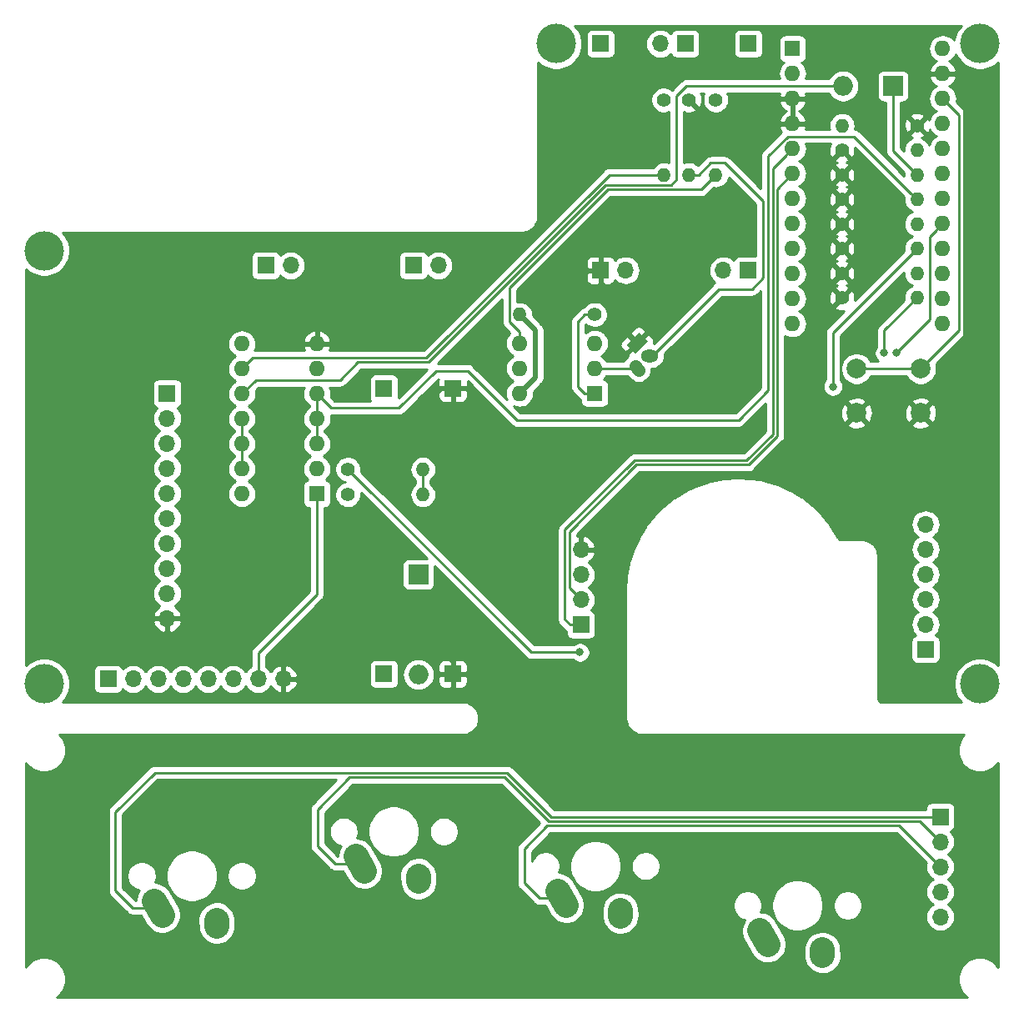
<source format=gbr>
G04 #@! TF.GenerationSoftware,KiCad,Pcbnew,(5.1.2)-2*
G04 #@! TF.CreationDate,2020-12-08T09:13:38+10:00*
G04 #@! TF.ProjectId,MK2090_PERI_order,4d4b3230-3930-45f5-9045-52495f6f7264,rev?*
G04 #@! TF.SameCoordinates,Original*
G04 #@! TF.FileFunction,Copper,L2,Bot*
G04 #@! TF.FilePolarity,Positive*
%FSLAX46Y46*%
G04 Gerber Fmt 4.6, Leading zero omitted, Abs format (unit mm)*
G04 Created by KiCad (PCBNEW (5.1.2)-2) date 2020-12-08 09:13:38*
%MOMM*%
%LPD*%
G04 APERTURE LIST*
%ADD10O,1.400000X1.400000*%
%ADD11C,1.400000*%
%ADD12O,1.600000X1.600000*%
%ADD13R,1.600000X1.600000*%
%ADD14C,4.000000*%
%ADD15R,1.700000X1.700000*%
%ADD16O,1.700000X1.700000*%
%ADD17C,1.300000*%
%ADD18C,1.300000*%
%ADD19C,0.100000*%
%ADD20O,1.800000X1.300000*%
%ADD21O,2.000000X2.000000*%
%ADD22R,2.000000X2.000000*%
%ADD23C,2.500000*%
%ADD24C,2.500000*%
%ADD25C,2.000000*%
%ADD26C,0.800000*%
%ADD27C,0.250000*%
%ADD28C,0.500000*%
%ADD29C,0.254000*%
G04 APERTURE END LIST*
D10*
X141120000Y-90800000D03*
D11*
X133500000Y-90800000D03*
D10*
X133530000Y-80800000D03*
D11*
X141150000Y-80800000D03*
D12*
X72580000Y-118200000D03*
X80200000Y-102960000D03*
X72580000Y-115660000D03*
X80200000Y-105500000D03*
X72580000Y-113120000D03*
X80200000Y-108040000D03*
X72580000Y-110580000D03*
X80200000Y-110580000D03*
X72580000Y-108040000D03*
X80200000Y-113120000D03*
X72580000Y-105500000D03*
X80200000Y-115660000D03*
X72580000Y-102960000D03*
D13*
X80200000Y-118200000D03*
D14*
X147500000Y-72500000D03*
X104500000Y-72500000D03*
X52500000Y-93500000D03*
X147500000Y-137500000D03*
X52500000Y-137500000D03*
D15*
X124000000Y-72500000D03*
X109000000Y-72500000D03*
X124000000Y-95500000D03*
D16*
X121460000Y-95500000D03*
X111540000Y-95500000D03*
D15*
X109000000Y-95500000D03*
X87000000Y-107500000D03*
D16*
X65000000Y-130860000D03*
X65000000Y-128320000D03*
X65000000Y-125780000D03*
X65000000Y-123240000D03*
X65000000Y-120700000D03*
X65000000Y-118160000D03*
X65000000Y-115620000D03*
X65000000Y-113080000D03*
X65000000Y-110540000D03*
D15*
X65000000Y-108000000D03*
D16*
X76780000Y-137000000D03*
X74240000Y-137000000D03*
X71700000Y-137000000D03*
X69160000Y-137000000D03*
X66620000Y-137000000D03*
X64080000Y-137000000D03*
X61540000Y-137000000D03*
D15*
X59000000Y-137000000D03*
D16*
X107000000Y-123880000D03*
X107000000Y-126420000D03*
X107000000Y-128960000D03*
D15*
X107000000Y-131500000D03*
D16*
X142000000Y-121300000D03*
X142000000Y-123840000D03*
X142000000Y-126380000D03*
X142000000Y-128920000D03*
X142000000Y-131460000D03*
D15*
X142000000Y-134000000D03*
D12*
X100780000Y-108000000D03*
X108400000Y-102920000D03*
X100780000Y-105460000D03*
X108400000Y-105460000D03*
X100780000Y-102920000D03*
D13*
X108400000Y-108000000D03*
D16*
X115060000Y-72500000D03*
D15*
X117600000Y-72500000D03*
X90000000Y-95000000D03*
D16*
X92540000Y-95000000D03*
X77540000Y-95000000D03*
D15*
X75000000Y-95000000D03*
D17*
X112700000Y-105440000D03*
D18*
X112523223Y-105263223D02*
X112876777Y-105616777D01*
D17*
X112700000Y-102900000D03*
D19*
G36*
X111603984Y-103076777D02*
G01*
X112876777Y-101803984D01*
X113796016Y-102723223D01*
X112523223Y-103996016D01*
X111603984Y-103076777D01*
X111603984Y-103076777D01*
G37*
D20*
X113970000Y-104170000D03*
D10*
X100780000Y-100000000D03*
D11*
X108400000Y-100000000D03*
X118000000Y-78200000D03*
D10*
X118000000Y-85820000D03*
D11*
X115400000Y-78200000D03*
D10*
X115400000Y-85820000D03*
X90970000Y-118300000D03*
D11*
X83350000Y-118300000D03*
X83350000Y-115700000D03*
D10*
X90970000Y-115700000D03*
D11*
X133500000Y-88300000D03*
D10*
X141120000Y-88300000D03*
D11*
X120700000Y-78200000D03*
D10*
X120700000Y-85820000D03*
X141120000Y-83300000D03*
D11*
X133500000Y-83300000D03*
D10*
X141120000Y-85800000D03*
D11*
X133500000Y-85800000D03*
X133500000Y-93300000D03*
D10*
X141120000Y-93300000D03*
X141120000Y-95800000D03*
D11*
X133500000Y-95800000D03*
X133500000Y-98300000D03*
D10*
X141120000Y-98300000D03*
D15*
X94000000Y-107500000D03*
X94000000Y-136500000D03*
X87000000Y-136500000D03*
D21*
X133620000Y-76800000D03*
D22*
X138700000Y-76800000D03*
D21*
X90500000Y-136560000D03*
D22*
X90500000Y-126400000D03*
D16*
X143500000Y-161160000D03*
X143500000Y-158620000D03*
X143500000Y-156080000D03*
X143500000Y-153540000D03*
D15*
X143500000Y-151000000D03*
D23*
X70020000Y-161790000D03*
D24*
X70000276Y-161500672D02*
X70039724Y-162079328D01*
D23*
X64095000Y-160270000D03*
D24*
X63689547Y-159540046D02*
X64500453Y-160999954D01*
D23*
X84595000Y-155770000D03*
D24*
X84189547Y-155040046D02*
X85000453Y-156499954D01*
D23*
X90520000Y-157290000D03*
D24*
X90500276Y-157000672D02*
X90539724Y-157579328D01*
D23*
X111020000Y-160790000D03*
D24*
X111000276Y-160500672D02*
X111039724Y-161079328D01*
D23*
X105095000Y-159270000D03*
D24*
X104689547Y-158540046D02*
X105500453Y-159999954D01*
D23*
X125595000Y-163270000D03*
D24*
X125189547Y-162540046D02*
X126000453Y-163999954D01*
D23*
X131520000Y-164790000D03*
D24*
X131500276Y-164500672D02*
X131539724Y-165079328D01*
D25*
X141500000Y-110000000D03*
X141500000Y-105500000D03*
X135000000Y-110000000D03*
X135000000Y-105500000D03*
D12*
X143740000Y-73000000D03*
X128500000Y-100940000D03*
X143740000Y-75540000D03*
X128500000Y-98400000D03*
X143740000Y-78080000D03*
X128500000Y-95860000D03*
X143740000Y-80620000D03*
X128500000Y-93320000D03*
X143740000Y-83160000D03*
X128500000Y-90780000D03*
X143740000Y-85700000D03*
X128500000Y-88240000D03*
X143740000Y-88240000D03*
X128500000Y-85700000D03*
X143740000Y-90780000D03*
X128500000Y-83160000D03*
X143740000Y-93320000D03*
X128500000Y-80620000D03*
X143740000Y-95860000D03*
X128500000Y-78080000D03*
X143740000Y-98400000D03*
X128500000Y-75540000D03*
X143740000Y-100940000D03*
D13*
X128500000Y-73000000D03*
D26*
X84000000Y-95000000D03*
X71900000Y-96700000D03*
X76400000Y-112000000D03*
X97700000Y-105300000D03*
X84000000Y-107600000D03*
X138400000Y-92100000D03*
X81400000Y-163200000D03*
X139000000Y-103900000D03*
X137800000Y-103900000D03*
X132600000Y-107300000D03*
X106900000Y-134300000D03*
D27*
X138700000Y-83380000D02*
X141120000Y-85800000D01*
X138700000Y-76600000D02*
X138700000Y-83380000D01*
X128000000Y-76800000D02*
X133620000Y-76800000D01*
X116700000Y-77800000D02*
X117700000Y-76800000D01*
X116700000Y-86300000D02*
X116700000Y-77800000D01*
X73994999Y-106625001D02*
X82574999Y-106625001D01*
X72580000Y-108040000D02*
X73994999Y-106625001D01*
X82574999Y-106625001D02*
X84374990Y-104825010D01*
X117700000Y-76800000D02*
X128000000Y-76800000D01*
X84374990Y-104825010D02*
X91511401Y-104825010D01*
X116154999Y-86845001D02*
X116700000Y-86300000D01*
X91511401Y-104825010D02*
X109491409Y-86845001D01*
X109491409Y-86845001D02*
X116154999Y-86845001D01*
D28*
X102400000Y-101620000D02*
X100780000Y-100000000D01*
X100780000Y-108000000D02*
X102400000Y-106380000D01*
X102400000Y-106380000D02*
X102400000Y-101620000D01*
D27*
X109000000Y-96600000D02*
X109075001Y-96675001D01*
X109000000Y-95500000D02*
X109000000Y-96600000D01*
X128500000Y-78080000D02*
X128500000Y-80620000D01*
X94000000Y-139000000D02*
X94000000Y-136500000D01*
X109075001Y-96675001D02*
X109500000Y-97100000D01*
X109500000Y-97100000D02*
X112020000Y-97100000D01*
X112020000Y-102220000D02*
X112700000Y-102900000D01*
X112020000Y-97100000D02*
X112020000Y-102220000D01*
X120420000Y-80620000D02*
X128500000Y-80620000D01*
X118000000Y-78200000D02*
X120420000Y-80620000D01*
X92900000Y-107500000D02*
X94000000Y-107500000D01*
X94000000Y-135400000D02*
X81900000Y-123300000D01*
X94000000Y-136500000D02*
X94000000Y-135400000D01*
X81900000Y-123300000D02*
X81900000Y-114300000D01*
X83100000Y-113100000D02*
X87300000Y-113100000D01*
X81900000Y-114300000D02*
X83100000Y-113100000D01*
X87300000Y-113100000D02*
X92900000Y-107500000D01*
X76780000Y-138120000D02*
X76780000Y-137000000D01*
X61390000Y-130860000D02*
X56500000Y-135750000D01*
X56500000Y-135750000D02*
X56500000Y-138250000D01*
X56500000Y-138250000D02*
X57250000Y-139000000D01*
X57250000Y-139000000D02*
X75900000Y-139000000D01*
X65000000Y-130860000D02*
X61390000Y-130860000D01*
X75900000Y-139000000D02*
X76780000Y-138120000D01*
X77600000Y-139000000D02*
X94000000Y-139000000D01*
X76780000Y-137000000D02*
X76780000Y-138180000D01*
X76780000Y-138180000D02*
X77600000Y-139000000D01*
X107200000Y-139000000D02*
X94000000Y-139000000D01*
X108600000Y-137600000D02*
X107200000Y-139000000D01*
X108600000Y-124200000D02*
X108600000Y-137600000D01*
X107000000Y-123880000D02*
X108280000Y-123880000D01*
X108280000Y-123880000D02*
X108600000Y-124200000D01*
X140300000Y-111200000D02*
X141500000Y-110000000D01*
X136400000Y-111200000D02*
X140300000Y-111200000D01*
X135000000Y-110000000D02*
X136300000Y-111300000D01*
X136300000Y-111300000D02*
X136400000Y-111200000D01*
X133800000Y-111200000D02*
X135000000Y-110000000D01*
X129200000Y-111200000D02*
X133800000Y-111200000D01*
X124400000Y-116000000D02*
X129200000Y-111200000D01*
X113000000Y-116000000D02*
X124400000Y-116000000D01*
X107000000Y-123880000D02*
X107000000Y-122000000D01*
X107000000Y-122000000D02*
X113000000Y-116000000D01*
X145900000Y-105600000D02*
X141500000Y-110000000D01*
X145900000Y-76300000D02*
X145900000Y-105600000D01*
X143740000Y-75540000D02*
X145140000Y-75540000D01*
X145140000Y-75540000D02*
X145900000Y-76300000D01*
X143700000Y-75500000D02*
X143740000Y-75540000D01*
X142100000Y-75500000D02*
X143700000Y-75500000D01*
X141849999Y-75750001D02*
X142100000Y-75500000D01*
X141150000Y-80800000D02*
X141849999Y-80100001D01*
X141849999Y-80100001D02*
X141849999Y-75750001D01*
X142440000Y-75540000D02*
X143740000Y-75540000D01*
X141640001Y-74740001D02*
X142440000Y-75540000D01*
X131580000Y-80620000D02*
X133700000Y-78500000D01*
X128500000Y-80620000D02*
X131580000Y-80620000D01*
X137459999Y-74740001D02*
X141640001Y-74740001D01*
X133700000Y-78500000D02*
X134300000Y-78500000D01*
X134300000Y-78500000D02*
X135400000Y-77400000D01*
X135400000Y-77400000D02*
X135400000Y-76800000D01*
X135400000Y-76800000D02*
X137459999Y-74740001D01*
X80160000Y-103000000D02*
X80200000Y-102960000D01*
X63760000Y-130860000D02*
X63300000Y-130400000D01*
X65000000Y-130860000D02*
X63760000Y-130860000D01*
X63300000Y-130400000D02*
X63300000Y-107000000D01*
X63300000Y-107000000D02*
X68900000Y-101400000D01*
X78900000Y-103000000D02*
X80160000Y-103000000D01*
X68900000Y-101400000D02*
X77300000Y-101400000D01*
X77300000Y-101400000D02*
X78900000Y-103000000D01*
X132250000Y-97050000D02*
X133500000Y-98300000D01*
X133500000Y-95800000D02*
X132250000Y-97050000D01*
X132300000Y-92100000D02*
X133500000Y-93300000D01*
X133500000Y-90800000D02*
X133500000Y-90900000D01*
X133500000Y-90900000D02*
X132300000Y-92100000D01*
X132250000Y-89550000D02*
X133500000Y-90800000D01*
X133500000Y-88300000D02*
X132250000Y-89550000D01*
X132250000Y-94550000D02*
X133500000Y-95800000D01*
X133500000Y-93300000D02*
X132250000Y-94550000D01*
X132250000Y-87050000D02*
X133500000Y-88300000D01*
X133500000Y-85800000D02*
X132250000Y-87050000D01*
X132250000Y-84550000D02*
X133500000Y-85800000D01*
X133500000Y-83300000D02*
X132250000Y-84550000D01*
X90970000Y-116689949D02*
X90970000Y-118300000D01*
X90970000Y-115700000D02*
X90970000Y-116689949D01*
X99754999Y-100763629D02*
X99754999Y-97245001D01*
X100780000Y-102920000D02*
X100780000Y-101788630D01*
X100780000Y-101788630D02*
X99754999Y-100763629D01*
X120000001Y-86519999D02*
X120700000Y-85820000D01*
X119224989Y-87295011D02*
X120000001Y-86519999D01*
X109704989Y-87295011D02*
X119224989Y-87295011D01*
X99754999Y-97245001D02*
X109704989Y-87295011D01*
X135000000Y-105500000D02*
X141500000Y-105500000D01*
X144539999Y-78879999D02*
X143740000Y-78080000D01*
X145400000Y-79740000D02*
X144539999Y-78879999D01*
X141500000Y-105500000D02*
X145400000Y-101600000D01*
X145400000Y-101600000D02*
X145400000Y-79740000D01*
X72580000Y-111711370D02*
X72580000Y-113120000D01*
X72580000Y-110580000D02*
X72580000Y-111711370D01*
X72580000Y-113120000D02*
X72580000Y-115660000D01*
X74240000Y-134360000D02*
X74240000Y-137000000D01*
X80200000Y-118200000D02*
X80200000Y-128400000D01*
X80200000Y-128400000D02*
X74240000Y-134360000D01*
X143680000Y-95800000D02*
X143740000Y-95860000D01*
X142940001Y-91579999D02*
X143740000Y-90780000D01*
X142400000Y-92120000D02*
X142940001Y-91579999D01*
X139000000Y-103900000D02*
X142400000Y-100500000D01*
X142400000Y-100500000D02*
X142400000Y-92120000D01*
X143640000Y-98300000D02*
X143740000Y-98400000D01*
X137800000Y-101620000D02*
X141120000Y-98300000D01*
X137800000Y-103900000D02*
X137800000Y-101620000D01*
X132600000Y-101820000D02*
X141120000Y-93300000D01*
X132600000Y-107300000D02*
X132600000Y-101820000D01*
X126950011Y-112313579D02*
X124013601Y-115249989D01*
X112613600Y-115249989D02*
X105824999Y-122038590D01*
X105824999Y-127784999D02*
X106150001Y-128110001D01*
X105824999Y-122038590D02*
X105824999Y-127784999D01*
X106150001Y-128110001D02*
X107000000Y-128960000D01*
X124013601Y-115249989D02*
X112613600Y-115249989D01*
X128500000Y-85700000D02*
X126950011Y-87249989D01*
X126950011Y-87249989D02*
X126950011Y-112313579D01*
X126500000Y-85160000D02*
X127700001Y-83959999D01*
X126500000Y-112127180D02*
X126500000Y-85160000D01*
X123827202Y-114799978D02*
X126500000Y-112127180D01*
X105374990Y-121852188D02*
X112427200Y-114799978D01*
X105374990Y-123129597D02*
X105374990Y-121852188D01*
X105374988Y-123129599D02*
X105374990Y-123129597D01*
X105374988Y-124630401D02*
X105374988Y-123129599D01*
X112427200Y-114799978D02*
X123827202Y-114799978D01*
X105374988Y-127170401D02*
X105374988Y-125669599D01*
X105374990Y-130974990D02*
X105374990Y-127170403D01*
X127700001Y-83959999D02*
X128500000Y-83160000D01*
X107000000Y-131500000D02*
X105900000Y-131500000D01*
X105900000Y-131500000D02*
X105374990Y-130974990D01*
X105374990Y-125669597D02*
X105374990Y-124630403D01*
X105374990Y-127170403D02*
X105374988Y-127170401D01*
X105374990Y-124630403D02*
X105374988Y-124630401D01*
X105374988Y-125669599D02*
X105374990Y-125669597D01*
X83350000Y-115700000D02*
X101950000Y-134300000D01*
X101950000Y-134300000D02*
X106900000Y-134300000D01*
X106900000Y-134300000D02*
X106900000Y-134300000D01*
X107350000Y-108000000D02*
X108400000Y-108000000D01*
X106700000Y-107350000D02*
X107350000Y-108000000D01*
X106700000Y-100710051D02*
X106700000Y-107350000D01*
X108400000Y-100000000D02*
X107410051Y-100000000D01*
X107410051Y-100000000D02*
X106700000Y-100710051D01*
X120990000Y-97400000D02*
X114220000Y-104170000D01*
X124385002Y-97400000D02*
X120990000Y-97400000D01*
X118980000Y-85820000D02*
X120200000Y-84600000D01*
X118000000Y-85820000D02*
X118980000Y-85820000D01*
X120200000Y-84600000D02*
X121600000Y-84600000D01*
X121600000Y-84600000D02*
X125500000Y-88500000D01*
X125500000Y-88500000D02*
X125500000Y-96285002D01*
X125500000Y-96285002D02*
X124385002Y-97400000D01*
X114410051Y-85820000D02*
X115400000Y-85820000D01*
X73705001Y-104374999D02*
X91325001Y-104374999D01*
X91325001Y-104374999D02*
X109880000Y-85820000D01*
X72580000Y-105500000D02*
X73705001Y-104374999D01*
X109880000Y-85820000D02*
X114410051Y-85820000D01*
X80200000Y-108040000D02*
X80200000Y-110580000D01*
X80200000Y-111711370D02*
X80200000Y-113120000D01*
X80200000Y-110580000D02*
X80200000Y-111711370D01*
X140420001Y-87600001D02*
X141120000Y-88300000D01*
X134720000Y-81900000D02*
X140420001Y-87600001D01*
X126000000Y-107700000D02*
X126000000Y-83900000D01*
X123000000Y-110700000D02*
X126000000Y-107700000D01*
X81660000Y-109500000D02*
X88500000Y-109500000D01*
X128000000Y-81900000D02*
X134720000Y-81900000D01*
X80200000Y-108040000D02*
X81660000Y-109500000D01*
X88500000Y-109500000D02*
X92300000Y-105700000D01*
X92300000Y-105700000D02*
X95500000Y-105700000D01*
X126000000Y-83900000D02*
X128000000Y-81900000D01*
X95500000Y-105700000D02*
X100500000Y-110700000D01*
X100500000Y-110700000D02*
X123000000Y-110700000D01*
X143540000Y-83160000D02*
X143740000Y-83160000D01*
X112680000Y-105460000D02*
X112700000Y-105440000D01*
X108400000Y-105460000D02*
X112680000Y-105460000D01*
X102770000Y-159270000D02*
X105095000Y-159270000D01*
X101250000Y-157750000D02*
X102770000Y-159270000D01*
X101250000Y-154250000D02*
X101250000Y-157750000D01*
X103599978Y-151900022D02*
X101250000Y-154250000D01*
X143500000Y-156080000D02*
X139320022Y-151900022D01*
X139320022Y-151900022D02*
X103599978Y-151900022D01*
X80250000Y-154000000D02*
X82020000Y-155770000D01*
X82020000Y-155770000D02*
X84595000Y-155770000D01*
X141410011Y-151450011D02*
X103700011Y-151450011D01*
X143500000Y-153540000D02*
X141410011Y-151450011D01*
X103700011Y-151450011D02*
X99250000Y-147000000D01*
X99250000Y-147000000D02*
X83500000Y-147000000D01*
X83500000Y-147000000D02*
X80250000Y-150250000D01*
X80250000Y-150250000D02*
X80250000Y-154000000D01*
X143500000Y-151000000D02*
X104000000Y-151000000D01*
X99500000Y-146500000D02*
X63750000Y-146500000D01*
X63750000Y-146500000D02*
X59750000Y-150500000D01*
X59750000Y-150500000D02*
X59750000Y-158500000D01*
X61520000Y-160270000D02*
X64095000Y-160270000D01*
X104000000Y-151000000D02*
X99500000Y-146500000D01*
X59750000Y-158500000D02*
X61520000Y-160270000D01*
D29*
G36*
X145453262Y-70820285D02*
G01*
X145164893Y-71251859D01*
X144966261Y-71731399D01*
X144886080Y-72134499D01*
X144759608Y-71980392D01*
X144541101Y-71801068D01*
X144291808Y-71667818D01*
X144021309Y-71585764D01*
X143810492Y-71565000D01*
X143669508Y-71565000D01*
X143458691Y-71585764D01*
X143188192Y-71667818D01*
X142938899Y-71801068D01*
X142720392Y-71980392D01*
X142541068Y-72198899D01*
X142407818Y-72448192D01*
X142325764Y-72718691D01*
X142298057Y-73000000D01*
X142325764Y-73281309D01*
X142407818Y-73551808D01*
X142541068Y-73801101D01*
X142720392Y-74019608D01*
X142938899Y-74198932D01*
X143076682Y-74272579D01*
X142884869Y-74387615D01*
X142676481Y-74576586D01*
X142508963Y-74802580D01*
X142388754Y-75056913D01*
X142348096Y-75190961D01*
X142470085Y-75413000D01*
X143613000Y-75413000D01*
X143613000Y-75393000D01*
X143867000Y-75393000D01*
X143867000Y-75413000D01*
X145009915Y-75413000D01*
X145131904Y-75190961D01*
X145091246Y-75056913D01*
X144971037Y-74802580D01*
X144803519Y-74576586D01*
X144595131Y-74387615D01*
X144403318Y-74272579D01*
X144541101Y-74198932D01*
X144759608Y-74019608D01*
X144938932Y-73801101D01*
X145072182Y-73551808D01*
X145076996Y-73535939D01*
X145164893Y-73748141D01*
X145453262Y-74179715D01*
X145820285Y-74546738D01*
X146251859Y-74835107D01*
X146731399Y-75033739D01*
X147240475Y-75135000D01*
X147759525Y-75135000D01*
X148268601Y-75033739D01*
X148748141Y-74835107D01*
X149179715Y-74546738D01*
X149340001Y-74386452D01*
X149340000Y-135613547D01*
X149179715Y-135453262D01*
X148748141Y-135164893D01*
X148268601Y-134966261D01*
X147759525Y-134865000D01*
X147240475Y-134865000D01*
X146731399Y-134966261D01*
X146251859Y-135164893D01*
X145820285Y-135453262D01*
X145453262Y-135820285D01*
X145164893Y-136251859D01*
X144966261Y-136731399D01*
X144865000Y-137240475D01*
X144865000Y-137759525D01*
X144966261Y-138268601D01*
X145164893Y-138748141D01*
X145453262Y-139179715D01*
X145613547Y-139340000D01*
X137532279Y-139340000D01*
X137434576Y-139330420D01*
X137371643Y-139311420D01*
X137313594Y-139280554D01*
X137262657Y-139239011D01*
X137220752Y-139188356D01*
X137189485Y-139130529D01*
X137170044Y-139067728D01*
X137160000Y-138972165D01*
X137160000Y-124467581D01*
X137157217Y-124439326D01*
X137157260Y-124433199D01*
X137156360Y-124424028D01*
X137135959Y-124229931D01*
X137123934Y-124171348D01*
X137112723Y-124112577D01*
X137110059Y-124103755D01*
X137052347Y-123917317D01*
X137029162Y-123862162D01*
X137006758Y-123806709D01*
X137002432Y-123798573D01*
X136909607Y-123626896D01*
X136876139Y-123577278D01*
X136843400Y-123527247D01*
X136837576Y-123520106D01*
X136713172Y-123369728D01*
X136670737Y-123327589D01*
X136628874Y-123284839D01*
X136621773Y-123278966D01*
X136470531Y-123155616D01*
X136420738Y-123122534D01*
X136371349Y-123088716D01*
X136363243Y-123084333D01*
X136190921Y-122992708D01*
X136135606Y-122969909D01*
X136080634Y-122946348D01*
X136071831Y-122943623D01*
X135884995Y-122887214D01*
X135826307Y-122875594D01*
X135767804Y-122863158D01*
X135758639Y-122862195D01*
X135564405Y-122843150D01*
X135564402Y-122843150D01*
X135532419Y-122840000D01*
X133208963Y-122840000D01*
X133094792Y-122610326D01*
X133081549Y-122587279D01*
X133069220Y-122563696D01*
X133065624Y-122557794D01*
X132384588Y-121452947D01*
X132363760Y-121423312D01*
X132343192Y-121393385D01*
X132338913Y-121387958D01*
X132268823Y-121300000D01*
X140507815Y-121300000D01*
X140536487Y-121591111D01*
X140621401Y-121871034D01*
X140759294Y-122129014D01*
X140944866Y-122355134D01*
X141170986Y-122540706D01*
X141225791Y-122570000D01*
X141170986Y-122599294D01*
X140944866Y-122784866D01*
X140759294Y-123010986D01*
X140621401Y-123268966D01*
X140536487Y-123548889D01*
X140507815Y-123840000D01*
X140536487Y-124131111D01*
X140621401Y-124411034D01*
X140759294Y-124669014D01*
X140944866Y-124895134D01*
X141170986Y-125080706D01*
X141225791Y-125110000D01*
X141170986Y-125139294D01*
X140944866Y-125324866D01*
X140759294Y-125550986D01*
X140621401Y-125808966D01*
X140536487Y-126088889D01*
X140507815Y-126380000D01*
X140536487Y-126671111D01*
X140621401Y-126951034D01*
X140759294Y-127209014D01*
X140944866Y-127435134D01*
X141170986Y-127620706D01*
X141225791Y-127650000D01*
X141170986Y-127679294D01*
X140944866Y-127864866D01*
X140759294Y-128090986D01*
X140621401Y-128348966D01*
X140536487Y-128628889D01*
X140507815Y-128920000D01*
X140536487Y-129211111D01*
X140621401Y-129491034D01*
X140759294Y-129749014D01*
X140944866Y-129975134D01*
X141170986Y-130160706D01*
X141225791Y-130190000D01*
X141170986Y-130219294D01*
X140944866Y-130404866D01*
X140759294Y-130630986D01*
X140621401Y-130888966D01*
X140536487Y-131168889D01*
X140507815Y-131460000D01*
X140536487Y-131751111D01*
X140621401Y-132031034D01*
X140759294Y-132289014D01*
X140944866Y-132515134D01*
X140974687Y-132539607D01*
X140905820Y-132560498D01*
X140795506Y-132619463D01*
X140698815Y-132698815D01*
X140619463Y-132795506D01*
X140560498Y-132905820D01*
X140524188Y-133025518D01*
X140511928Y-133150000D01*
X140511928Y-134850000D01*
X140524188Y-134974482D01*
X140560498Y-135094180D01*
X140619463Y-135204494D01*
X140698815Y-135301185D01*
X140795506Y-135380537D01*
X140905820Y-135439502D01*
X141025518Y-135475812D01*
X141150000Y-135488072D01*
X142850000Y-135488072D01*
X142974482Y-135475812D01*
X143094180Y-135439502D01*
X143204494Y-135380537D01*
X143301185Y-135301185D01*
X143380537Y-135204494D01*
X143439502Y-135094180D01*
X143475812Y-134974482D01*
X143488072Y-134850000D01*
X143488072Y-133150000D01*
X143475812Y-133025518D01*
X143439502Y-132905820D01*
X143380537Y-132795506D01*
X143301185Y-132698815D01*
X143204494Y-132619463D01*
X143094180Y-132560498D01*
X143025313Y-132539607D01*
X143055134Y-132515134D01*
X143240706Y-132289014D01*
X143378599Y-132031034D01*
X143463513Y-131751111D01*
X143492185Y-131460000D01*
X143463513Y-131168889D01*
X143378599Y-130888966D01*
X143240706Y-130630986D01*
X143055134Y-130404866D01*
X142829014Y-130219294D01*
X142774209Y-130190000D01*
X142829014Y-130160706D01*
X143055134Y-129975134D01*
X143240706Y-129749014D01*
X143378599Y-129491034D01*
X143463513Y-129211111D01*
X143492185Y-128920000D01*
X143463513Y-128628889D01*
X143378599Y-128348966D01*
X143240706Y-128090986D01*
X143055134Y-127864866D01*
X142829014Y-127679294D01*
X142774209Y-127650000D01*
X142829014Y-127620706D01*
X143055134Y-127435134D01*
X143240706Y-127209014D01*
X143378599Y-126951034D01*
X143463513Y-126671111D01*
X143492185Y-126380000D01*
X143463513Y-126088889D01*
X143378599Y-125808966D01*
X143240706Y-125550986D01*
X143055134Y-125324866D01*
X142829014Y-125139294D01*
X142774209Y-125110000D01*
X142829014Y-125080706D01*
X143055134Y-124895134D01*
X143240706Y-124669014D01*
X143378599Y-124411034D01*
X143463513Y-124131111D01*
X143492185Y-123840000D01*
X143463513Y-123548889D01*
X143378599Y-123268966D01*
X143240706Y-123010986D01*
X143055134Y-122784866D01*
X142829014Y-122599294D01*
X142774209Y-122570000D01*
X142829014Y-122540706D01*
X143055134Y-122355134D01*
X143240706Y-122129014D01*
X143378599Y-121871034D01*
X143463513Y-121591111D01*
X143492185Y-121300000D01*
X143463513Y-121008889D01*
X143378599Y-120728966D01*
X143240706Y-120470986D01*
X143055134Y-120244866D01*
X142829014Y-120059294D01*
X142571034Y-119921401D01*
X142291111Y-119836487D01*
X142072950Y-119815000D01*
X141927050Y-119815000D01*
X141708889Y-119836487D01*
X141428966Y-119921401D01*
X141170986Y-120059294D01*
X140944866Y-120244866D01*
X140759294Y-120470986D01*
X140621401Y-120728966D01*
X140536487Y-121008889D01*
X140507815Y-121300000D01*
X132268823Y-121300000D01*
X131530076Y-120372930D01*
X131505809Y-120345978D01*
X131481823Y-120318772D01*
X131476924Y-120313898D01*
X130552004Y-119403394D01*
X130524696Y-119379571D01*
X130497595Y-119355426D01*
X130492154Y-119351183D01*
X130492146Y-119351176D01*
X130492138Y-119351170D01*
X129464538Y-118558382D01*
X129434576Y-118538020D01*
X129404761Y-118517298D01*
X129398840Y-118513734D01*
X128283431Y-117850136D01*
X128251227Y-117833514D01*
X128219151Y-117816531D01*
X128212845Y-117813703D01*
X127025793Y-117288912D01*
X126991796Y-117276269D01*
X126957940Y-117263273D01*
X126951340Y-117261223D01*
X125709838Y-116882844D01*
X125674590Y-116874381D01*
X125639398Y-116865542D01*
X125632599Y-116864300D01*
X124354632Y-116637810D01*
X124318632Y-116633645D01*
X124282623Y-116629096D01*
X124275724Y-116628680D01*
X122979803Y-116557361D01*
X122943536Y-116557551D01*
X122907269Y-116557361D01*
X122900370Y-116557777D01*
X121605267Y-116642662D01*
X121569317Y-116647204D01*
X121533257Y-116651376D01*
X121526459Y-116652618D01*
X120250934Y-116892479D01*
X120215791Y-116901306D01*
X120180494Y-116909780D01*
X120173893Y-116911830D01*
X118936422Y-117303190D01*
X118902590Y-117316177D01*
X118868569Y-117328829D01*
X118862263Y-117331657D01*
X117680773Y-117868849D01*
X117648736Y-117885811D01*
X117616492Y-117902454D01*
X117610577Y-117906015D01*
X117610572Y-117906018D01*
X117610571Y-117906019D01*
X116502173Y-118581261D01*
X116472453Y-118601917D01*
X116442396Y-118622344D01*
X116436946Y-118626595D01*
X115417698Y-119430106D01*
X115390654Y-119454201D01*
X115363289Y-119478073D01*
X115358399Y-119482939D01*
X115358389Y-119482948D01*
X115358381Y-119482957D01*
X114443053Y-120403089D01*
X114419065Y-120430298D01*
X114394801Y-120457246D01*
X114390523Y-120462673D01*
X113592360Y-121486114D01*
X113571836Y-121515976D01*
X113550963Y-121545676D01*
X113547368Y-121551578D01*
X112877938Y-122663498D01*
X112861143Y-122695623D01*
X112843997Y-122727601D01*
X112841137Y-122733892D01*
X112310139Y-123918180D01*
X112297321Y-123952101D01*
X112284145Y-123985897D01*
X112282061Y-123992486D01*
X111897185Y-125231990D01*
X111888548Y-125267152D01*
X111879514Y-125302339D01*
X111878237Y-125309131D01*
X111645058Y-126585894D01*
X111640701Y-126621896D01*
X111635967Y-126657857D01*
X111635515Y-126664753D01*
X111557412Y-127960283D01*
X111557412Y-128039717D01*
X111560000Y-128061103D01*
X111560001Y-141032419D01*
X111562783Y-141060664D01*
X111562740Y-141066801D01*
X111563640Y-141075972D01*
X111584041Y-141270069D01*
X111596068Y-141328658D01*
X111607277Y-141387423D01*
X111609941Y-141396245D01*
X111667653Y-141582683D01*
X111690838Y-141637838D01*
X111713242Y-141693291D01*
X111717568Y-141701427D01*
X111810393Y-141873104D01*
X111843846Y-141922699D01*
X111876600Y-141972753D01*
X111882424Y-141979894D01*
X112006828Y-142130272D01*
X112049263Y-142172411D01*
X112091126Y-142215161D01*
X112098227Y-142221034D01*
X112249469Y-142344384D01*
X112299277Y-142377477D01*
X112348651Y-142411284D01*
X112356757Y-142415667D01*
X112529080Y-142507292D01*
X112584392Y-142530090D01*
X112639366Y-142553652D01*
X112648169Y-142556377D01*
X112835006Y-142612786D01*
X112893686Y-142624405D01*
X112952196Y-142636842D01*
X112961361Y-142637805D01*
X113155594Y-142656850D01*
X113155598Y-142656850D01*
X113187581Y-142660000D01*
X145929233Y-142660000D01*
X145763962Y-142825271D01*
X145519369Y-143191331D01*
X145350890Y-143598075D01*
X145265000Y-144029872D01*
X145265000Y-144470128D01*
X145350890Y-144901925D01*
X145519369Y-145308669D01*
X145763962Y-145674729D01*
X146075271Y-145986038D01*
X146441331Y-146230631D01*
X146848075Y-146399110D01*
X147279872Y-146485000D01*
X147720128Y-146485000D01*
X148151925Y-146399110D01*
X148558669Y-146230631D01*
X148924729Y-145986038D01*
X149236038Y-145674729D01*
X149340000Y-145519138D01*
X149340001Y-166230863D01*
X149236038Y-166075271D01*
X148924729Y-165763962D01*
X148558669Y-165519369D01*
X148151925Y-165350890D01*
X147720128Y-165265000D01*
X147279872Y-165265000D01*
X146848075Y-165350890D01*
X146441331Y-165519369D01*
X146075271Y-165763962D01*
X145763962Y-166075271D01*
X145519369Y-166441331D01*
X145350890Y-166848075D01*
X145265000Y-167279872D01*
X145265000Y-167720128D01*
X145350890Y-168151925D01*
X145519369Y-168558669D01*
X145763962Y-168924729D01*
X146075271Y-169236038D01*
X146230861Y-169340000D01*
X53769139Y-169340000D01*
X53924729Y-169236038D01*
X54236038Y-168924729D01*
X54480631Y-168558669D01*
X54649110Y-168151925D01*
X54735000Y-167720128D01*
X54735000Y-167279872D01*
X54649110Y-166848075D01*
X54480631Y-166441331D01*
X54236038Y-166075271D01*
X53924729Y-165763962D01*
X53558669Y-165519369D01*
X53151925Y-165350890D01*
X52720128Y-165265000D01*
X52279872Y-165265000D01*
X51848075Y-165350890D01*
X51441331Y-165519369D01*
X51075271Y-165763962D01*
X50763962Y-166075271D01*
X50660000Y-166230861D01*
X50660000Y-150500000D01*
X58986324Y-150500000D01*
X58990000Y-150537322D01*
X58990001Y-158462668D01*
X58986324Y-158500000D01*
X59000998Y-158648985D01*
X59044454Y-158792246D01*
X59115026Y-158924276D01*
X59182642Y-159006665D01*
X59210000Y-159040001D01*
X59238998Y-159063799D01*
X60956201Y-160781003D01*
X60979999Y-160810001D01*
X61008997Y-160833799D01*
X61095723Y-160904974D01*
X61174733Y-160947206D01*
X61227753Y-160975546D01*
X61371014Y-161019003D01*
X61482667Y-161030000D01*
X61482677Y-161030000D01*
X61519999Y-161033676D01*
X61557322Y-161030000D01*
X62360877Y-161030000D01*
X62897556Y-161996206D01*
X63055868Y-162225050D01*
X63322629Y-162483335D01*
X63634655Y-162684615D01*
X63979951Y-162821153D01*
X64345250Y-162887704D01*
X64716515Y-162881710D01*
X65079476Y-162803401D01*
X65420185Y-162655786D01*
X65725549Y-162444539D01*
X65983834Y-162177778D01*
X66185114Y-161865752D01*
X66315309Y-161536495D01*
X68113344Y-161536495D01*
X68165387Y-162299916D01*
X68211434Y-162574347D01*
X68343137Y-162921517D01*
X68540041Y-163236323D01*
X68794575Y-163506665D01*
X69096960Y-163722156D01*
X69435575Y-163874514D01*
X69797407Y-163957883D01*
X70168550Y-163969061D01*
X70534743Y-163907618D01*
X70881913Y-163775914D01*
X71196719Y-163579011D01*
X71467061Y-163324477D01*
X71682552Y-163022092D01*
X71834910Y-162683477D01*
X71918279Y-162321645D01*
X71926656Y-162043504D01*
X71874613Y-161280084D01*
X71828566Y-161005653D01*
X71696863Y-160658483D01*
X71499959Y-160343677D01*
X71245425Y-160073335D01*
X70943040Y-159857844D01*
X70604425Y-159705486D01*
X70242593Y-159622117D01*
X69871450Y-159610939D01*
X69505257Y-159672382D01*
X69158087Y-159804085D01*
X68843281Y-160000989D01*
X68572939Y-160255523D01*
X68357448Y-160557908D01*
X68205090Y-160896523D01*
X68121721Y-161258355D01*
X68113344Y-161536495D01*
X66315309Y-161536495D01*
X66321652Y-161520455D01*
X66388203Y-161155156D01*
X66382209Y-160783891D01*
X66303900Y-160420930D01*
X66193275Y-160165597D01*
X65292444Y-158543794D01*
X65134132Y-158314950D01*
X64867371Y-158056665D01*
X64555345Y-157855385D01*
X64210048Y-157718847D01*
X63844749Y-157652296D01*
X63757554Y-157653704D01*
X63848798Y-157433421D01*
X63905900Y-157146348D01*
X63905900Y-156853652D01*
X63883508Y-156741076D01*
X64871100Y-156741076D01*
X64871100Y-157258924D01*
X64972127Y-157766822D01*
X65170299Y-158245251D01*
X65458000Y-158675826D01*
X65824174Y-159042000D01*
X66254749Y-159329701D01*
X66733178Y-159527873D01*
X67241076Y-159628900D01*
X67758924Y-159628900D01*
X68266822Y-159527873D01*
X68745251Y-159329701D01*
X69175826Y-159042000D01*
X69542000Y-158675826D01*
X69829701Y-158245251D01*
X70027873Y-157766822D01*
X70128900Y-157258924D01*
X70128900Y-156853652D01*
X71094100Y-156853652D01*
X71094100Y-157146348D01*
X71151202Y-157433421D01*
X71263212Y-157703838D01*
X71425826Y-157947206D01*
X71632794Y-158154174D01*
X71876162Y-158316788D01*
X72146579Y-158428798D01*
X72433652Y-158485900D01*
X72726348Y-158485900D01*
X73013421Y-158428798D01*
X73283838Y-158316788D01*
X73527206Y-158154174D01*
X73734174Y-157947206D01*
X73896788Y-157703838D01*
X74008798Y-157433421D01*
X74065900Y-157146348D01*
X74065900Y-156853652D01*
X74008798Y-156566579D01*
X73896788Y-156296162D01*
X73734174Y-156052794D01*
X73527206Y-155845826D01*
X73283838Y-155683212D01*
X73013421Y-155571202D01*
X72726348Y-155514100D01*
X72433652Y-155514100D01*
X72146579Y-155571202D01*
X71876162Y-155683212D01*
X71632794Y-155845826D01*
X71425826Y-156052794D01*
X71263212Y-156296162D01*
X71151202Y-156566579D01*
X71094100Y-156853652D01*
X70128900Y-156853652D01*
X70128900Y-156741076D01*
X70027873Y-156233178D01*
X69829701Y-155754749D01*
X69542000Y-155324174D01*
X69175826Y-154958000D01*
X68745251Y-154670299D01*
X68266822Y-154472127D01*
X67758924Y-154371100D01*
X67241076Y-154371100D01*
X66733178Y-154472127D01*
X66254749Y-154670299D01*
X65824174Y-154958000D01*
X65458000Y-155324174D01*
X65170299Y-155754749D01*
X64972127Y-156233178D01*
X64871100Y-156741076D01*
X63883508Y-156741076D01*
X63848798Y-156566579D01*
X63736788Y-156296162D01*
X63574174Y-156052794D01*
X63367206Y-155845826D01*
X63123838Y-155683212D01*
X62853421Y-155571202D01*
X62566348Y-155514100D01*
X62273652Y-155514100D01*
X61986579Y-155571202D01*
X61716162Y-155683212D01*
X61472794Y-155845826D01*
X61265826Y-156052794D01*
X61103212Y-156296162D01*
X60991202Y-156566579D01*
X60934100Y-156853652D01*
X60934100Y-157146348D01*
X60991202Y-157433421D01*
X61103212Y-157703838D01*
X61265826Y-157947206D01*
X61472794Y-158154174D01*
X61716162Y-158316788D01*
X61986579Y-158428798D01*
X62143132Y-158459938D01*
X62004886Y-158674248D01*
X61868348Y-159019545D01*
X61801797Y-159384844D01*
X61803309Y-159478507D01*
X60510000Y-158185199D01*
X60510000Y-150814801D01*
X64064802Y-147260000D01*
X82165198Y-147260000D01*
X79739003Y-149686196D01*
X79709999Y-149709999D01*
X79654871Y-149777174D01*
X79615026Y-149825724D01*
X79544455Y-149957753D01*
X79544454Y-149957754D01*
X79500997Y-150101015D01*
X79490000Y-150212668D01*
X79490000Y-150212678D01*
X79486324Y-150250000D01*
X79490000Y-150287323D01*
X79490001Y-153962668D01*
X79486324Y-154000000D01*
X79490001Y-154037333D01*
X79494204Y-154080001D01*
X79500998Y-154148985D01*
X79544454Y-154292246D01*
X79615026Y-154424276D01*
X79654297Y-154472127D01*
X79710000Y-154540001D01*
X79738998Y-154563799D01*
X81456201Y-156281003D01*
X81479999Y-156310001D01*
X81508997Y-156333799D01*
X81595723Y-156404974D01*
X81727753Y-156475546D01*
X81871014Y-156519003D01*
X81982667Y-156530000D01*
X81982677Y-156530000D01*
X82019999Y-156533676D01*
X82057322Y-156530000D01*
X82860877Y-156530000D01*
X83397556Y-157496206D01*
X83555868Y-157725050D01*
X83822629Y-157983335D01*
X84134655Y-158184615D01*
X84479951Y-158321153D01*
X84845250Y-158387704D01*
X85216515Y-158381710D01*
X85579476Y-158303401D01*
X85920185Y-158155786D01*
X86225549Y-157944539D01*
X86483834Y-157677778D01*
X86685114Y-157365752D01*
X86815309Y-157036495D01*
X88613344Y-157036495D01*
X88665387Y-157799916D01*
X88711434Y-158074347D01*
X88843137Y-158421517D01*
X89040041Y-158736323D01*
X89294575Y-159006665D01*
X89596960Y-159222156D01*
X89935575Y-159374514D01*
X90297407Y-159457883D01*
X90668550Y-159469061D01*
X91034743Y-159407618D01*
X91381913Y-159275914D01*
X91696719Y-159079011D01*
X91967061Y-158824477D01*
X92182552Y-158522092D01*
X92334910Y-158183477D01*
X92418279Y-157821645D01*
X92426656Y-157543504D01*
X92374613Y-156780084D01*
X92328566Y-156505653D01*
X92196863Y-156158483D01*
X91999959Y-155843677D01*
X91745425Y-155573335D01*
X91443040Y-155357844D01*
X91104425Y-155205486D01*
X90742593Y-155122117D01*
X90371450Y-155110939D01*
X90005257Y-155172382D01*
X89658087Y-155304085D01*
X89343281Y-155500989D01*
X89072939Y-155755523D01*
X88857448Y-156057908D01*
X88705090Y-156396523D01*
X88621721Y-156758355D01*
X88613344Y-157036495D01*
X86815309Y-157036495D01*
X86821652Y-157020455D01*
X86888203Y-156655156D01*
X86882209Y-156283891D01*
X86803900Y-155920930D01*
X86693275Y-155665597D01*
X85792444Y-154043794D01*
X85634132Y-153814950D01*
X85367371Y-153556665D01*
X85055345Y-153355385D01*
X84710048Y-153218847D01*
X84344749Y-153152296D01*
X84257554Y-153153704D01*
X84348798Y-152933421D01*
X84405900Y-152646348D01*
X84405900Y-152353652D01*
X84383508Y-152241076D01*
X85371100Y-152241076D01*
X85371100Y-152758924D01*
X85472127Y-153266822D01*
X85670299Y-153745251D01*
X85958000Y-154175826D01*
X86324174Y-154542000D01*
X86754749Y-154829701D01*
X87233178Y-155027873D01*
X87741076Y-155128900D01*
X88258924Y-155128900D01*
X88766822Y-155027873D01*
X89245251Y-154829701D01*
X89675826Y-154542000D01*
X90042000Y-154175826D01*
X90329701Y-153745251D01*
X90527873Y-153266822D01*
X90628900Y-152758924D01*
X90628900Y-152353652D01*
X91594100Y-152353652D01*
X91594100Y-152646348D01*
X91651202Y-152933421D01*
X91763212Y-153203838D01*
X91925826Y-153447206D01*
X92132794Y-153654174D01*
X92376162Y-153816788D01*
X92646579Y-153928798D01*
X92933652Y-153985900D01*
X93226348Y-153985900D01*
X93513421Y-153928798D01*
X93783838Y-153816788D01*
X94027206Y-153654174D01*
X94234174Y-153447206D01*
X94396788Y-153203838D01*
X94508798Y-152933421D01*
X94565900Y-152646348D01*
X94565900Y-152353652D01*
X94508798Y-152066579D01*
X94396788Y-151796162D01*
X94234174Y-151552794D01*
X94027206Y-151345826D01*
X93783838Y-151183212D01*
X93513421Y-151071202D01*
X93226348Y-151014100D01*
X92933652Y-151014100D01*
X92646579Y-151071202D01*
X92376162Y-151183212D01*
X92132794Y-151345826D01*
X91925826Y-151552794D01*
X91763212Y-151796162D01*
X91651202Y-152066579D01*
X91594100Y-152353652D01*
X90628900Y-152353652D01*
X90628900Y-152241076D01*
X90527873Y-151733178D01*
X90329701Y-151254749D01*
X90042000Y-150824174D01*
X89675826Y-150458000D01*
X89245251Y-150170299D01*
X88766822Y-149972127D01*
X88258924Y-149871100D01*
X87741076Y-149871100D01*
X87233178Y-149972127D01*
X86754749Y-150170299D01*
X86324174Y-150458000D01*
X85958000Y-150824174D01*
X85670299Y-151254749D01*
X85472127Y-151733178D01*
X85371100Y-152241076D01*
X84383508Y-152241076D01*
X84348798Y-152066579D01*
X84236788Y-151796162D01*
X84074174Y-151552794D01*
X83867206Y-151345826D01*
X83623838Y-151183212D01*
X83353421Y-151071202D01*
X83066348Y-151014100D01*
X82773652Y-151014100D01*
X82486579Y-151071202D01*
X82216162Y-151183212D01*
X81972794Y-151345826D01*
X81765826Y-151552794D01*
X81603212Y-151796162D01*
X81491202Y-152066579D01*
X81434100Y-152353652D01*
X81434100Y-152646348D01*
X81491202Y-152933421D01*
X81603212Y-153203838D01*
X81765826Y-153447206D01*
X81972794Y-153654174D01*
X82216162Y-153816788D01*
X82486579Y-153928798D01*
X82643132Y-153959938D01*
X82504886Y-154174248D01*
X82368348Y-154519545D01*
X82301797Y-154884844D01*
X82303309Y-154978507D01*
X81010000Y-153685199D01*
X81010000Y-150564801D01*
X83814802Y-147760000D01*
X98935199Y-147760000D01*
X102800198Y-151625000D01*
X100739003Y-153686196D01*
X100709999Y-153709999D01*
X100681069Y-153745251D01*
X100615026Y-153825724D01*
X100544455Y-153957753D01*
X100544454Y-153957754D01*
X100500997Y-154101015D01*
X100490000Y-154212668D01*
X100490000Y-154212678D01*
X100486324Y-154250000D01*
X100490000Y-154287323D01*
X100490001Y-157712668D01*
X100486324Y-157750000D01*
X100490001Y-157787333D01*
X100493381Y-157821645D01*
X100500998Y-157898985D01*
X100544454Y-158042246D01*
X100615026Y-158174276D01*
X100686201Y-158261002D01*
X100710000Y-158290001D01*
X100738998Y-158313799D01*
X102206201Y-159781003D01*
X102229999Y-159810001D01*
X102258997Y-159833799D01*
X102345724Y-159904974D01*
X102477753Y-159975546D01*
X102621014Y-160019003D01*
X102770000Y-160033677D01*
X102807333Y-160030000D01*
X103360877Y-160030000D01*
X103897556Y-160996206D01*
X104055868Y-161225050D01*
X104322629Y-161483335D01*
X104634655Y-161684615D01*
X104979951Y-161821153D01*
X105345250Y-161887704D01*
X105716515Y-161881710D01*
X106079476Y-161803401D01*
X106420185Y-161655786D01*
X106725549Y-161444539D01*
X106983834Y-161177778D01*
X107185114Y-160865752D01*
X107315309Y-160536495D01*
X109113344Y-160536495D01*
X109165387Y-161299916D01*
X109211434Y-161574347D01*
X109343137Y-161921517D01*
X109540041Y-162236323D01*
X109794575Y-162506665D01*
X110096960Y-162722156D01*
X110435575Y-162874514D01*
X110797407Y-162957883D01*
X111168550Y-162969061D01*
X111534743Y-162907618D01*
X111881913Y-162775914D01*
X112196719Y-162579011D01*
X112467061Y-162324477D01*
X112682552Y-162022092D01*
X112834910Y-161683477D01*
X112918279Y-161321645D01*
X112926656Y-161043504D01*
X112874613Y-160280084D01*
X112828566Y-160005653D01*
X112770903Y-159853652D01*
X122434100Y-159853652D01*
X122434100Y-160146348D01*
X122491202Y-160433421D01*
X122603212Y-160703838D01*
X122765826Y-160947206D01*
X122972794Y-161154174D01*
X123216162Y-161316788D01*
X123486579Y-161428798D01*
X123643132Y-161459938D01*
X123504886Y-161674248D01*
X123368348Y-162019545D01*
X123301797Y-162384844D01*
X123307791Y-162756108D01*
X123386100Y-163119069D01*
X123496725Y-163374402D01*
X124397556Y-164996206D01*
X124555868Y-165225050D01*
X124822629Y-165483335D01*
X125134655Y-165684615D01*
X125479951Y-165821153D01*
X125845250Y-165887704D01*
X126216515Y-165881710D01*
X126579476Y-165803401D01*
X126920185Y-165655786D01*
X127225549Y-165444539D01*
X127483834Y-165177778D01*
X127685114Y-164865752D01*
X127815309Y-164536495D01*
X129613344Y-164536495D01*
X129665387Y-165299916D01*
X129711434Y-165574347D01*
X129843137Y-165921517D01*
X130040041Y-166236323D01*
X130294575Y-166506665D01*
X130596960Y-166722156D01*
X130935575Y-166874514D01*
X131297407Y-166957883D01*
X131668550Y-166969061D01*
X132034743Y-166907618D01*
X132381913Y-166775914D01*
X132696719Y-166579011D01*
X132967061Y-166324477D01*
X133182552Y-166022092D01*
X133334910Y-165683477D01*
X133418279Y-165321645D01*
X133426656Y-165043504D01*
X133374613Y-164280084D01*
X133328566Y-164005653D01*
X133196863Y-163658483D01*
X132999959Y-163343677D01*
X132745425Y-163073335D01*
X132443040Y-162857844D01*
X132104425Y-162705486D01*
X131742593Y-162622117D01*
X131371450Y-162610939D01*
X131005257Y-162672382D01*
X130658087Y-162804085D01*
X130343281Y-163000989D01*
X130072939Y-163255523D01*
X129857448Y-163557908D01*
X129705090Y-163896523D01*
X129621721Y-164258355D01*
X129613344Y-164536495D01*
X127815309Y-164536495D01*
X127821652Y-164520455D01*
X127888203Y-164155156D01*
X127882209Y-163783891D01*
X127803900Y-163420930D01*
X127693275Y-163165597D01*
X126792444Y-161543794D01*
X126634132Y-161314950D01*
X126367371Y-161056665D01*
X126055345Y-160855385D01*
X125710048Y-160718847D01*
X125344749Y-160652296D01*
X125257554Y-160653704D01*
X125348798Y-160433421D01*
X125405900Y-160146348D01*
X125405900Y-159853652D01*
X125383508Y-159741076D01*
X126371100Y-159741076D01*
X126371100Y-160258924D01*
X126472127Y-160766822D01*
X126670299Y-161245251D01*
X126958000Y-161675826D01*
X127324174Y-162042000D01*
X127754749Y-162329701D01*
X128233178Y-162527873D01*
X128741076Y-162628900D01*
X129258924Y-162628900D01*
X129766822Y-162527873D01*
X130245251Y-162329701D01*
X130675826Y-162042000D01*
X131042000Y-161675826D01*
X131329701Y-161245251D01*
X131527873Y-160766822D01*
X131628900Y-160258924D01*
X131628900Y-159853652D01*
X132594100Y-159853652D01*
X132594100Y-160146348D01*
X132651202Y-160433421D01*
X132763212Y-160703838D01*
X132925826Y-160947206D01*
X133132794Y-161154174D01*
X133376162Y-161316788D01*
X133646579Y-161428798D01*
X133933652Y-161485900D01*
X134226348Y-161485900D01*
X134513421Y-161428798D01*
X134783838Y-161316788D01*
X135027206Y-161154174D01*
X135234174Y-160947206D01*
X135396788Y-160703838D01*
X135508798Y-160433421D01*
X135565900Y-160146348D01*
X135565900Y-159853652D01*
X135508798Y-159566579D01*
X135396788Y-159296162D01*
X135234174Y-159052794D01*
X135027206Y-158845826D01*
X134783838Y-158683212D01*
X134513421Y-158571202D01*
X134226348Y-158514100D01*
X133933652Y-158514100D01*
X133646579Y-158571202D01*
X133376162Y-158683212D01*
X133132794Y-158845826D01*
X132925826Y-159052794D01*
X132763212Y-159296162D01*
X132651202Y-159566579D01*
X132594100Y-159853652D01*
X131628900Y-159853652D01*
X131628900Y-159741076D01*
X131527873Y-159233178D01*
X131329701Y-158754749D01*
X131042000Y-158324174D01*
X130675826Y-157958000D01*
X130245251Y-157670299D01*
X129766822Y-157472127D01*
X129258924Y-157371100D01*
X128741076Y-157371100D01*
X128233178Y-157472127D01*
X127754749Y-157670299D01*
X127324174Y-157958000D01*
X126958000Y-158324174D01*
X126670299Y-158754749D01*
X126472127Y-159233178D01*
X126371100Y-159741076D01*
X125383508Y-159741076D01*
X125348798Y-159566579D01*
X125236788Y-159296162D01*
X125074174Y-159052794D01*
X124867206Y-158845826D01*
X124623838Y-158683212D01*
X124353421Y-158571202D01*
X124066348Y-158514100D01*
X123773652Y-158514100D01*
X123486579Y-158571202D01*
X123216162Y-158683212D01*
X122972794Y-158845826D01*
X122765826Y-159052794D01*
X122603212Y-159296162D01*
X122491202Y-159566579D01*
X122434100Y-159853652D01*
X112770903Y-159853652D01*
X112696863Y-159658483D01*
X112499959Y-159343677D01*
X112245425Y-159073335D01*
X111943040Y-158857844D01*
X111604425Y-158705486D01*
X111242593Y-158622117D01*
X110871450Y-158610939D01*
X110505257Y-158672382D01*
X110158087Y-158804085D01*
X109843281Y-159000989D01*
X109572939Y-159255523D01*
X109357448Y-159557908D01*
X109205090Y-159896523D01*
X109121721Y-160258355D01*
X109113344Y-160536495D01*
X107315309Y-160536495D01*
X107321652Y-160520455D01*
X107388203Y-160155156D01*
X107382209Y-159783891D01*
X107303900Y-159420930D01*
X107193275Y-159165597D01*
X106292444Y-157543794D01*
X106134132Y-157314950D01*
X105867371Y-157056665D01*
X105555345Y-156855385D01*
X105210048Y-156718847D01*
X104844749Y-156652296D01*
X104757554Y-156653704D01*
X104848798Y-156433421D01*
X104905900Y-156146348D01*
X104905900Y-155853652D01*
X104883508Y-155741076D01*
X105871100Y-155741076D01*
X105871100Y-156258924D01*
X105972127Y-156766822D01*
X106170299Y-157245251D01*
X106458000Y-157675826D01*
X106824174Y-158042000D01*
X107254749Y-158329701D01*
X107733178Y-158527873D01*
X108241076Y-158628900D01*
X108758924Y-158628900D01*
X109266822Y-158527873D01*
X109745251Y-158329701D01*
X110175826Y-158042000D01*
X110542000Y-157675826D01*
X110829701Y-157245251D01*
X111027873Y-156766822D01*
X111128900Y-156258924D01*
X111128900Y-155853652D01*
X112094100Y-155853652D01*
X112094100Y-156146348D01*
X112151202Y-156433421D01*
X112263212Y-156703838D01*
X112425826Y-156947206D01*
X112632794Y-157154174D01*
X112876162Y-157316788D01*
X113146579Y-157428798D01*
X113433652Y-157485900D01*
X113726348Y-157485900D01*
X114013421Y-157428798D01*
X114283838Y-157316788D01*
X114527206Y-157154174D01*
X114734174Y-156947206D01*
X114896788Y-156703838D01*
X115008798Y-156433421D01*
X115065900Y-156146348D01*
X115065900Y-155853652D01*
X115008798Y-155566579D01*
X114896788Y-155296162D01*
X114734174Y-155052794D01*
X114527206Y-154845826D01*
X114283838Y-154683212D01*
X114013421Y-154571202D01*
X113726348Y-154514100D01*
X113433652Y-154514100D01*
X113146579Y-154571202D01*
X112876162Y-154683212D01*
X112632794Y-154845826D01*
X112425826Y-155052794D01*
X112263212Y-155296162D01*
X112151202Y-155566579D01*
X112094100Y-155853652D01*
X111128900Y-155853652D01*
X111128900Y-155741076D01*
X111027873Y-155233178D01*
X110829701Y-154754749D01*
X110542000Y-154324174D01*
X110175826Y-153958000D01*
X109745251Y-153670299D01*
X109266822Y-153472127D01*
X108758924Y-153371100D01*
X108241076Y-153371100D01*
X107733178Y-153472127D01*
X107254749Y-153670299D01*
X106824174Y-153958000D01*
X106458000Y-154324174D01*
X106170299Y-154754749D01*
X105972127Y-155233178D01*
X105871100Y-155741076D01*
X104883508Y-155741076D01*
X104848798Y-155566579D01*
X104736788Y-155296162D01*
X104574174Y-155052794D01*
X104367206Y-154845826D01*
X104123838Y-154683212D01*
X103853421Y-154571202D01*
X103566348Y-154514100D01*
X103273652Y-154514100D01*
X102986579Y-154571202D01*
X102716162Y-154683212D01*
X102472794Y-154845826D01*
X102265826Y-155052794D01*
X102103212Y-155296162D01*
X102010000Y-155521196D01*
X102010000Y-154564801D01*
X103914780Y-152660022D01*
X139005221Y-152660022D01*
X142059203Y-155714005D01*
X142036487Y-155788889D01*
X142007815Y-156080000D01*
X142036487Y-156371111D01*
X142121401Y-156651034D01*
X142259294Y-156909014D01*
X142444866Y-157135134D01*
X142670986Y-157320706D01*
X142725791Y-157350000D01*
X142670986Y-157379294D01*
X142444866Y-157564866D01*
X142259294Y-157790986D01*
X142121401Y-158048966D01*
X142036487Y-158328889D01*
X142007815Y-158620000D01*
X142036487Y-158911111D01*
X142121401Y-159191034D01*
X142259294Y-159449014D01*
X142444866Y-159675134D01*
X142670986Y-159860706D01*
X142725791Y-159890000D01*
X142670986Y-159919294D01*
X142444866Y-160104866D01*
X142259294Y-160330986D01*
X142121401Y-160588966D01*
X142036487Y-160868889D01*
X142007815Y-161160000D01*
X142036487Y-161451111D01*
X142121401Y-161731034D01*
X142259294Y-161989014D01*
X142444866Y-162215134D01*
X142670986Y-162400706D01*
X142928966Y-162538599D01*
X143208889Y-162623513D01*
X143427050Y-162645000D01*
X143572950Y-162645000D01*
X143791111Y-162623513D01*
X144071034Y-162538599D01*
X144329014Y-162400706D01*
X144555134Y-162215134D01*
X144740706Y-161989014D01*
X144878599Y-161731034D01*
X144963513Y-161451111D01*
X144992185Y-161160000D01*
X144963513Y-160868889D01*
X144878599Y-160588966D01*
X144740706Y-160330986D01*
X144555134Y-160104866D01*
X144329014Y-159919294D01*
X144274209Y-159890000D01*
X144329014Y-159860706D01*
X144555134Y-159675134D01*
X144740706Y-159449014D01*
X144878599Y-159191034D01*
X144963513Y-158911111D01*
X144992185Y-158620000D01*
X144963513Y-158328889D01*
X144878599Y-158048966D01*
X144740706Y-157790986D01*
X144555134Y-157564866D01*
X144329014Y-157379294D01*
X144274209Y-157350000D01*
X144329014Y-157320706D01*
X144555134Y-157135134D01*
X144740706Y-156909014D01*
X144878599Y-156651034D01*
X144963513Y-156371111D01*
X144992185Y-156080000D01*
X144963513Y-155788889D01*
X144878599Y-155508966D01*
X144740706Y-155250986D01*
X144555134Y-155024866D01*
X144329014Y-154839294D01*
X144274209Y-154810000D01*
X144329014Y-154780706D01*
X144555134Y-154595134D01*
X144740706Y-154369014D01*
X144878599Y-154111034D01*
X144963513Y-153831111D01*
X144992185Y-153540000D01*
X144963513Y-153248889D01*
X144878599Y-152968966D01*
X144740706Y-152710986D01*
X144555134Y-152484866D01*
X144525313Y-152460393D01*
X144594180Y-152439502D01*
X144704494Y-152380537D01*
X144801185Y-152301185D01*
X144880537Y-152204494D01*
X144939502Y-152094180D01*
X144975812Y-151974482D01*
X144988072Y-151850000D01*
X144988072Y-150150000D01*
X144975812Y-150025518D01*
X144939502Y-149905820D01*
X144880537Y-149795506D01*
X144801185Y-149698815D01*
X144704494Y-149619463D01*
X144594180Y-149560498D01*
X144474482Y-149524188D01*
X144350000Y-149511928D01*
X142650000Y-149511928D01*
X142525518Y-149524188D01*
X142405820Y-149560498D01*
X142295506Y-149619463D01*
X142198815Y-149698815D01*
X142119463Y-149795506D01*
X142060498Y-149905820D01*
X142024188Y-150025518D01*
X142011928Y-150150000D01*
X142011928Y-150240000D01*
X104314802Y-150240000D01*
X100063804Y-145989003D01*
X100040001Y-145959999D01*
X99924276Y-145865026D01*
X99792247Y-145794454D01*
X99648986Y-145750997D01*
X99537333Y-145740000D01*
X99537322Y-145740000D01*
X99500000Y-145736324D01*
X99462678Y-145740000D01*
X63787322Y-145740000D01*
X63749999Y-145736324D01*
X63712676Y-145740000D01*
X63712667Y-145740000D01*
X63601014Y-145750997D01*
X63457753Y-145794454D01*
X63325724Y-145865026D01*
X63209999Y-145959999D01*
X63186201Y-145988997D01*
X59239003Y-149936196D01*
X59209999Y-149959999D01*
X59156229Y-150025518D01*
X59115026Y-150075724D01*
X59064474Y-150170299D01*
X59044454Y-150207754D01*
X59000997Y-150351015D01*
X58990000Y-150462668D01*
X58990000Y-150462678D01*
X58986324Y-150500000D01*
X50660000Y-150500000D01*
X50660000Y-145519139D01*
X50763962Y-145674729D01*
X51075271Y-145986038D01*
X51441331Y-146230631D01*
X51848075Y-146399110D01*
X52279872Y-146485000D01*
X52720128Y-146485000D01*
X53151925Y-146399110D01*
X53558669Y-146230631D01*
X53924729Y-145986038D01*
X54236038Y-145674729D01*
X54480631Y-145308669D01*
X54649110Y-144901925D01*
X54735000Y-144470128D01*
X54735000Y-144029872D01*
X54649110Y-143598075D01*
X54480631Y-143191331D01*
X54236038Y-142825271D01*
X54070767Y-142660000D01*
X95032419Y-142660000D01*
X95065387Y-142656753D01*
X95078367Y-142656753D01*
X95087532Y-142655790D01*
X95281481Y-142634035D01*
X95339966Y-142621603D01*
X95398676Y-142609978D01*
X95407479Y-142607253D01*
X95593509Y-142548240D01*
X95648519Y-142524662D01*
X95703794Y-142501880D01*
X95711900Y-142497497D01*
X95882925Y-142403475D01*
X95932264Y-142369692D01*
X95982106Y-142336577D01*
X95989206Y-142330703D01*
X96138712Y-142205253D01*
X96180557Y-142162523D01*
X96223013Y-142120362D01*
X96228837Y-142113220D01*
X96351128Y-141961121D01*
X96383887Y-141911059D01*
X96417331Y-141861477D01*
X96421657Y-141853340D01*
X96512077Y-141680385D01*
X96534475Y-141624947D01*
X96557669Y-141569772D01*
X96560332Y-141560950D01*
X96615435Y-141373725D01*
X96626633Y-141315017D01*
X96638672Y-141256372D01*
X96639570Y-141247201D01*
X96657259Y-141052839D01*
X96656842Y-140993054D01*
X96657260Y-140933199D01*
X96656360Y-140924028D01*
X96635959Y-140729931D01*
X96623934Y-140671348D01*
X96612723Y-140612577D01*
X96610059Y-140603755D01*
X96552347Y-140417317D01*
X96529162Y-140362162D01*
X96506758Y-140306709D01*
X96502432Y-140298573D01*
X96409607Y-140126896D01*
X96376139Y-140077278D01*
X96343400Y-140027247D01*
X96337576Y-140020106D01*
X96213172Y-139869728D01*
X96170737Y-139827589D01*
X96128874Y-139784839D01*
X96121773Y-139778966D01*
X95970531Y-139655616D01*
X95920738Y-139622534D01*
X95871349Y-139588716D01*
X95863243Y-139584333D01*
X95690921Y-139492708D01*
X95635606Y-139469909D01*
X95580634Y-139446348D01*
X95571831Y-139443623D01*
X95384995Y-139387214D01*
X95326307Y-139375594D01*
X95267804Y-139363158D01*
X95258639Y-139362195D01*
X95064405Y-139343150D01*
X95064402Y-139343150D01*
X95032419Y-139340000D01*
X54386453Y-139340000D01*
X54546738Y-139179715D01*
X54835107Y-138748141D01*
X55033739Y-138268601D01*
X55135000Y-137759525D01*
X55135000Y-137240475D01*
X55033739Y-136731399D01*
X54835107Y-136251859D01*
X54767047Y-136150000D01*
X57511928Y-136150000D01*
X57511928Y-137850000D01*
X57524188Y-137974482D01*
X57560498Y-138094180D01*
X57619463Y-138204494D01*
X57698815Y-138301185D01*
X57795506Y-138380537D01*
X57905820Y-138439502D01*
X58025518Y-138475812D01*
X58150000Y-138488072D01*
X59850000Y-138488072D01*
X59974482Y-138475812D01*
X60094180Y-138439502D01*
X60204494Y-138380537D01*
X60301185Y-138301185D01*
X60380537Y-138204494D01*
X60439502Y-138094180D01*
X60460393Y-138025313D01*
X60484866Y-138055134D01*
X60710986Y-138240706D01*
X60968966Y-138378599D01*
X61248889Y-138463513D01*
X61467050Y-138485000D01*
X61612950Y-138485000D01*
X61831111Y-138463513D01*
X62111034Y-138378599D01*
X62369014Y-138240706D01*
X62595134Y-138055134D01*
X62780706Y-137829014D01*
X62810000Y-137774209D01*
X62839294Y-137829014D01*
X63024866Y-138055134D01*
X63250986Y-138240706D01*
X63508966Y-138378599D01*
X63788889Y-138463513D01*
X64007050Y-138485000D01*
X64152950Y-138485000D01*
X64371111Y-138463513D01*
X64651034Y-138378599D01*
X64909014Y-138240706D01*
X65135134Y-138055134D01*
X65320706Y-137829014D01*
X65350000Y-137774209D01*
X65379294Y-137829014D01*
X65564866Y-138055134D01*
X65790986Y-138240706D01*
X66048966Y-138378599D01*
X66328889Y-138463513D01*
X66547050Y-138485000D01*
X66692950Y-138485000D01*
X66911111Y-138463513D01*
X67191034Y-138378599D01*
X67449014Y-138240706D01*
X67675134Y-138055134D01*
X67860706Y-137829014D01*
X67890000Y-137774209D01*
X67919294Y-137829014D01*
X68104866Y-138055134D01*
X68330986Y-138240706D01*
X68588966Y-138378599D01*
X68868889Y-138463513D01*
X69087050Y-138485000D01*
X69232950Y-138485000D01*
X69451111Y-138463513D01*
X69731034Y-138378599D01*
X69989014Y-138240706D01*
X70215134Y-138055134D01*
X70400706Y-137829014D01*
X70430000Y-137774209D01*
X70459294Y-137829014D01*
X70644866Y-138055134D01*
X70870986Y-138240706D01*
X71128966Y-138378599D01*
X71408889Y-138463513D01*
X71627050Y-138485000D01*
X71772950Y-138485000D01*
X71991111Y-138463513D01*
X72271034Y-138378599D01*
X72529014Y-138240706D01*
X72755134Y-138055134D01*
X72940706Y-137829014D01*
X72970000Y-137774209D01*
X72999294Y-137829014D01*
X73184866Y-138055134D01*
X73410986Y-138240706D01*
X73668966Y-138378599D01*
X73948889Y-138463513D01*
X74167050Y-138485000D01*
X74312950Y-138485000D01*
X74531111Y-138463513D01*
X74811034Y-138378599D01*
X75069014Y-138240706D01*
X75295134Y-138055134D01*
X75480706Y-137829014D01*
X75515201Y-137764477D01*
X75584822Y-137881355D01*
X75779731Y-138097588D01*
X76013080Y-138271641D01*
X76275901Y-138396825D01*
X76423110Y-138441476D01*
X76653000Y-138320155D01*
X76653000Y-137127000D01*
X76907000Y-137127000D01*
X76907000Y-138320155D01*
X77136890Y-138441476D01*
X77284099Y-138396825D01*
X77546920Y-138271641D01*
X77780269Y-138097588D01*
X77975178Y-137881355D01*
X78124157Y-137631252D01*
X78221481Y-137356891D01*
X78100814Y-137127000D01*
X76907000Y-137127000D01*
X76653000Y-137127000D01*
X76633000Y-137127000D01*
X76633000Y-136873000D01*
X76653000Y-136873000D01*
X76653000Y-135679845D01*
X76907000Y-135679845D01*
X76907000Y-136873000D01*
X78100814Y-136873000D01*
X78221481Y-136643109D01*
X78124157Y-136368748D01*
X77975178Y-136118645D01*
X77780269Y-135902412D01*
X77546920Y-135728359D01*
X77382408Y-135650000D01*
X85511928Y-135650000D01*
X85511928Y-137350000D01*
X85524188Y-137474482D01*
X85560498Y-137594180D01*
X85619463Y-137704494D01*
X85698815Y-137801185D01*
X85795506Y-137880537D01*
X85905820Y-137939502D01*
X86025518Y-137975812D01*
X86150000Y-137988072D01*
X87850000Y-137988072D01*
X87974482Y-137975812D01*
X88094180Y-137939502D01*
X88204494Y-137880537D01*
X88301185Y-137801185D01*
X88380537Y-137704494D01*
X88439502Y-137594180D01*
X88475812Y-137474482D01*
X88488072Y-137350000D01*
X88488072Y-136560000D01*
X88857089Y-136560000D01*
X88888657Y-136880516D01*
X88982148Y-137188715D01*
X89133969Y-137472752D01*
X89338286Y-137721714D01*
X89587248Y-137926031D01*
X89871285Y-138077852D01*
X90179484Y-138171343D01*
X90419678Y-138195000D01*
X90580322Y-138195000D01*
X90820516Y-138171343D01*
X91128715Y-138077852D01*
X91412752Y-137926031D01*
X91661714Y-137721714D01*
X91866031Y-137472752D01*
X91931643Y-137350000D01*
X92511928Y-137350000D01*
X92524188Y-137474482D01*
X92560498Y-137594180D01*
X92619463Y-137704494D01*
X92698815Y-137801185D01*
X92795506Y-137880537D01*
X92905820Y-137939502D01*
X93025518Y-137975812D01*
X93150000Y-137988072D01*
X93714250Y-137985000D01*
X93873000Y-137826250D01*
X93873000Y-136627000D01*
X94127000Y-136627000D01*
X94127000Y-137826250D01*
X94285750Y-137985000D01*
X94850000Y-137988072D01*
X94974482Y-137975812D01*
X95094180Y-137939502D01*
X95204494Y-137880537D01*
X95301185Y-137801185D01*
X95380537Y-137704494D01*
X95439502Y-137594180D01*
X95475812Y-137474482D01*
X95488072Y-137350000D01*
X95485000Y-136785750D01*
X95326250Y-136627000D01*
X94127000Y-136627000D01*
X93873000Y-136627000D01*
X92673750Y-136627000D01*
X92515000Y-136785750D01*
X92511928Y-137350000D01*
X91931643Y-137350000D01*
X92017852Y-137188715D01*
X92111343Y-136880516D01*
X92142911Y-136560000D01*
X92111343Y-136239484D01*
X92017852Y-135931285D01*
X91867502Y-135650000D01*
X92511928Y-135650000D01*
X92515000Y-136214250D01*
X92673750Y-136373000D01*
X93873000Y-136373000D01*
X93873000Y-135173750D01*
X94127000Y-135173750D01*
X94127000Y-136373000D01*
X95326250Y-136373000D01*
X95485000Y-136214250D01*
X95488072Y-135650000D01*
X95475812Y-135525518D01*
X95439502Y-135405820D01*
X95380537Y-135295506D01*
X95301185Y-135198815D01*
X95204494Y-135119463D01*
X95094180Y-135060498D01*
X94974482Y-135024188D01*
X94850000Y-135011928D01*
X94285750Y-135015000D01*
X94127000Y-135173750D01*
X93873000Y-135173750D01*
X93714250Y-135015000D01*
X93150000Y-135011928D01*
X93025518Y-135024188D01*
X92905820Y-135060498D01*
X92795506Y-135119463D01*
X92698815Y-135198815D01*
X92619463Y-135295506D01*
X92560498Y-135405820D01*
X92524188Y-135525518D01*
X92511928Y-135650000D01*
X91867502Y-135650000D01*
X91866031Y-135647248D01*
X91661714Y-135398286D01*
X91412752Y-135193969D01*
X91128715Y-135042148D01*
X90820516Y-134948657D01*
X90580322Y-134925000D01*
X90419678Y-134925000D01*
X90179484Y-134948657D01*
X89871285Y-135042148D01*
X89587248Y-135193969D01*
X89338286Y-135398286D01*
X89133969Y-135647248D01*
X88982148Y-135931285D01*
X88888657Y-136239484D01*
X88857089Y-136560000D01*
X88488072Y-136560000D01*
X88488072Y-135650000D01*
X88475812Y-135525518D01*
X88439502Y-135405820D01*
X88380537Y-135295506D01*
X88301185Y-135198815D01*
X88204494Y-135119463D01*
X88094180Y-135060498D01*
X87974482Y-135024188D01*
X87850000Y-135011928D01*
X86150000Y-135011928D01*
X86025518Y-135024188D01*
X85905820Y-135060498D01*
X85795506Y-135119463D01*
X85698815Y-135198815D01*
X85619463Y-135295506D01*
X85560498Y-135405820D01*
X85524188Y-135525518D01*
X85511928Y-135650000D01*
X77382408Y-135650000D01*
X77284099Y-135603175D01*
X77136890Y-135558524D01*
X76907000Y-135679845D01*
X76653000Y-135679845D01*
X76423110Y-135558524D01*
X76275901Y-135603175D01*
X76013080Y-135728359D01*
X75779731Y-135902412D01*
X75584822Y-136118645D01*
X75515201Y-136235523D01*
X75480706Y-136170986D01*
X75295134Y-135944866D01*
X75069014Y-135759294D01*
X75000000Y-135722405D01*
X75000000Y-134674801D01*
X80711003Y-128963799D01*
X80740001Y-128940001D01*
X80834974Y-128824276D01*
X80905546Y-128692247D01*
X80949003Y-128548986D01*
X80960000Y-128437333D01*
X80960000Y-128437323D01*
X80963676Y-128400000D01*
X80960000Y-128362677D01*
X80960000Y-119638072D01*
X81000000Y-119638072D01*
X81124482Y-119625812D01*
X81244180Y-119589502D01*
X81354494Y-119530537D01*
X81451185Y-119451185D01*
X81530537Y-119354494D01*
X81589502Y-119244180D01*
X81625812Y-119124482D01*
X81638072Y-119000000D01*
X81638072Y-117400000D01*
X81625812Y-117275518D01*
X81589502Y-117155820D01*
X81530537Y-117045506D01*
X81451185Y-116948815D01*
X81354494Y-116869463D01*
X81244180Y-116810498D01*
X81124482Y-116774188D01*
X81106518Y-116772419D01*
X81219608Y-116679608D01*
X81398932Y-116461101D01*
X81532182Y-116211808D01*
X81614236Y-115941309D01*
X81641943Y-115660000D01*
X81632933Y-115568514D01*
X82015000Y-115568514D01*
X82015000Y-115831486D01*
X82066304Y-116089405D01*
X82166939Y-116332359D01*
X82313038Y-116551013D01*
X82498987Y-116736962D01*
X82717641Y-116883061D01*
X82960595Y-116983696D01*
X83042560Y-117000000D01*
X82960595Y-117016304D01*
X82717641Y-117116939D01*
X82498987Y-117263038D01*
X82313038Y-117448987D01*
X82166939Y-117667641D01*
X82066304Y-117910595D01*
X82015000Y-118168514D01*
X82015000Y-118431486D01*
X82066304Y-118689405D01*
X82166939Y-118932359D01*
X82313038Y-119151013D01*
X82498987Y-119336962D01*
X82717641Y-119483061D01*
X82960595Y-119583696D01*
X83218514Y-119635000D01*
X83481486Y-119635000D01*
X83739405Y-119583696D01*
X83982359Y-119483061D01*
X84201013Y-119336962D01*
X84386962Y-119151013D01*
X84533061Y-118932359D01*
X84633696Y-118689405D01*
X84685000Y-118431486D01*
X84685000Y-118168514D01*
X84670421Y-118095222D01*
X91337127Y-124761928D01*
X89500000Y-124761928D01*
X89375518Y-124774188D01*
X89255820Y-124810498D01*
X89145506Y-124869463D01*
X89048815Y-124948815D01*
X88969463Y-125045506D01*
X88910498Y-125155820D01*
X88874188Y-125275518D01*
X88861928Y-125400000D01*
X88861928Y-127400000D01*
X88874188Y-127524482D01*
X88910498Y-127644180D01*
X88969463Y-127754494D01*
X89048815Y-127851185D01*
X89145506Y-127930537D01*
X89255820Y-127989502D01*
X89375518Y-128025812D01*
X89500000Y-128038072D01*
X91500000Y-128038072D01*
X91624482Y-128025812D01*
X91744180Y-127989502D01*
X91854494Y-127930537D01*
X91951185Y-127851185D01*
X92030537Y-127754494D01*
X92089502Y-127644180D01*
X92125812Y-127524482D01*
X92138072Y-127400000D01*
X92138072Y-125562874D01*
X101386201Y-134811003D01*
X101409999Y-134840001D01*
X101525724Y-134934974D01*
X101657753Y-135005546D01*
X101801014Y-135049003D01*
X101912667Y-135060000D01*
X101912676Y-135060000D01*
X101949999Y-135063676D01*
X101987322Y-135060000D01*
X106196289Y-135060000D01*
X106240226Y-135103937D01*
X106409744Y-135217205D01*
X106598102Y-135295226D01*
X106798061Y-135335000D01*
X107001939Y-135335000D01*
X107201898Y-135295226D01*
X107390256Y-135217205D01*
X107559774Y-135103937D01*
X107703937Y-134959774D01*
X107817205Y-134790256D01*
X107895226Y-134601898D01*
X107935000Y-134401939D01*
X107935000Y-134198061D01*
X107895226Y-133998102D01*
X107817205Y-133809744D01*
X107703937Y-133640226D01*
X107559774Y-133496063D01*
X107390256Y-133382795D01*
X107201898Y-133304774D01*
X107001939Y-133265000D01*
X106798061Y-133265000D01*
X106598102Y-133304774D01*
X106409744Y-133382795D01*
X106240226Y-133496063D01*
X106196289Y-133540000D01*
X102264802Y-133540000D01*
X84663645Y-115938844D01*
X84685000Y-115831486D01*
X84685000Y-115700000D01*
X89628541Y-115700000D01*
X89654317Y-115961706D01*
X89730653Y-116213354D01*
X89854618Y-116445275D01*
X90021445Y-116648555D01*
X90210000Y-116803298D01*
X90210000Y-117196702D01*
X90021445Y-117351445D01*
X89854618Y-117554725D01*
X89730653Y-117786646D01*
X89654317Y-118038294D01*
X89628541Y-118300000D01*
X89654317Y-118561706D01*
X89730653Y-118813354D01*
X89854618Y-119045275D01*
X90021445Y-119248555D01*
X90224725Y-119415382D01*
X90456646Y-119539347D01*
X90708294Y-119615683D01*
X90904421Y-119635000D01*
X91035579Y-119635000D01*
X91231706Y-119615683D01*
X91483354Y-119539347D01*
X91715275Y-119415382D01*
X91918555Y-119248555D01*
X92085382Y-119045275D01*
X92209347Y-118813354D01*
X92285683Y-118561706D01*
X92311459Y-118300000D01*
X92285683Y-118038294D01*
X92209347Y-117786646D01*
X92085382Y-117554725D01*
X91918555Y-117351445D01*
X91730000Y-117196702D01*
X91730000Y-116803298D01*
X91918555Y-116648555D01*
X92085382Y-116445275D01*
X92209347Y-116213354D01*
X92285683Y-115961706D01*
X92311459Y-115700000D01*
X92285683Y-115438294D01*
X92209347Y-115186646D01*
X92085382Y-114954725D01*
X91918555Y-114751445D01*
X91715275Y-114584618D01*
X91483354Y-114460653D01*
X91231706Y-114384317D01*
X91035579Y-114365000D01*
X90904421Y-114365000D01*
X90708294Y-114384317D01*
X90456646Y-114460653D01*
X90224725Y-114584618D01*
X90021445Y-114751445D01*
X89854618Y-114954725D01*
X89730653Y-115186646D01*
X89654317Y-115438294D01*
X89628541Y-115700000D01*
X84685000Y-115700000D01*
X84685000Y-115568514D01*
X84633696Y-115310595D01*
X84533061Y-115067641D01*
X84386962Y-114848987D01*
X84201013Y-114663038D01*
X83982359Y-114516939D01*
X83739405Y-114416304D01*
X83481486Y-114365000D01*
X83218514Y-114365000D01*
X82960595Y-114416304D01*
X82717641Y-114516939D01*
X82498987Y-114663038D01*
X82313038Y-114848987D01*
X82166939Y-115067641D01*
X82066304Y-115310595D01*
X82015000Y-115568514D01*
X81632933Y-115568514D01*
X81614236Y-115378691D01*
X81532182Y-115108192D01*
X81398932Y-114858899D01*
X81219608Y-114640392D01*
X81001101Y-114461068D01*
X80868142Y-114390000D01*
X81001101Y-114318932D01*
X81219608Y-114139608D01*
X81398932Y-113921101D01*
X81532182Y-113671808D01*
X81614236Y-113401309D01*
X81641943Y-113120000D01*
X81614236Y-112838691D01*
X81532182Y-112568192D01*
X81398932Y-112318899D01*
X81219608Y-112100392D01*
X81001101Y-111921068D01*
X80960000Y-111899099D01*
X80960000Y-111800901D01*
X81001101Y-111778932D01*
X81219608Y-111599608D01*
X81398932Y-111381101D01*
X81532182Y-111131808D01*
X81614236Y-110861309D01*
X81641943Y-110580000D01*
X81614236Y-110298691D01*
X81601878Y-110257952D01*
X81622667Y-110260000D01*
X81622677Y-110260000D01*
X81660000Y-110263676D01*
X81697323Y-110260000D01*
X88462678Y-110260000D01*
X88500000Y-110263676D01*
X88537322Y-110260000D01*
X88537333Y-110260000D01*
X88648986Y-110249003D01*
X88792247Y-110205546D01*
X88924276Y-110134974D01*
X89040001Y-110040001D01*
X89063804Y-110010997D01*
X90724801Y-108350000D01*
X92511928Y-108350000D01*
X92524188Y-108474482D01*
X92560498Y-108594180D01*
X92619463Y-108704494D01*
X92698815Y-108801185D01*
X92795506Y-108880537D01*
X92905820Y-108939502D01*
X93025518Y-108975812D01*
X93150000Y-108988072D01*
X93714250Y-108985000D01*
X93873000Y-108826250D01*
X93873000Y-107627000D01*
X94127000Y-107627000D01*
X94127000Y-108826250D01*
X94285750Y-108985000D01*
X94850000Y-108988072D01*
X94974482Y-108975812D01*
X95094180Y-108939502D01*
X95204494Y-108880537D01*
X95301185Y-108801185D01*
X95380537Y-108704494D01*
X95439502Y-108594180D01*
X95475812Y-108474482D01*
X95488072Y-108350000D01*
X95485000Y-107785750D01*
X95326250Y-107627000D01*
X94127000Y-107627000D01*
X93873000Y-107627000D01*
X92673750Y-107627000D01*
X92515000Y-107785750D01*
X92511928Y-108350000D01*
X90724801Y-108350000D01*
X92521446Y-106553356D01*
X92511928Y-106650000D01*
X92515000Y-107214250D01*
X92673750Y-107373000D01*
X93873000Y-107373000D01*
X93873000Y-107353000D01*
X94127000Y-107353000D01*
X94127000Y-107373000D01*
X95326250Y-107373000D01*
X95485000Y-107214250D01*
X95487461Y-106762262D01*
X99936201Y-111211003D01*
X99959999Y-111240001D01*
X100075724Y-111334974D01*
X100207753Y-111405546D01*
X100351014Y-111449003D01*
X100462667Y-111460000D01*
X100462677Y-111460000D01*
X100500000Y-111463676D01*
X100537323Y-111460000D01*
X122962678Y-111460000D01*
X123000000Y-111463676D01*
X123037322Y-111460000D01*
X123037333Y-111460000D01*
X123148986Y-111449003D01*
X123292247Y-111405546D01*
X123424276Y-111334974D01*
X123540001Y-111240001D01*
X123563804Y-111210997D01*
X125740000Y-109034802D01*
X125740000Y-111812378D01*
X123512401Y-114039978D01*
X112464522Y-114039978D01*
X112427199Y-114036302D01*
X112389876Y-114039978D01*
X112389867Y-114039978D01*
X112278214Y-114050975D01*
X112134953Y-114094432D01*
X112002923Y-114165004D01*
X111919283Y-114233646D01*
X111887199Y-114259977D01*
X111863401Y-114288975D01*
X104863988Y-121288389D01*
X104834990Y-121312187D01*
X104811192Y-121341185D01*
X104811191Y-121341186D01*
X104740016Y-121427912D01*
X104669444Y-121559942D01*
X104625988Y-121703203D01*
X104611314Y-121852188D01*
X104614991Y-121889520D01*
X104614990Y-123092256D01*
X104611312Y-123129599D01*
X104614989Y-123166929D01*
X104614988Y-124593078D01*
X104611312Y-124630401D01*
X104614988Y-124667723D01*
X104614988Y-124667733D01*
X104614991Y-124667763D01*
X104614990Y-125632256D01*
X104611312Y-125669599D01*
X104614989Y-125706929D01*
X104614988Y-127133078D01*
X104611312Y-127170401D01*
X104614988Y-127207723D01*
X104614988Y-127207733D01*
X104614991Y-127207763D01*
X104614990Y-130937667D01*
X104611314Y-130974990D01*
X104614990Y-131012312D01*
X104614990Y-131012322D01*
X104625987Y-131123975D01*
X104654172Y-131216890D01*
X104669444Y-131267236D01*
X104740016Y-131399266D01*
X104779861Y-131447816D01*
X104834989Y-131514991D01*
X104863992Y-131538793D01*
X105336200Y-132011002D01*
X105359999Y-132040001D01*
X105475724Y-132134974D01*
X105511928Y-132154326D01*
X105511928Y-132350000D01*
X105524188Y-132474482D01*
X105560498Y-132594180D01*
X105619463Y-132704494D01*
X105698815Y-132801185D01*
X105795506Y-132880537D01*
X105905820Y-132939502D01*
X106025518Y-132975812D01*
X106150000Y-132988072D01*
X107850000Y-132988072D01*
X107974482Y-132975812D01*
X108094180Y-132939502D01*
X108204494Y-132880537D01*
X108301185Y-132801185D01*
X108380537Y-132704494D01*
X108439502Y-132594180D01*
X108475812Y-132474482D01*
X108488072Y-132350000D01*
X108488072Y-130650000D01*
X108475812Y-130525518D01*
X108439502Y-130405820D01*
X108380537Y-130295506D01*
X108301185Y-130198815D01*
X108204494Y-130119463D01*
X108094180Y-130060498D01*
X108025313Y-130039607D01*
X108055134Y-130015134D01*
X108240706Y-129789014D01*
X108378599Y-129531034D01*
X108463513Y-129251111D01*
X108492185Y-128960000D01*
X108463513Y-128668889D01*
X108378599Y-128388966D01*
X108240706Y-128130986D01*
X108055134Y-127904866D01*
X107829014Y-127719294D01*
X107774209Y-127690000D01*
X107829014Y-127660706D01*
X108055134Y-127475134D01*
X108240706Y-127249014D01*
X108378599Y-126991034D01*
X108463513Y-126711111D01*
X108492185Y-126420000D01*
X108463513Y-126128889D01*
X108378599Y-125848966D01*
X108240706Y-125590986D01*
X108055134Y-125364866D01*
X107829014Y-125179294D01*
X107764477Y-125144799D01*
X107881355Y-125075178D01*
X108097588Y-124880269D01*
X108271641Y-124646920D01*
X108396825Y-124384099D01*
X108441476Y-124236890D01*
X108320155Y-124007000D01*
X107127000Y-124007000D01*
X107127000Y-124027000D01*
X106873000Y-124027000D01*
X106873000Y-124007000D01*
X106853000Y-124007000D01*
X106853000Y-123753000D01*
X106873000Y-123753000D01*
X106873000Y-122559186D01*
X107127000Y-122559186D01*
X107127000Y-123753000D01*
X108320155Y-123753000D01*
X108441476Y-123523110D01*
X108396825Y-123375901D01*
X108271641Y-123113080D01*
X108097588Y-122879731D01*
X107881355Y-122684822D01*
X107631252Y-122535843D01*
X107356891Y-122438519D01*
X107127000Y-122559186D01*
X106873000Y-122559186D01*
X106643109Y-122438519D01*
X106584999Y-122459132D01*
X106584999Y-122353391D01*
X112928402Y-116009989D01*
X123976279Y-116009989D01*
X124013601Y-116013665D01*
X124050923Y-116009989D01*
X124050934Y-116009989D01*
X124162587Y-115998992D01*
X124305848Y-115955535D01*
X124437877Y-115884963D01*
X124553602Y-115789990D01*
X124577405Y-115760986D01*
X127461014Y-112877378D01*
X127490012Y-112853580D01*
X127584985Y-112737855D01*
X127655557Y-112605826D01*
X127699014Y-112462565D01*
X127710011Y-112350912D01*
X127710011Y-112350902D01*
X127713687Y-112313579D01*
X127710011Y-112276256D01*
X127710011Y-111135413D01*
X134044192Y-111135413D01*
X134139956Y-111399814D01*
X134429571Y-111540704D01*
X134741108Y-111622384D01*
X135062595Y-111641718D01*
X135381675Y-111597961D01*
X135686088Y-111492795D01*
X135860044Y-111399814D01*
X135955808Y-111135413D01*
X140544192Y-111135413D01*
X140639956Y-111399814D01*
X140929571Y-111540704D01*
X141241108Y-111622384D01*
X141562595Y-111641718D01*
X141881675Y-111597961D01*
X142186088Y-111492795D01*
X142360044Y-111399814D01*
X142455808Y-111135413D01*
X141500000Y-110179605D01*
X140544192Y-111135413D01*
X135955808Y-111135413D01*
X135000000Y-110179605D01*
X134044192Y-111135413D01*
X127710011Y-111135413D01*
X127710011Y-110062595D01*
X133358282Y-110062595D01*
X133402039Y-110381675D01*
X133507205Y-110686088D01*
X133600186Y-110860044D01*
X133864587Y-110955808D01*
X134820395Y-110000000D01*
X135179605Y-110000000D01*
X136135413Y-110955808D01*
X136399814Y-110860044D01*
X136540704Y-110570429D01*
X136622384Y-110258892D01*
X136634189Y-110062595D01*
X139858282Y-110062595D01*
X139902039Y-110381675D01*
X140007205Y-110686088D01*
X140100186Y-110860044D01*
X140364587Y-110955808D01*
X141320395Y-110000000D01*
X141679605Y-110000000D01*
X142635413Y-110955808D01*
X142899814Y-110860044D01*
X143040704Y-110570429D01*
X143122384Y-110258892D01*
X143141718Y-109937405D01*
X143097961Y-109618325D01*
X142992795Y-109313912D01*
X142899814Y-109139956D01*
X142635413Y-109044192D01*
X141679605Y-110000000D01*
X141320395Y-110000000D01*
X140364587Y-109044192D01*
X140100186Y-109139956D01*
X139959296Y-109429571D01*
X139877616Y-109741108D01*
X139858282Y-110062595D01*
X136634189Y-110062595D01*
X136641718Y-109937405D01*
X136597961Y-109618325D01*
X136492795Y-109313912D01*
X136399814Y-109139956D01*
X136135413Y-109044192D01*
X135179605Y-110000000D01*
X134820395Y-110000000D01*
X133864587Y-109044192D01*
X133600186Y-109139956D01*
X133459296Y-109429571D01*
X133377616Y-109741108D01*
X133358282Y-110062595D01*
X127710011Y-110062595D01*
X127710011Y-108864587D01*
X134044192Y-108864587D01*
X135000000Y-109820395D01*
X135955808Y-108864587D01*
X140544192Y-108864587D01*
X141500000Y-109820395D01*
X142455808Y-108864587D01*
X142360044Y-108600186D01*
X142070429Y-108459296D01*
X141758892Y-108377616D01*
X141437405Y-108358282D01*
X141118325Y-108402039D01*
X140813912Y-108507205D01*
X140639956Y-108600186D01*
X140544192Y-108864587D01*
X135955808Y-108864587D01*
X135860044Y-108600186D01*
X135570429Y-108459296D01*
X135258892Y-108377616D01*
X134937405Y-108358282D01*
X134618325Y-108402039D01*
X134313912Y-108507205D01*
X134139956Y-108600186D01*
X134044192Y-108864587D01*
X127710011Y-108864587D01*
X127710011Y-102144871D01*
X127948192Y-102272182D01*
X128218691Y-102354236D01*
X128429508Y-102375000D01*
X128570492Y-102375000D01*
X128781309Y-102354236D01*
X129051808Y-102272182D01*
X129301101Y-102138932D01*
X129519608Y-101959608D01*
X129698932Y-101741101D01*
X129832182Y-101491808D01*
X129914236Y-101221309D01*
X129941943Y-100940000D01*
X129914236Y-100658691D01*
X129832182Y-100388192D01*
X129698932Y-100138899D01*
X129519608Y-99920392D01*
X129301101Y-99741068D01*
X129168142Y-99670000D01*
X129301101Y-99598932D01*
X129519608Y-99419608D01*
X129698932Y-99201101D01*
X129832182Y-98951808D01*
X129914236Y-98681309D01*
X129941943Y-98400000D01*
X129939429Y-98374473D01*
X132160610Y-98374473D01*
X132200875Y-98634344D01*
X132291065Y-98881366D01*
X132344963Y-98982203D01*
X132578731Y-99041664D01*
X133320395Y-98300000D01*
X132578731Y-97558336D01*
X132344963Y-97617797D01*
X132234066Y-97856242D01*
X132171817Y-98111740D01*
X132160610Y-98374473D01*
X129939429Y-98374473D01*
X129914236Y-98118691D01*
X129832182Y-97848192D01*
X129698932Y-97598899D01*
X129519608Y-97380392D01*
X129301101Y-97201068D01*
X129168142Y-97130000D01*
X129301101Y-97058932D01*
X129519608Y-96879608D01*
X129649553Y-96721269D01*
X132758336Y-96721269D01*
X132817797Y-96955037D01*
X133025995Y-97051867D01*
X132918634Y-97091065D01*
X132817797Y-97144963D01*
X132758336Y-97378731D01*
X133500000Y-98120395D01*
X134241664Y-97378731D01*
X134182203Y-97144963D01*
X133974005Y-97048133D01*
X134081366Y-97008935D01*
X134182203Y-96955037D01*
X134241664Y-96721269D01*
X133500000Y-95979605D01*
X132758336Y-96721269D01*
X129649553Y-96721269D01*
X129698932Y-96661101D01*
X129832182Y-96411808D01*
X129914236Y-96141309D01*
X129940517Y-95874473D01*
X132160610Y-95874473D01*
X132200875Y-96134344D01*
X132291065Y-96381366D01*
X132344963Y-96482203D01*
X132578731Y-96541664D01*
X133320395Y-95800000D01*
X133679605Y-95800000D01*
X134421269Y-96541664D01*
X134655037Y-96482203D01*
X134765934Y-96243758D01*
X134828183Y-95988260D01*
X134839390Y-95725527D01*
X134799125Y-95465656D01*
X134708935Y-95218634D01*
X134655037Y-95117797D01*
X134421269Y-95058336D01*
X133679605Y-95800000D01*
X133320395Y-95800000D01*
X132578731Y-95058336D01*
X132344963Y-95117797D01*
X132234066Y-95356242D01*
X132171817Y-95611740D01*
X132160610Y-95874473D01*
X129940517Y-95874473D01*
X129941943Y-95860000D01*
X129914236Y-95578691D01*
X129832182Y-95308192D01*
X129698932Y-95058899D01*
X129519608Y-94840392D01*
X129301101Y-94661068D01*
X129168142Y-94590000D01*
X129301101Y-94518932D01*
X129519608Y-94339608D01*
X129616726Y-94221269D01*
X132758336Y-94221269D01*
X132817797Y-94455037D01*
X133025995Y-94551867D01*
X132918634Y-94591065D01*
X132817797Y-94644963D01*
X132758336Y-94878731D01*
X133500000Y-95620395D01*
X134241664Y-94878731D01*
X134182203Y-94644963D01*
X133974005Y-94548133D01*
X134081366Y-94508935D01*
X134182203Y-94455037D01*
X134241664Y-94221269D01*
X133500000Y-93479605D01*
X132758336Y-94221269D01*
X129616726Y-94221269D01*
X129698932Y-94121101D01*
X129832182Y-93871808D01*
X129914236Y-93601309D01*
X129936577Y-93374473D01*
X132160610Y-93374473D01*
X132200875Y-93634344D01*
X132291065Y-93881366D01*
X132344963Y-93982203D01*
X132578731Y-94041664D01*
X133320395Y-93300000D01*
X133679605Y-93300000D01*
X134421269Y-94041664D01*
X134655037Y-93982203D01*
X134765934Y-93743758D01*
X134828183Y-93488260D01*
X134839390Y-93225527D01*
X134799125Y-92965656D01*
X134708935Y-92718634D01*
X134655037Y-92617797D01*
X134421269Y-92558336D01*
X133679605Y-93300000D01*
X133320395Y-93300000D01*
X132578731Y-92558336D01*
X132344963Y-92617797D01*
X132234066Y-92856242D01*
X132171817Y-93111740D01*
X132160610Y-93374473D01*
X129936577Y-93374473D01*
X129941943Y-93320000D01*
X129914236Y-93038691D01*
X129832182Y-92768192D01*
X129698932Y-92518899D01*
X129519608Y-92300392D01*
X129301101Y-92121068D01*
X129168142Y-92050000D01*
X129301101Y-91978932D01*
X129519608Y-91799608D01*
X129583899Y-91721269D01*
X132758336Y-91721269D01*
X132817797Y-91955037D01*
X133025995Y-92051867D01*
X132918634Y-92091065D01*
X132817797Y-92144963D01*
X132758336Y-92378731D01*
X133500000Y-93120395D01*
X134241664Y-92378731D01*
X134182203Y-92144963D01*
X133974005Y-92048133D01*
X134081366Y-92008935D01*
X134182203Y-91955037D01*
X134241664Y-91721269D01*
X133500000Y-90979605D01*
X132758336Y-91721269D01*
X129583899Y-91721269D01*
X129698932Y-91581101D01*
X129832182Y-91331808D01*
X129914236Y-91061309D01*
X129932638Y-90874473D01*
X132160610Y-90874473D01*
X132200875Y-91134344D01*
X132291065Y-91381366D01*
X132344963Y-91482203D01*
X132578731Y-91541664D01*
X133320395Y-90800000D01*
X133679605Y-90800000D01*
X134421269Y-91541664D01*
X134655037Y-91482203D01*
X134765934Y-91243758D01*
X134828183Y-90988260D01*
X134839390Y-90725527D01*
X134799125Y-90465656D01*
X134708935Y-90218634D01*
X134655037Y-90117797D01*
X134421269Y-90058336D01*
X133679605Y-90800000D01*
X133320395Y-90800000D01*
X132578731Y-90058336D01*
X132344963Y-90117797D01*
X132234066Y-90356242D01*
X132171817Y-90611740D01*
X132160610Y-90874473D01*
X129932638Y-90874473D01*
X129941943Y-90780000D01*
X129914236Y-90498691D01*
X129832182Y-90228192D01*
X129698932Y-89978899D01*
X129519608Y-89760392D01*
X129301101Y-89581068D01*
X129168142Y-89510000D01*
X129301101Y-89438932D01*
X129519608Y-89259608D01*
X129551071Y-89221269D01*
X132758336Y-89221269D01*
X132817797Y-89455037D01*
X133025995Y-89551867D01*
X132918634Y-89591065D01*
X132817797Y-89644963D01*
X132758336Y-89878731D01*
X133500000Y-90620395D01*
X134241664Y-89878731D01*
X134182203Y-89644963D01*
X133974005Y-89548133D01*
X134081366Y-89508935D01*
X134182203Y-89455037D01*
X134241664Y-89221269D01*
X133500000Y-88479605D01*
X132758336Y-89221269D01*
X129551071Y-89221269D01*
X129698932Y-89041101D01*
X129832182Y-88791808D01*
X129914236Y-88521309D01*
X129928698Y-88374473D01*
X132160610Y-88374473D01*
X132200875Y-88634344D01*
X132291065Y-88881366D01*
X132344963Y-88982203D01*
X132578731Y-89041664D01*
X133320395Y-88300000D01*
X133679605Y-88300000D01*
X134421269Y-89041664D01*
X134655037Y-88982203D01*
X134765934Y-88743758D01*
X134828183Y-88488260D01*
X134839390Y-88225527D01*
X134799125Y-87965656D01*
X134708935Y-87718634D01*
X134655037Y-87617797D01*
X134421269Y-87558336D01*
X133679605Y-88300000D01*
X133320395Y-88300000D01*
X132578731Y-87558336D01*
X132344963Y-87617797D01*
X132234066Y-87856242D01*
X132171817Y-88111740D01*
X132160610Y-88374473D01*
X129928698Y-88374473D01*
X129941943Y-88240000D01*
X129914236Y-87958691D01*
X129832182Y-87688192D01*
X129698932Y-87438899D01*
X129519608Y-87220392D01*
X129301101Y-87041068D01*
X129168142Y-86970000D01*
X129301101Y-86898932D01*
X129517584Y-86721269D01*
X132758336Y-86721269D01*
X132817797Y-86955037D01*
X133025995Y-87051867D01*
X132918634Y-87091065D01*
X132817797Y-87144963D01*
X132758336Y-87378731D01*
X133500000Y-88120395D01*
X134241664Y-87378731D01*
X134182203Y-87144963D01*
X133974005Y-87048133D01*
X134081366Y-87008935D01*
X134182203Y-86955037D01*
X134241664Y-86721269D01*
X133500000Y-85979605D01*
X132758336Y-86721269D01*
X129517584Y-86721269D01*
X129519608Y-86719608D01*
X129698932Y-86501101D01*
X129832182Y-86251808D01*
X129914236Y-85981309D01*
X129924758Y-85874473D01*
X132160610Y-85874473D01*
X132200875Y-86134344D01*
X132291065Y-86381366D01*
X132344963Y-86482203D01*
X132578731Y-86541664D01*
X133320395Y-85800000D01*
X133679605Y-85800000D01*
X134421269Y-86541664D01*
X134655037Y-86482203D01*
X134765934Y-86243758D01*
X134828183Y-85988260D01*
X134839390Y-85725527D01*
X134799125Y-85465656D01*
X134708935Y-85218634D01*
X134655037Y-85117797D01*
X134421269Y-85058336D01*
X133679605Y-85800000D01*
X133320395Y-85800000D01*
X132578731Y-85058336D01*
X132344963Y-85117797D01*
X132234066Y-85356242D01*
X132171817Y-85611740D01*
X132160610Y-85874473D01*
X129924758Y-85874473D01*
X129941943Y-85700000D01*
X129914236Y-85418691D01*
X129832182Y-85148192D01*
X129698932Y-84898899D01*
X129519608Y-84680392D01*
X129301101Y-84501068D01*
X129168142Y-84430000D01*
X129301101Y-84358932D01*
X129468843Y-84221269D01*
X132758336Y-84221269D01*
X132817797Y-84455037D01*
X133025995Y-84551867D01*
X132918634Y-84591065D01*
X132817797Y-84644963D01*
X132758336Y-84878731D01*
X133500000Y-85620395D01*
X134241664Y-84878731D01*
X134182203Y-84644963D01*
X133974005Y-84548133D01*
X134081366Y-84508935D01*
X134182203Y-84455037D01*
X134241664Y-84221269D01*
X133500000Y-83479605D01*
X132758336Y-84221269D01*
X129468843Y-84221269D01*
X129519608Y-84179608D01*
X129698932Y-83961101D01*
X129832182Y-83711808D01*
X129914236Y-83441309D01*
X129941943Y-83160000D01*
X129914236Y-82878691D01*
X129847898Y-82660000D01*
X132325335Y-82660000D01*
X132234066Y-82856242D01*
X132171817Y-83111740D01*
X132160610Y-83374473D01*
X132200875Y-83634344D01*
X132291065Y-83881366D01*
X132344963Y-83982203D01*
X132578731Y-84041664D01*
X133320395Y-83300000D01*
X133306253Y-83285858D01*
X133485858Y-83106253D01*
X133500000Y-83120395D01*
X133514143Y-83106253D01*
X133693748Y-83285858D01*
X133679605Y-83300000D01*
X134421269Y-84041664D01*
X134655037Y-83982203D01*
X134765934Y-83743758D01*
X134828183Y-83488260D01*
X134839390Y-83225527D01*
X134815309Y-83070111D01*
X139802450Y-88057252D01*
X139778541Y-88300000D01*
X139804317Y-88561706D01*
X139880653Y-88813354D01*
X140004618Y-89045275D01*
X140171445Y-89248555D01*
X140374725Y-89415382D01*
X140606646Y-89539347D01*
X140641765Y-89550000D01*
X140606646Y-89560653D01*
X140374725Y-89684618D01*
X140171445Y-89851445D01*
X140004618Y-90054725D01*
X139880653Y-90286646D01*
X139804317Y-90538294D01*
X139778541Y-90800000D01*
X139804317Y-91061706D01*
X139880653Y-91313354D01*
X140004618Y-91545275D01*
X140171445Y-91748555D01*
X140374725Y-91915382D01*
X140606646Y-92039347D01*
X140641765Y-92050000D01*
X140606646Y-92060653D01*
X140374725Y-92184618D01*
X140171445Y-92351445D01*
X140004618Y-92554725D01*
X139880653Y-92786646D01*
X139804317Y-93038294D01*
X139778541Y-93300000D01*
X139802450Y-93542748D01*
X134818920Y-98526278D01*
X134828183Y-98488260D01*
X134839390Y-98225527D01*
X134799125Y-97965656D01*
X134708935Y-97718634D01*
X134655037Y-97617797D01*
X134421269Y-97558336D01*
X133679605Y-98300000D01*
X133693748Y-98314143D01*
X133514143Y-98493748D01*
X133500000Y-98479605D01*
X132758336Y-99221269D01*
X132817797Y-99455037D01*
X133056242Y-99565934D01*
X133311740Y-99628183D01*
X133574473Y-99639390D01*
X133729889Y-99615309D01*
X132088998Y-101256201D01*
X132060000Y-101279999D01*
X132036202Y-101308997D01*
X132036201Y-101308998D01*
X131965026Y-101395724D01*
X131894454Y-101527754D01*
X131879661Y-101576523D01*
X131850998Y-101671014D01*
X131846068Y-101721068D01*
X131836324Y-101820000D01*
X131840001Y-101857332D01*
X131840000Y-106596289D01*
X131796063Y-106640226D01*
X131682795Y-106809744D01*
X131604774Y-106998102D01*
X131565000Y-107198061D01*
X131565000Y-107401939D01*
X131604774Y-107601898D01*
X131682795Y-107790256D01*
X131796063Y-107959774D01*
X131940226Y-108103937D01*
X132109744Y-108217205D01*
X132298102Y-108295226D01*
X132498061Y-108335000D01*
X132701939Y-108335000D01*
X132901898Y-108295226D01*
X133090256Y-108217205D01*
X133259774Y-108103937D01*
X133403937Y-107959774D01*
X133517205Y-107790256D01*
X133595226Y-107601898D01*
X133635000Y-107401939D01*
X133635000Y-107198061D01*
X133595226Y-106998102D01*
X133517205Y-106809744D01*
X133403937Y-106640226D01*
X133360000Y-106596289D01*
X133360000Y-102134801D01*
X139787690Y-95707112D01*
X139778541Y-95800000D01*
X139804317Y-96061706D01*
X139880653Y-96313354D01*
X140004618Y-96545275D01*
X140171445Y-96748555D01*
X140374725Y-96915382D01*
X140606646Y-97039347D01*
X140641765Y-97050000D01*
X140606646Y-97060653D01*
X140374725Y-97184618D01*
X140171445Y-97351445D01*
X140004618Y-97554725D01*
X139880653Y-97786646D01*
X139804317Y-98038294D01*
X139778541Y-98300000D01*
X139802450Y-98542748D01*
X137288998Y-101056201D01*
X137260000Y-101079999D01*
X137236202Y-101108997D01*
X137236201Y-101108998D01*
X137165026Y-101195724D01*
X137094454Y-101327754D01*
X137072963Y-101398603D01*
X137050998Y-101471014D01*
X137048950Y-101491808D01*
X137036324Y-101620000D01*
X137040001Y-101657332D01*
X137040000Y-103196289D01*
X136996063Y-103240226D01*
X136882795Y-103409744D01*
X136804774Y-103598102D01*
X136765000Y-103798061D01*
X136765000Y-104001939D01*
X136804774Y-104201898D01*
X136882795Y-104390256D01*
X136996063Y-104559774D01*
X137140226Y-104703937D01*
X137194198Y-104740000D01*
X136454909Y-104740000D01*
X136448918Y-104725537D01*
X136269987Y-104457748D01*
X136042252Y-104230013D01*
X135774463Y-104051082D01*
X135476912Y-103927832D01*
X135161033Y-103865000D01*
X134838967Y-103865000D01*
X134523088Y-103927832D01*
X134225537Y-104051082D01*
X133957748Y-104230013D01*
X133730013Y-104457748D01*
X133551082Y-104725537D01*
X133427832Y-105023088D01*
X133365000Y-105338967D01*
X133365000Y-105661033D01*
X133427832Y-105976912D01*
X133551082Y-106274463D01*
X133730013Y-106542252D01*
X133957748Y-106769987D01*
X134225537Y-106948918D01*
X134523088Y-107072168D01*
X134838967Y-107135000D01*
X135161033Y-107135000D01*
X135476912Y-107072168D01*
X135774463Y-106948918D01*
X136042252Y-106769987D01*
X136269987Y-106542252D01*
X136448918Y-106274463D01*
X136454909Y-106260000D01*
X140045091Y-106260000D01*
X140051082Y-106274463D01*
X140230013Y-106542252D01*
X140457748Y-106769987D01*
X140725537Y-106948918D01*
X141023088Y-107072168D01*
X141338967Y-107135000D01*
X141661033Y-107135000D01*
X141976912Y-107072168D01*
X142274463Y-106948918D01*
X142542252Y-106769987D01*
X142769987Y-106542252D01*
X142948918Y-106274463D01*
X143072168Y-105976912D01*
X143135000Y-105661033D01*
X143135000Y-105338967D01*
X143072168Y-105023088D01*
X143066177Y-105008624D01*
X145911004Y-102163798D01*
X145940001Y-102140001D01*
X145988524Y-102080876D01*
X146034974Y-102024277D01*
X146105546Y-101892247D01*
X146122292Y-101837042D01*
X146149003Y-101748986D01*
X146160000Y-101637333D01*
X146160000Y-101637323D01*
X146163676Y-101600000D01*
X146160000Y-101562677D01*
X146160000Y-79777322D01*
X146163676Y-79739999D01*
X146160000Y-79702676D01*
X146160000Y-79702667D01*
X146149003Y-79591014D01*
X146105546Y-79447753D01*
X146038826Y-79322930D01*
X146034974Y-79315723D01*
X145963799Y-79228997D01*
X145940001Y-79199999D01*
X145911003Y-79176201D01*
X145140708Y-78405907D01*
X145154236Y-78361309D01*
X145181943Y-78080000D01*
X145154236Y-77798691D01*
X145072182Y-77528192D01*
X144938932Y-77278899D01*
X144759608Y-77060392D01*
X144541101Y-76881068D01*
X144403318Y-76807421D01*
X144595131Y-76692385D01*
X144803519Y-76503414D01*
X144971037Y-76277420D01*
X145091246Y-76023087D01*
X145131904Y-75889039D01*
X145009915Y-75667000D01*
X143867000Y-75667000D01*
X143867000Y-75687000D01*
X143613000Y-75687000D01*
X143613000Y-75667000D01*
X142470085Y-75667000D01*
X142348096Y-75889039D01*
X142388754Y-76023087D01*
X142508963Y-76277420D01*
X142676481Y-76503414D01*
X142884869Y-76692385D01*
X143076682Y-76807421D01*
X142938899Y-76881068D01*
X142720392Y-77060392D01*
X142541068Y-77278899D01*
X142407818Y-77528192D01*
X142325764Y-77798691D01*
X142298057Y-78080000D01*
X142325764Y-78361309D01*
X142407818Y-78631808D01*
X142541068Y-78881101D01*
X142720392Y-79099608D01*
X142938899Y-79278932D01*
X143071858Y-79350000D01*
X142938899Y-79421068D01*
X142720392Y-79600392D01*
X142541068Y-79818899D01*
X142407818Y-80068192D01*
X142360709Y-80223492D01*
X142358935Y-80218634D01*
X142305037Y-80117797D01*
X142071269Y-80058336D01*
X141329605Y-80800000D01*
X142071269Y-81541664D01*
X142305037Y-81482203D01*
X142415934Y-81243758D01*
X142425434Y-81204765D01*
X142541068Y-81421101D01*
X142720392Y-81639608D01*
X142938899Y-81818932D01*
X143071858Y-81890000D01*
X142938899Y-81961068D01*
X142720392Y-82140392D01*
X142541068Y-82358899D01*
X142407818Y-82608192D01*
X142355735Y-82779889D01*
X142235382Y-82554725D01*
X142068555Y-82351445D01*
X141865275Y-82184618D01*
X141633354Y-82060653D01*
X141609519Y-82053423D01*
X141731366Y-82008935D01*
X141832203Y-81955037D01*
X141891664Y-81721269D01*
X141150000Y-80979605D01*
X140408336Y-81721269D01*
X140467797Y-81955037D01*
X140660053Y-82044452D01*
X140606646Y-82060653D01*
X140374725Y-82184618D01*
X140171445Y-82351445D01*
X140004618Y-82554725D01*
X139880653Y-82786646D01*
X139804317Y-83038294D01*
X139778541Y-83300000D01*
X139787690Y-83392889D01*
X139460000Y-83065199D01*
X139460000Y-80874473D01*
X139810610Y-80874473D01*
X139850875Y-81134344D01*
X139941065Y-81381366D01*
X139994963Y-81482203D01*
X140228731Y-81541664D01*
X140970395Y-80800000D01*
X140228731Y-80058336D01*
X139994963Y-80117797D01*
X139884066Y-80356242D01*
X139821817Y-80611740D01*
X139810610Y-80874473D01*
X139460000Y-80874473D01*
X139460000Y-79878731D01*
X140408336Y-79878731D01*
X141150000Y-80620395D01*
X141891664Y-79878731D01*
X141832203Y-79644963D01*
X141593758Y-79534066D01*
X141338260Y-79471817D01*
X141075527Y-79460610D01*
X140815656Y-79500875D01*
X140568634Y-79591065D01*
X140467797Y-79644963D01*
X140408336Y-79878731D01*
X139460000Y-79878731D01*
X139460000Y-78438072D01*
X139700000Y-78438072D01*
X139824482Y-78425812D01*
X139944180Y-78389502D01*
X140054494Y-78330537D01*
X140151185Y-78251185D01*
X140230537Y-78154494D01*
X140289502Y-78044180D01*
X140325812Y-77924482D01*
X140338072Y-77800000D01*
X140338072Y-75800000D01*
X140325812Y-75675518D01*
X140289502Y-75555820D01*
X140230537Y-75445506D01*
X140151185Y-75348815D01*
X140054494Y-75269463D01*
X139944180Y-75210498D01*
X139824482Y-75174188D01*
X139700000Y-75161928D01*
X137700000Y-75161928D01*
X137575518Y-75174188D01*
X137455820Y-75210498D01*
X137345506Y-75269463D01*
X137248815Y-75348815D01*
X137169463Y-75445506D01*
X137110498Y-75555820D01*
X137074188Y-75675518D01*
X137061928Y-75800000D01*
X137061928Y-77800000D01*
X137074188Y-77924482D01*
X137110498Y-78044180D01*
X137169463Y-78154494D01*
X137248815Y-78251185D01*
X137345506Y-78330537D01*
X137455820Y-78389502D01*
X137575518Y-78425812D01*
X137700000Y-78438072D01*
X137940000Y-78438072D01*
X137940001Y-83342668D01*
X137936324Y-83380000D01*
X137940001Y-83417333D01*
X137942363Y-83441309D01*
X137950998Y-83528985D01*
X137994454Y-83672246D01*
X138065026Y-83804276D01*
X138112947Y-83862667D01*
X138160000Y-83920001D01*
X138188998Y-83943799D01*
X139802450Y-85557252D01*
X139778541Y-85800000D01*
X139787690Y-85892888D01*
X135283804Y-81389003D01*
X135260001Y-81359999D01*
X135144276Y-81265026D01*
X135012247Y-81194454D01*
X134868986Y-81150997D01*
X134820059Y-81146178D01*
X134845683Y-81061706D01*
X134871459Y-80800000D01*
X134845683Y-80538294D01*
X134769347Y-80286646D01*
X134645382Y-80054725D01*
X134478555Y-79851445D01*
X134275275Y-79684618D01*
X134043354Y-79560653D01*
X133791706Y-79484317D01*
X133595579Y-79465000D01*
X133464421Y-79465000D01*
X133268294Y-79484317D01*
X133016646Y-79560653D01*
X132784725Y-79684618D01*
X132581445Y-79851445D01*
X132414618Y-80054725D01*
X132290653Y-80286646D01*
X132214317Y-80538294D01*
X132188541Y-80800000D01*
X132214317Y-81061706D01*
X132238067Y-81140000D01*
X129833799Y-81140000D01*
X129851246Y-81103087D01*
X129891904Y-80969039D01*
X129769915Y-80747000D01*
X128627000Y-80747000D01*
X128627000Y-80767000D01*
X128373000Y-80767000D01*
X128373000Y-80747000D01*
X127230085Y-80747000D01*
X127108096Y-80969039D01*
X127148754Y-81103087D01*
X127268963Y-81357420D01*
X127353599Y-81471600D01*
X125488998Y-83336201D01*
X125460000Y-83359999D01*
X125436202Y-83388997D01*
X125436201Y-83388998D01*
X125365026Y-83475724D01*
X125294454Y-83607754D01*
X125274891Y-83672247D01*
X125250998Y-83751014D01*
X125244858Y-83813354D01*
X125236324Y-83900000D01*
X125240001Y-83937333D01*
X125240001Y-87165199D01*
X122163804Y-84089003D01*
X122140001Y-84059999D01*
X122024276Y-83965026D01*
X121892247Y-83894454D01*
X121748986Y-83850997D01*
X121637333Y-83840000D01*
X121637322Y-83840000D01*
X121600000Y-83836324D01*
X121562678Y-83840000D01*
X120237333Y-83840000D01*
X120200000Y-83836323D01*
X120162667Y-83840000D01*
X120051014Y-83850997D01*
X119907753Y-83894454D01*
X119775724Y-83965026D01*
X119659999Y-84059999D01*
X119636201Y-84088997D01*
X118896486Y-84828713D01*
X118745275Y-84704618D01*
X118513354Y-84580653D01*
X118261706Y-84504317D01*
X118065579Y-84485000D01*
X117934421Y-84485000D01*
X117738294Y-84504317D01*
X117486646Y-84580653D01*
X117460000Y-84594896D01*
X117460000Y-79421173D01*
X117556242Y-79465934D01*
X117811740Y-79528183D01*
X118074473Y-79539390D01*
X118334344Y-79499125D01*
X118581366Y-79408935D01*
X118682203Y-79355037D01*
X118741664Y-79121269D01*
X118000000Y-78379605D01*
X117985858Y-78393748D01*
X117806253Y-78214143D01*
X117820395Y-78200000D01*
X117806253Y-78185858D01*
X117985858Y-78006253D01*
X118000000Y-78020395D01*
X118014143Y-78006253D01*
X118193748Y-78185858D01*
X118179605Y-78200000D01*
X118921269Y-78941664D01*
X119155037Y-78882203D01*
X119265934Y-78643758D01*
X119328183Y-78388260D01*
X119339390Y-78125527D01*
X119299125Y-77865656D01*
X119208935Y-77618634D01*
X119177595Y-77560000D01*
X119522045Y-77560000D01*
X119516939Y-77567641D01*
X119416304Y-77810595D01*
X119365000Y-78068514D01*
X119365000Y-78331486D01*
X119416304Y-78589405D01*
X119516939Y-78832359D01*
X119663038Y-79051013D01*
X119848987Y-79236962D01*
X120067641Y-79383061D01*
X120310595Y-79483696D01*
X120568514Y-79535000D01*
X120831486Y-79535000D01*
X121089405Y-79483696D01*
X121332359Y-79383061D01*
X121551013Y-79236962D01*
X121736962Y-79051013D01*
X121883061Y-78832359D01*
X121983696Y-78589405D01*
X122015595Y-78429039D01*
X127108096Y-78429039D01*
X127148754Y-78563087D01*
X127268963Y-78817420D01*
X127436481Y-79043414D01*
X127644869Y-79232385D01*
X127840982Y-79350000D01*
X127644869Y-79467615D01*
X127436481Y-79656586D01*
X127268963Y-79882580D01*
X127148754Y-80136913D01*
X127108096Y-80270961D01*
X127230085Y-80493000D01*
X128373000Y-80493000D01*
X128373000Y-78207000D01*
X128627000Y-78207000D01*
X128627000Y-80493000D01*
X129769915Y-80493000D01*
X129891904Y-80270961D01*
X129851246Y-80136913D01*
X129731037Y-79882580D01*
X129563519Y-79656586D01*
X129355131Y-79467615D01*
X129159018Y-79350000D01*
X129355131Y-79232385D01*
X129563519Y-79043414D01*
X129731037Y-78817420D01*
X129851246Y-78563087D01*
X129891904Y-78429039D01*
X129769915Y-78207000D01*
X128627000Y-78207000D01*
X128373000Y-78207000D01*
X127230085Y-78207000D01*
X127108096Y-78429039D01*
X122015595Y-78429039D01*
X122035000Y-78331486D01*
X122035000Y-78068514D01*
X121983696Y-77810595D01*
X121883061Y-77567641D01*
X121877955Y-77560000D01*
X127166201Y-77560000D01*
X127148754Y-77596913D01*
X127108096Y-77730961D01*
X127230085Y-77953000D01*
X128373000Y-77953000D01*
X128373000Y-77933000D01*
X128627000Y-77933000D01*
X128627000Y-77953000D01*
X129769915Y-77953000D01*
X129891904Y-77730961D01*
X129851246Y-77596913D01*
X129833799Y-77560000D01*
X132172321Y-77560000D01*
X132253969Y-77712752D01*
X132458286Y-77961714D01*
X132707248Y-78166031D01*
X132991285Y-78317852D01*
X133299484Y-78411343D01*
X133539678Y-78435000D01*
X133700322Y-78435000D01*
X133940516Y-78411343D01*
X134248715Y-78317852D01*
X134532752Y-78166031D01*
X134781714Y-77961714D01*
X134986031Y-77712752D01*
X135137852Y-77428715D01*
X135231343Y-77120516D01*
X135262911Y-76800000D01*
X135231343Y-76479484D01*
X135137852Y-76171285D01*
X134986031Y-75887248D01*
X134781714Y-75638286D01*
X134532752Y-75433969D01*
X134248715Y-75282148D01*
X133940516Y-75188657D01*
X133700322Y-75165000D01*
X133539678Y-75165000D01*
X133299484Y-75188657D01*
X132991285Y-75282148D01*
X132707248Y-75433969D01*
X132458286Y-75638286D01*
X132253969Y-75887248D01*
X132172321Y-76040000D01*
X129847898Y-76040000D01*
X129914236Y-75821309D01*
X129941943Y-75540000D01*
X129914236Y-75258691D01*
X129832182Y-74988192D01*
X129698932Y-74738899D01*
X129519608Y-74520392D01*
X129406518Y-74427581D01*
X129424482Y-74425812D01*
X129544180Y-74389502D01*
X129654494Y-74330537D01*
X129751185Y-74251185D01*
X129830537Y-74154494D01*
X129889502Y-74044180D01*
X129925812Y-73924482D01*
X129938072Y-73800000D01*
X129938072Y-72200000D01*
X129925812Y-72075518D01*
X129889502Y-71955820D01*
X129830537Y-71845506D01*
X129751185Y-71748815D01*
X129654494Y-71669463D01*
X129544180Y-71610498D01*
X129424482Y-71574188D01*
X129300000Y-71561928D01*
X127700000Y-71561928D01*
X127575518Y-71574188D01*
X127455820Y-71610498D01*
X127345506Y-71669463D01*
X127248815Y-71748815D01*
X127169463Y-71845506D01*
X127110498Y-71955820D01*
X127074188Y-72075518D01*
X127061928Y-72200000D01*
X127061928Y-73800000D01*
X127074188Y-73924482D01*
X127110498Y-74044180D01*
X127169463Y-74154494D01*
X127248815Y-74251185D01*
X127345506Y-74330537D01*
X127455820Y-74389502D01*
X127575518Y-74425812D01*
X127593482Y-74427581D01*
X127480392Y-74520392D01*
X127301068Y-74738899D01*
X127167818Y-74988192D01*
X127085764Y-75258691D01*
X127058057Y-75540000D01*
X127085764Y-75821309D01*
X127152102Y-76040000D01*
X117737333Y-76040000D01*
X117700000Y-76036323D01*
X117662667Y-76040000D01*
X117551014Y-76050997D01*
X117407753Y-76094454D01*
X117275724Y-76165026D01*
X117159999Y-76259999D01*
X117136201Y-76288997D01*
X116256587Y-77168612D01*
X116251013Y-77163038D01*
X116032359Y-77016939D01*
X115789405Y-76916304D01*
X115531486Y-76865000D01*
X115268514Y-76865000D01*
X115010595Y-76916304D01*
X114767641Y-77016939D01*
X114548987Y-77163038D01*
X114363038Y-77348987D01*
X114216939Y-77567641D01*
X114116304Y-77810595D01*
X114065000Y-78068514D01*
X114065000Y-78331486D01*
X114116304Y-78589405D01*
X114216939Y-78832359D01*
X114363038Y-79051013D01*
X114548987Y-79236962D01*
X114767641Y-79383061D01*
X115010595Y-79483696D01*
X115268514Y-79535000D01*
X115531486Y-79535000D01*
X115789405Y-79483696D01*
X115940001Y-79421317D01*
X115940000Y-84594896D01*
X115913354Y-84580653D01*
X115661706Y-84504317D01*
X115465579Y-84485000D01*
X115334421Y-84485000D01*
X115138294Y-84504317D01*
X114886646Y-84580653D01*
X114654725Y-84704618D01*
X114451445Y-84871445D01*
X114296702Y-85060000D01*
X109917322Y-85060000D01*
X109879999Y-85056324D01*
X109842676Y-85060000D01*
X109842667Y-85060000D01*
X109731014Y-85070997D01*
X109587753Y-85114454D01*
X109455724Y-85185026D01*
X109339999Y-85279999D01*
X109316201Y-85308997D01*
X91010200Y-103614999D01*
X81469993Y-103614999D01*
X81551246Y-103443087D01*
X81591904Y-103309039D01*
X81469915Y-103087000D01*
X80327000Y-103087000D01*
X80327000Y-103107000D01*
X80073000Y-103107000D01*
X80073000Y-103087000D01*
X78930085Y-103087000D01*
X78808096Y-103309039D01*
X78848754Y-103443087D01*
X78930007Y-103614999D01*
X73857025Y-103614999D01*
X73912182Y-103511808D01*
X73994236Y-103241309D01*
X74021943Y-102960000D01*
X73994236Y-102678691D01*
X73973691Y-102610961D01*
X78808096Y-102610961D01*
X78930085Y-102833000D01*
X80073000Y-102833000D01*
X80073000Y-101689376D01*
X80327000Y-101689376D01*
X80327000Y-102833000D01*
X81469915Y-102833000D01*
X81591904Y-102610961D01*
X81551246Y-102476913D01*
X81431037Y-102222580D01*
X81263519Y-101996586D01*
X81055131Y-101807615D01*
X80813881Y-101662930D01*
X80549040Y-101568091D01*
X80327000Y-101689376D01*
X80073000Y-101689376D01*
X79850960Y-101568091D01*
X79586119Y-101662930D01*
X79344869Y-101807615D01*
X79136481Y-101996586D01*
X78968963Y-102222580D01*
X78848754Y-102476913D01*
X78808096Y-102610961D01*
X73973691Y-102610961D01*
X73912182Y-102408192D01*
X73778932Y-102158899D01*
X73599608Y-101940392D01*
X73381101Y-101761068D01*
X73131808Y-101627818D01*
X72861309Y-101545764D01*
X72650492Y-101525000D01*
X72509508Y-101525000D01*
X72298691Y-101545764D01*
X72028192Y-101627818D01*
X71778899Y-101761068D01*
X71560392Y-101940392D01*
X71381068Y-102158899D01*
X71247818Y-102408192D01*
X71165764Y-102678691D01*
X71138057Y-102960000D01*
X71165764Y-103241309D01*
X71247818Y-103511808D01*
X71381068Y-103761101D01*
X71560392Y-103979608D01*
X71778899Y-104158932D01*
X71911858Y-104230000D01*
X71778899Y-104301068D01*
X71560392Y-104480392D01*
X71381068Y-104698899D01*
X71247818Y-104948192D01*
X71165764Y-105218691D01*
X71138057Y-105500000D01*
X71165764Y-105781309D01*
X71247818Y-106051808D01*
X71381068Y-106301101D01*
X71560392Y-106519608D01*
X71778899Y-106698932D01*
X71911858Y-106770000D01*
X71778899Y-106841068D01*
X71560392Y-107020392D01*
X71381068Y-107238899D01*
X71247818Y-107488192D01*
X71165764Y-107758691D01*
X71138057Y-108040000D01*
X71165764Y-108321309D01*
X71247818Y-108591808D01*
X71381068Y-108841101D01*
X71560392Y-109059608D01*
X71778899Y-109238932D01*
X71911858Y-109310000D01*
X71778899Y-109381068D01*
X71560392Y-109560392D01*
X71381068Y-109778899D01*
X71247818Y-110028192D01*
X71165764Y-110298691D01*
X71138057Y-110580000D01*
X71165764Y-110861309D01*
X71247818Y-111131808D01*
X71381068Y-111381101D01*
X71560392Y-111599608D01*
X71778899Y-111778932D01*
X71820000Y-111800901D01*
X71820000Y-111899099D01*
X71778899Y-111921068D01*
X71560392Y-112100392D01*
X71381068Y-112318899D01*
X71247818Y-112568192D01*
X71165764Y-112838691D01*
X71138057Y-113120000D01*
X71165764Y-113401309D01*
X71247818Y-113671808D01*
X71381068Y-113921101D01*
X71560392Y-114139608D01*
X71778899Y-114318932D01*
X71820000Y-114340901D01*
X71820001Y-114439099D01*
X71778899Y-114461068D01*
X71560392Y-114640392D01*
X71381068Y-114858899D01*
X71247818Y-115108192D01*
X71165764Y-115378691D01*
X71138057Y-115660000D01*
X71165764Y-115941309D01*
X71247818Y-116211808D01*
X71381068Y-116461101D01*
X71560392Y-116679608D01*
X71778899Y-116858932D01*
X71911858Y-116930000D01*
X71778899Y-117001068D01*
X71560392Y-117180392D01*
X71381068Y-117398899D01*
X71247818Y-117648192D01*
X71165764Y-117918691D01*
X71138057Y-118200000D01*
X71165764Y-118481309D01*
X71247818Y-118751808D01*
X71381068Y-119001101D01*
X71560392Y-119219608D01*
X71778899Y-119398932D01*
X72028192Y-119532182D01*
X72298691Y-119614236D01*
X72509508Y-119635000D01*
X72650492Y-119635000D01*
X72861309Y-119614236D01*
X73131808Y-119532182D01*
X73381101Y-119398932D01*
X73599608Y-119219608D01*
X73778932Y-119001101D01*
X73912182Y-118751808D01*
X73994236Y-118481309D01*
X74021943Y-118200000D01*
X73994236Y-117918691D01*
X73912182Y-117648192D01*
X73778932Y-117398899D01*
X73599608Y-117180392D01*
X73381101Y-117001068D01*
X73248142Y-116930000D01*
X73381101Y-116858932D01*
X73599608Y-116679608D01*
X73778932Y-116461101D01*
X73912182Y-116211808D01*
X73994236Y-115941309D01*
X74021943Y-115660000D01*
X73994236Y-115378691D01*
X73912182Y-115108192D01*
X73778932Y-114858899D01*
X73599608Y-114640392D01*
X73381101Y-114461068D01*
X73340000Y-114439099D01*
X73340000Y-114340901D01*
X73381101Y-114318932D01*
X73599608Y-114139608D01*
X73778932Y-113921101D01*
X73912182Y-113671808D01*
X73994236Y-113401309D01*
X74021943Y-113120000D01*
X73994236Y-112838691D01*
X73912182Y-112568192D01*
X73778932Y-112318899D01*
X73599608Y-112100392D01*
X73381101Y-111921068D01*
X73340000Y-111899099D01*
X73340000Y-111800901D01*
X73381101Y-111778932D01*
X73599608Y-111599608D01*
X73778932Y-111381101D01*
X73912182Y-111131808D01*
X73994236Y-110861309D01*
X74021943Y-110580000D01*
X73994236Y-110298691D01*
X73912182Y-110028192D01*
X73778932Y-109778899D01*
X73599608Y-109560392D01*
X73381101Y-109381068D01*
X73248142Y-109310000D01*
X73381101Y-109238932D01*
X73599608Y-109059608D01*
X73778932Y-108841101D01*
X73912182Y-108591808D01*
X73994236Y-108321309D01*
X74021943Y-108040000D01*
X73994236Y-107758691D01*
X73980708Y-107714094D01*
X74309801Y-107385001D01*
X78922975Y-107385001D01*
X78867818Y-107488192D01*
X78785764Y-107758691D01*
X78758057Y-108040000D01*
X78785764Y-108321309D01*
X78867818Y-108591808D01*
X79001068Y-108841101D01*
X79180392Y-109059608D01*
X79398899Y-109238932D01*
X79440000Y-109260901D01*
X79440001Y-109359099D01*
X79398899Y-109381068D01*
X79180392Y-109560392D01*
X79001068Y-109778899D01*
X78867818Y-110028192D01*
X78785764Y-110298691D01*
X78758057Y-110580000D01*
X78785764Y-110861309D01*
X78867818Y-111131808D01*
X79001068Y-111381101D01*
X79180392Y-111599608D01*
X79398899Y-111778932D01*
X79440000Y-111800901D01*
X79440000Y-111899099D01*
X79398899Y-111921068D01*
X79180392Y-112100392D01*
X79001068Y-112318899D01*
X78867818Y-112568192D01*
X78785764Y-112838691D01*
X78758057Y-113120000D01*
X78785764Y-113401309D01*
X78867818Y-113671808D01*
X79001068Y-113921101D01*
X79180392Y-114139608D01*
X79398899Y-114318932D01*
X79531858Y-114390000D01*
X79398899Y-114461068D01*
X79180392Y-114640392D01*
X79001068Y-114858899D01*
X78867818Y-115108192D01*
X78785764Y-115378691D01*
X78758057Y-115660000D01*
X78785764Y-115941309D01*
X78867818Y-116211808D01*
X79001068Y-116461101D01*
X79180392Y-116679608D01*
X79293482Y-116772419D01*
X79275518Y-116774188D01*
X79155820Y-116810498D01*
X79045506Y-116869463D01*
X78948815Y-116948815D01*
X78869463Y-117045506D01*
X78810498Y-117155820D01*
X78774188Y-117275518D01*
X78761928Y-117400000D01*
X78761928Y-119000000D01*
X78774188Y-119124482D01*
X78810498Y-119244180D01*
X78869463Y-119354494D01*
X78948815Y-119451185D01*
X79045506Y-119530537D01*
X79155820Y-119589502D01*
X79275518Y-119625812D01*
X79400000Y-119638072D01*
X79440000Y-119638072D01*
X79440001Y-128085197D01*
X73729003Y-133796196D01*
X73699999Y-133819999D01*
X73654268Y-133875723D01*
X73605026Y-133935724D01*
X73534455Y-134067753D01*
X73534454Y-134067754D01*
X73490997Y-134211015D01*
X73480000Y-134322668D01*
X73480000Y-134322678D01*
X73476324Y-134360000D01*
X73480000Y-134397323D01*
X73480001Y-135722405D01*
X73410986Y-135759294D01*
X73184866Y-135944866D01*
X72999294Y-136170986D01*
X72970000Y-136225791D01*
X72940706Y-136170986D01*
X72755134Y-135944866D01*
X72529014Y-135759294D01*
X72271034Y-135621401D01*
X71991111Y-135536487D01*
X71772950Y-135515000D01*
X71627050Y-135515000D01*
X71408889Y-135536487D01*
X71128966Y-135621401D01*
X70870986Y-135759294D01*
X70644866Y-135944866D01*
X70459294Y-136170986D01*
X70430000Y-136225791D01*
X70400706Y-136170986D01*
X70215134Y-135944866D01*
X69989014Y-135759294D01*
X69731034Y-135621401D01*
X69451111Y-135536487D01*
X69232950Y-135515000D01*
X69087050Y-135515000D01*
X68868889Y-135536487D01*
X68588966Y-135621401D01*
X68330986Y-135759294D01*
X68104866Y-135944866D01*
X67919294Y-136170986D01*
X67890000Y-136225791D01*
X67860706Y-136170986D01*
X67675134Y-135944866D01*
X67449014Y-135759294D01*
X67191034Y-135621401D01*
X66911111Y-135536487D01*
X66692950Y-135515000D01*
X66547050Y-135515000D01*
X66328889Y-135536487D01*
X66048966Y-135621401D01*
X65790986Y-135759294D01*
X65564866Y-135944866D01*
X65379294Y-136170986D01*
X65350000Y-136225791D01*
X65320706Y-136170986D01*
X65135134Y-135944866D01*
X64909014Y-135759294D01*
X64651034Y-135621401D01*
X64371111Y-135536487D01*
X64152950Y-135515000D01*
X64007050Y-135515000D01*
X63788889Y-135536487D01*
X63508966Y-135621401D01*
X63250986Y-135759294D01*
X63024866Y-135944866D01*
X62839294Y-136170986D01*
X62810000Y-136225791D01*
X62780706Y-136170986D01*
X62595134Y-135944866D01*
X62369014Y-135759294D01*
X62111034Y-135621401D01*
X61831111Y-135536487D01*
X61612950Y-135515000D01*
X61467050Y-135515000D01*
X61248889Y-135536487D01*
X60968966Y-135621401D01*
X60710986Y-135759294D01*
X60484866Y-135944866D01*
X60460393Y-135974687D01*
X60439502Y-135905820D01*
X60380537Y-135795506D01*
X60301185Y-135698815D01*
X60204494Y-135619463D01*
X60094180Y-135560498D01*
X59974482Y-135524188D01*
X59850000Y-135511928D01*
X58150000Y-135511928D01*
X58025518Y-135524188D01*
X57905820Y-135560498D01*
X57795506Y-135619463D01*
X57698815Y-135698815D01*
X57619463Y-135795506D01*
X57560498Y-135905820D01*
X57524188Y-136025518D01*
X57511928Y-136150000D01*
X54767047Y-136150000D01*
X54546738Y-135820285D01*
X54179715Y-135453262D01*
X53748141Y-135164893D01*
X53268601Y-134966261D01*
X52759525Y-134865000D01*
X52240475Y-134865000D01*
X51731399Y-134966261D01*
X51251859Y-135164893D01*
X50820285Y-135453262D01*
X50660000Y-135613547D01*
X50660000Y-131216890D01*
X63558524Y-131216890D01*
X63603175Y-131364099D01*
X63728359Y-131626920D01*
X63902412Y-131860269D01*
X64118645Y-132055178D01*
X64368748Y-132204157D01*
X64643109Y-132301481D01*
X64873000Y-132180814D01*
X64873000Y-130987000D01*
X65127000Y-130987000D01*
X65127000Y-132180814D01*
X65356891Y-132301481D01*
X65631252Y-132204157D01*
X65881355Y-132055178D01*
X66097588Y-131860269D01*
X66271641Y-131626920D01*
X66396825Y-131364099D01*
X66441476Y-131216890D01*
X66320155Y-130987000D01*
X65127000Y-130987000D01*
X64873000Y-130987000D01*
X63679845Y-130987000D01*
X63558524Y-131216890D01*
X50660000Y-131216890D01*
X50660000Y-110540000D01*
X63507815Y-110540000D01*
X63536487Y-110831111D01*
X63621401Y-111111034D01*
X63759294Y-111369014D01*
X63944866Y-111595134D01*
X64170986Y-111780706D01*
X64225791Y-111810000D01*
X64170986Y-111839294D01*
X63944866Y-112024866D01*
X63759294Y-112250986D01*
X63621401Y-112508966D01*
X63536487Y-112788889D01*
X63507815Y-113080000D01*
X63536487Y-113371111D01*
X63621401Y-113651034D01*
X63759294Y-113909014D01*
X63944866Y-114135134D01*
X64170986Y-114320706D01*
X64225791Y-114350000D01*
X64170986Y-114379294D01*
X63944866Y-114564866D01*
X63759294Y-114790986D01*
X63621401Y-115048966D01*
X63536487Y-115328889D01*
X63507815Y-115620000D01*
X63536487Y-115911111D01*
X63621401Y-116191034D01*
X63759294Y-116449014D01*
X63944866Y-116675134D01*
X64170986Y-116860706D01*
X64225791Y-116890000D01*
X64170986Y-116919294D01*
X63944866Y-117104866D01*
X63759294Y-117330986D01*
X63621401Y-117588966D01*
X63536487Y-117868889D01*
X63507815Y-118160000D01*
X63536487Y-118451111D01*
X63621401Y-118731034D01*
X63759294Y-118989014D01*
X63944866Y-119215134D01*
X64170986Y-119400706D01*
X64225791Y-119430000D01*
X64170986Y-119459294D01*
X63944866Y-119644866D01*
X63759294Y-119870986D01*
X63621401Y-120128966D01*
X63536487Y-120408889D01*
X63507815Y-120700000D01*
X63536487Y-120991111D01*
X63621401Y-121271034D01*
X63759294Y-121529014D01*
X63944866Y-121755134D01*
X64170986Y-121940706D01*
X64225791Y-121970000D01*
X64170986Y-121999294D01*
X63944866Y-122184866D01*
X63759294Y-122410986D01*
X63621401Y-122668966D01*
X63536487Y-122948889D01*
X63507815Y-123240000D01*
X63536487Y-123531111D01*
X63621401Y-123811034D01*
X63759294Y-124069014D01*
X63944866Y-124295134D01*
X64170986Y-124480706D01*
X64225791Y-124510000D01*
X64170986Y-124539294D01*
X63944866Y-124724866D01*
X63759294Y-124950986D01*
X63621401Y-125208966D01*
X63536487Y-125488889D01*
X63507815Y-125780000D01*
X63536487Y-126071111D01*
X63621401Y-126351034D01*
X63759294Y-126609014D01*
X63944866Y-126835134D01*
X64170986Y-127020706D01*
X64225791Y-127050000D01*
X64170986Y-127079294D01*
X63944866Y-127264866D01*
X63759294Y-127490986D01*
X63621401Y-127748966D01*
X63536487Y-128028889D01*
X63507815Y-128320000D01*
X63536487Y-128611111D01*
X63621401Y-128891034D01*
X63759294Y-129149014D01*
X63944866Y-129375134D01*
X64170986Y-129560706D01*
X64235523Y-129595201D01*
X64118645Y-129664822D01*
X63902412Y-129859731D01*
X63728359Y-130093080D01*
X63603175Y-130355901D01*
X63558524Y-130503110D01*
X63679845Y-130733000D01*
X64873000Y-130733000D01*
X64873000Y-130713000D01*
X65127000Y-130713000D01*
X65127000Y-130733000D01*
X66320155Y-130733000D01*
X66441476Y-130503110D01*
X66396825Y-130355901D01*
X66271641Y-130093080D01*
X66097588Y-129859731D01*
X65881355Y-129664822D01*
X65764477Y-129595201D01*
X65829014Y-129560706D01*
X66055134Y-129375134D01*
X66240706Y-129149014D01*
X66378599Y-128891034D01*
X66463513Y-128611111D01*
X66492185Y-128320000D01*
X66463513Y-128028889D01*
X66378599Y-127748966D01*
X66240706Y-127490986D01*
X66055134Y-127264866D01*
X65829014Y-127079294D01*
X65774209Y-127050000D01*
X65829014Y-127020706D01*
X66055134Y-126835134D01*
X66240706Y-126609014D01*
X66378599Y-126351034D01*
X66463513Y-126071111D01*
X66492185Y-125780000D01*
X66463513Y-125488889D01*
X66378599Y-125208966D01*
X66240706Y-124950986D01*
X66055134Y-124724866D01*
X65829014Y-124539294D01*
X65774209Y-124510000D01*
X65829014Y-124480706D01*
X66055134Y-124295134D01*
X66240706Y-124069014D01*
X66378599Y-123811034D01*
X66463513Y-123531111D01*
X66492185Y-123240000D01*
X66463513Y-122948889D01*
X66378599Y-122668966D01*
X66240706Y-122410986D01*
X66055134Y-122184866D01*
X65829014Y-121999294D01*
X65774209Y-121970000D01*
X65829014Y-121940706D01*
X66055134Y-121755134D01*
X66240706Y-121529014D01*
X66378599Y-121271034D01*
X66463513Y-120991111D01*
X66492185Y-120700000D01*
X66463513Y-120408889D01*
X66378599Y-120128966D01*
X66240706Y-119870986D01*
X66055134Y-119644866D01*
X65829014Y-119459294D01*
X65774209Y-119430000D01*
X65829014Y-119400706D01*
X66055134Y-119215134D01*
X66240706Y-118989014D01*
X66378599Y-118731034D01*
X66463513Y-118451111D01*
X66492185Y-118160000D01*
X66463513Y-117868889D01*
X66378599Y-117588966D01*
X66240706Y-117330986D01*
X66055134Y-117104866D01*
X65829014Y-116919294D01*
X65774209Y-116890000D01*
X65829014Y-116860706D01*
X66055134Y-116675134D01*
X66240706Y-116449014D01*
X66378599Y-116191034D01*
X66463513Y-115911111D01*
X66492185Y-115620000D01*
X66463513Y-115328889D01*
X66378599Y-115048966D01*
X66240706Y-114790986D01*
X66055134Y-114564866D01*
X65829014Y-114379294D01*
X65774209Y-114350000D01*
X65829014Y-114320706D01*
X66055134Y-114135134D01*
X66240706Y-113909014D01*
X66378599Y-113651034D01*
X66463513Y-113371111D01*
X66492185Y-113080000D01*
X66463513Y-112788889D01*
X66378599Y-112508966D01*
X66240706Y-112250986D01*
X66055134Y-112024866D01*
X65829014Y-111839294D01*
X65774209Y-111810000D01*
X65829014Y-111780706D01*
X66055134Y-111595134D01*
X66240706Y-111369014D01*
X66378599Y-111111034D01*
X66463513Y-110831111D01*
X66492185Y-110540000D01*
X66463513Y-110248889D01*
X66378599Y-109968966D01*
X66240706Y-109710986D01*
X66055134Y-109484866D01*
X66025313Y-109460393D01*
X66094180Y-109439502D01*
X66204494Y-109380537D01*
X66301185Y-109301185D01*
X66380537Y-109204494D01*
X66439502Y-109094180D01*
X66475812Y-108974482D01*
X66488072Y-108850000D01*
X66488072Y-107150000D01*
X66475812Y-107025518D01*
X66439502Y-106905820D01*
X66380537Y-106795506D01*
X66301185Y-106698815D01*
X66204494Y-106619463D01*
X66094180Y-106560498D01*
X65974482Y-106524188D01*
X65850000Y-106511928D01*
X64150000Y-106511928D01*
X64025518Y-106524188D01*
X63905820Y-106560498D01*
X63795506Y-106619463D01*
X63698815Y-106698815D01*
X63619463Y-106795506D01*
X63560498Y-106905820D01*
X63524188Y-107025518D01*
X63511928Y-107150000D01*
X63511928Y-108850000D01*
X63524188Y-108974482D01*
X63560498Y-109094180D01*
X63619463Y-109204494D01*
X63698815Y-109301185D01*
X63795506Y-109380537D01*
X63905820Y-109439502D01*
X63974687Y-109460393D01*
X63944866Y-109484866D01*
X63759294Y-109710986D01*
X63621401Y-109968966D01*
X63536487Y-110248889D01*
X63507815Y-110540000D01*
X50660000Y-110540000D01*
X50660000Y-95386453D01*
X50820285Y-95546738D01*
X51251859Y-95835107D01*
X51731399Y-96033739D01*
X52240475Y-96135000D01*
X52759525Y-96135000D01*
X53268601Y-96033739D01*
X53748141Y-95835107D01*
X54179715Y-95546738D01*
X54546738Y-95179715D01*
X54835107Y-94748141D01*
X55033739Y-94268601D01*
X55057330Y-94150000D01*
X73511928Y-94150000D01*
X73511928Y-95850000D01*
X73524188Y-95974482D01*
X73560498Y-96094180D01*
X73619463Y-96204494D01*
X73698815Y-96301185D01*
X73795506Y-96380537D01*
X73905820Y-96439502D01*
X74025518Y-96475812D01*
X74150000Y-96488072D01*
X75850000Y-96488072D01*
X75974482Y-96475812D01*
X76094180Y-96439502D01*
X76204494Y-96380537D01*
X76301185Y-96301185D01*
X76380537Y-96204494D01*
X76439502Y-96094180D01*
X76460393Y-96025313D01*
X76484866Y-96055134D01*
X76710986Y-96240706D01*
X76968966Y-96378599D01*
X77248889Y-96463513D01*
X77467050Y-96485000D01*
X77612950Y-96485000D01*
X77831111Y-96463513D01*
X78111034Y-96378599D01*
X78369014Y-96240706D01*
X78595134Y-96055134D01*
X78780706Y-95829014D01*
X78918599Y-95571034D01*
X79003513Y-95291111D01*
X79032185Y-95000000D01*
X79003513Y-94708889D01*
X78918599Y-94428966D01*
X78780706Y-94170986D01*
X78763484Y-94150000D01*
X88511928Y-94150000D01*
X88511928Y-95850000D01*
X88524188Y-95974482D01*
X88560498Y-96094180D01*
X88619463Y-96204494D01*
X88698815Y-96301185D01*
X88795506Y-96380537D01*
X88905820Y-96439502D01*
X89025518Y-96475812D01*
X89150000Y-96488072D01*
X90850000Y-96488072D01*
X90974482Y-96475812D01*
X91094180Y-96439502D01*
X91204494Y-96380537D01*
X91301185Y-96301185D01*
X91380537Y-96204494D01*
X91439502Y-96094180D01*
X91460393Y-96025313D01*
X91484866Y-96055134D01*
X91710986Y-96240706D01*
X91968966Y-96378599D01*
X92248889Y-96463513D01*
X92467050Y-96485000D01*
X92612950Y-96485000D01*
X92831111Y-96463513D01*
X93111034Y-96378599D01*
X93369014Y-96240706D01*
X93595134Y-96055134D01*
X93780706Y-95829014D01*
X93918599Y-95571034D01*
X94003513Y-95291111D01*
X94032185Y-95000000D01*
X94003513Y-94708889D01*
X93918599Y-94428966D01*
X93780706Y-94170986D01*
X93595134Y-93944866D01*
X93369014Y-93759294D01*
X93111034Y-93621401D01*
X92831111Y-93536487D01*
X92612950Y-93515000D01*
X92467050Y-93515000D01*
X92248889Y-93536487D01*
X91968966Y-93621401D01*
X91710986Y-93759294D01*
X91484866Y-93944866D01*
X91460393Y-93974687D01*
X91439502Y-93905820D01*
X91380537Y-93795506D01*
X91301185Y-93698815D01*
X91204494Y-93619463D01*
X91094180Y-93560498D01*
X90974482Y-93524188D01*
X90850000Y-93511928D01*
X89150000Y-93511928D01*
X89025518Y-93524188D01*
X88905820Y-93560498D01*
X88795506Y-93619463D01*
X88698815Y-93698815D01*
X88619463Y-93795506D01*
X88560498Y-93905820D01*
X88524188Y-94025518D01*
X88511928Y-94150000D01*
X78763484Y-94150000D01*
X78595134Y-93944866D01*
X78369014Y-93759294D01*
X78111034Y-93621401D01*
X77831111Y-93536487D01*
X77612950Y-93515000D01*
X77467050Y-93515000D01*
X77248889Y-93536487D01*
X76968966Y-93621401D01*
X76710986Y-93759294D01*
X76484866Y-93944866D01*
X76460393Y-93974687D01*
X76439502Y-93905820D01*
X76380537Y-93795506D01*
X76301185Y-93698815D01*
X76204494Y-93619463D01*
X76094180Y-93560498D01*
X75974482Y-93524188D01*
X75850000Y-93511928D01*
X74150000Y-93511928D01*
X74025518Y-93524188D01*
X73905820Y-93560498D01*
X73795506Y-93619463D01*
X73698815Y-93698815D01*
X73619463Y-93795506D01*
X73560498Y-93905820D01*
X73524188Y-94025518D01*
X73511928Y-94150000D01*
X55057330Y-94150000D01*
X55135000Y-93759525D01*
X55135000Y-93240475D01*
X55033739Y-92731399D01*
X54835107Y-92251859D01*
X54546738Y-91820285D01*
X54386453Y-91660000D01*
X101032419Y-91660000D01*
X101060674Y-91657217D01*
X101066801Y-91657260D01*
X101075972Y-91656360D01*
X101270069Y-91635959D01*
X101328658Y-91623932D01*
X101387423Y-91612723D01*
X101396245Y-91610059D01*
X101582683Y-91552347D01*
X101637838Y-91529162D01*
X101693291Y-91506758D01*
X101701427Y-91502432D01*
X101873104Y-91409607D01*
X101922699Y-91376154D01*
X101972753Y-91343400D01*
X101979894Y-91337576D01*
X102130272Y-91213172D01*
X102172411Y-91170737D01*
X102215161Y-91128874D01*
X102221034Y-91121773D01*
X102344384Y-90970531D01*
X102377477Y-90920723D01*
X102411284Y-90871349D01*
X102415667Y-90863243D01*
X102507292Y-90690920D01*
X102530090Y-90635608D01*
X102553652Y-90580634D01*
X102556377Y-90571831D01*
X102612786Y-90384994D01*
X102624405Y-90326314D01*
X102636842Y-90267804D01*
X102637805Y-90258639D01*
X102656850Y-90064406D01*
X102656850Y-90064402D01*
X102660000Y-90032419D01*
X102660000Y-74386453D01*
X102820285Y-74546738D01*
X103251859Y-74835107D01*
X103731399Y-75033739D01*
X104240475Y-75135000D01*
X104759525Y-75135000D01*
X105268601Y-75033739D01*
X105748141Y-74835107D01*
X106179715Y-74546738D01*
X106546738Y-74179715D01*
X106835107Y-73748141D01*
X107033739Y-73268601D01*
X107135000Y-72759525D01*
X107135000Y-72240475D01*
X107033739Y-71731399D01*
X107000023Y-71650000D01*
X107511928Y-71650000D01*
X107511928Y-73350000D01*
X107524188Y-73474482D01*
X107560498Y-73594180D01*
X107619463Y-73704494D01*
X107698815Y-73801185D01*
X107795506Y-73880537D01*
X107905820Y-73939502D01*
X108025518Y-73975812D01*
X108150000Y-73988072D01*
X109850000Y-73988072D01*
X109974482Y-73975812D01*
X110094180Y-73939502D01*
X110204494Y-73880537D01*
X110301185Y-73801185D01*
X110380537Y-73704494D01*
X110439502Y-73594180D01*
X110475812Y-73474482D01*
X110488072Y-73350000D01*
X110488072Y-72500000D01*
X113567815Y-72500000D01*
X113596487Y-72791111D01*
X113681401Y-73071034D01*
X113819294Y-73329014D01*
X114004866Y-73555134D01*
X114230986Y-73740706D01*
X114488966Y-73878599D01*
X114768889Y-73963513D01*
X114987050Y-73985000D01*
X115132950Y-73985000D01*
X115351111Y-73963513D01*
X115631034Y-73878599D01*
X115889014Y-73740706D01*
X116115134Y-73555134D01*
X116139607Y-73525313D01*
X116160498Y-73594180D01*
X116219463Y-73704494D01*
X116298815Y-73801185D01*
X116395506Y-73880537D01*
X116505820Y-73939502D01*
X116625518Y-73975812D01*
X116750000Y-73988072D01*
X118450000Y-73988072D01*
X118574482Y-73975812D01*
X118694180Y-73939502D01*
X118804494Y-73880537D01*
X118901185Y-73801185D01*
X118980537Y-73704494D01*
X119039502Y-73594180D01*
X119075812Y-73474482D01*
X119088072Y-73350000D01*
X119088072Y-71650000D01*
X122511928Y-71650000D01*
X122511928Y-73350000D01*
X122524188Y-73474482D01*
X122560498Y-73594180D01*
X122619463Y-73704494D01*
X122698815Y-73801185D01*
X122795506Y-73880537D01*
X122905820Y-73939502D01*
X123025518Y-73975812D01*
X123150000Y-73988072D01*
X124850000Y-73988072D01*
X124974482Y-73975812D01*
X125094180Y-73939502D01*
X125204494Y-73880537D01*
X125301185Y-73801185D01*
X125380537Y-73704494D01*
X125439502Y-73594180D01*
X125475812Y-73474482D01*
X125488072Y-73350000D01*
X125488072Y-71650000D01*
X125475812Y-71525518D01*
X125439502Y-71405820D01*
X125380537Y-71295506D01*
X125301185Y-71198815D01*
X125204494Y-71119463D01*
X125094180Y-71060498D01*
X124974482Y-71024188D01*
X124850000Y-71011928D01*
X123150000Y-71011928D01*
X123025518Y-71024188D01*
X122905820Y-71060498D01*
X122795506Y-71119463D01*
X122698815Y-71198815D01*
X122619463Y-71295506D01*
X122560498Y-71405820D01*
X122524188Y-71525518D01*
X122511928Y-71650000D01*
X119088072Y-71650000D01*
X119075812Y-71525518D01*
X119039502Y-71405820D01*
X118980537Y-71295506D01*
X118901185Y-71198815D01*
X118804494Y-71119463D01*
X118694180Y-71060498D01*
X118574482Y-71024188D01*
X118450000Y-71011928D01*
X116750000Y-71011928D01*
X116625518Y-71024188D01*
X116505820Y-71060498D01*
X116395506Y-71119463D01*
X116298815Y-71198815D01*
X116219463Y-71295506D01*
X116160498Y-71405820D01*
X116139607Y-71474687D01*
X116115134Y-71444866D01*
X115889014Y-71259294D01*
X115631034Y-71121401D01*
X115351111Y-71036487D01*
X115132950Y-71015000D01*
X114987050Y-71015000D01*
X114768889Y-71036487D01*
X114488966Y-71121401D01*
X114230986Y-71259294D01*
X114004866Y-71444866D01*
X113819294Y-71670986D01*
X113681401Y-71928966D01*
X113596487Y-72208889D01*
X113567815Y-72500000D01*
X110488072Y-72500000D01*
X110488072Y-71650000D01*
X110475812Y-71525518D01*
X110439502Y-71405820D01*
X110380537Y-71295506D01*
X110301185Y-71198815D01*
X110204494Y-71119463D01*
X110094180Y-71060498D01*
X109974482Y-71024188D01*
X109850000Y-71011928D01*
X108150000Y-71011928D01*
X108025518Y-71024188D01*
X107905820Y-71060498D01*
X107795506Y-71119463D01*
X107698815Y-71198815D01*
X107619463Y-71295506D01*
X107560498Y-71405820D01*
X107524188Y-71525518D01*
X107511928Y-71650000D01*
X107000023Y-71650000D01*
X106835107Y-71251859D01*
X106546738Y-70820285D01*
X106386453Y-70660000D01*
X145613547Y-70660000D01*
X145453262Y-70820285D01*
X145453262Y-70820285D01*
G37*
X145453262Y-70820285D02*
X145164893Y-71251859D01*
X144966261Y-71731399D01*
X144886080Y-72134499D01*
X144759608Y-71980392D01*
X144541101Y-71801068D01*
X144291808Y-71667818D01*
X144021309Y-71585764D01*
X143810492Y-71565000D01*
X143669508Y-71565000D01*
X143458691Y-71585764D01*
X143188192Y-71667818D01*
X142938899Y-71801068D01*
X142720392Y-71980392D01*
X142541068Y-72198899D01*
X142407818Y-72448192D01*
X142325764Y-72718691D01*
X142298057Y-73000000D01*
X142325764Y-73281309D01*
X142407818Y-73551808D01*
X142541068Y-73801101D01*
X142720392Y-74019608D01*
X142938899Y-74198932D01*
X143076682Y-74272579D01*
X142884869Y-74387615D01*
X142676481Y-74576586D01*
X142508963Y-74802580D01*
X142388754Y-75056913D01*
X142348096Y-75190961D01*
X142470085Y-75413000D01*
X143613000Y-75413000D01*
X143613000Y-75393000D01*
X143867000Y-75393000D01*
X143867000Y-75413000D01*
X145009915Y-75413000D01*
X145131904Y-75190961D01*
X145091246Y-75056913D01*
X144971037Y-74802580D01*
X144803519Y-74576586D01*
X144595131Y-74387615D01*
X144403318Y-74272579D01*
X144541101Y-74198932D01*
X144759608Y-74019608D01*
X144938932Y-73801101D01*
X145072182Y-73551808D01*
X145076996Y-73535939D01*
X145164893Y-73748141D01*
X145453262Y-74179715D01*
X145820285Y-74546738D01*
X146251859Y-74835107D01*
X146731399Y-75033739D01*
X147240475Y-75135000D01*
X147759525Y-75135000D01*
X148268601Y-75033739D01*
X148748141Y-74835107D01*
X149179715Y-74546738D01*
X149340001Y-74386452D01*
X149340000Y-135613547D01*
X149179715Y-135453262D01*
X148748141Y-135164893D01*
X148268601Y-134966261D01*
X147759525Y-134865000D01*
X147240475Y-134865000D01*
X146731399Y-134966261D01*
X146251859Y-135164893D01*
X145820285Y-135453262D01*
X145453262Y-135820285D01*
X145164893Y-136251859D01*
X144966261Y-136731399D01*
X144865000Y-137240475D01*
X144865000Y-137759525D01*
X144966261Y-138268601D01*
X145164893Y-138748141D01*
X145453262Y-139179715D01*
X145613547Y-139340000D01*
X137532279Y-139340000D01*
X137434576Y-139330420D01*
X137371643Y-139311420D01*
X137313594Y-139280554D01*
X137262657Y-139239011D01*
X137220752Y-139188356D01*
X137189485Y-139130529D01*
X137170044Y-139067728D01*
X137160000Y-138972165D01*
X137160000Y-124467581D01*
X137157217Y-124439326D01*
X137157260Y-124433199D01*
X137156360Y-124424028D01*
X137135959Y-124229931D01*
X137123934Y-124171348D01*
X137112723Y-124112577D01*
X137110059Y-124103755D01*
X137052347Y-123917317D01*
X137029162Y-123862162D01*
X137006758Y-123806709D01*
X137002432Y-123798573D01*
X136909607Y-123626896D01*
X136876139Y-123577278D01*
X136843400Y-123527247D01*
X136837576Y-123520106D01*
X136713172Y-123369728D01*
X136670737Y-123327589D01*
X136628874Y-123284839D01*
X136621773Y-123278966D01*
X136470531Y-123155616D01*
X136420738Y-123122534D01*
X136371349Y-123088716D01*
X136363243Y-123084333D01*
X136190921Y-122992708D01*
X136135606Y-122969909D01*
X136080634Y-122946348D01*
X136071831Y-122943623D01*
X135884995Y-122887214D01*
X135826307Y-122875594D01*
X135767804Y-122863158D01*
X135758639Y-122862195D01*
X135564405Y-122843150D01*
X135564402Y-122843150D01*
X135532419Y-122840000D01*
X133208963Y-122840000D01*
X133094792Y-122610326D01*
X133081549Y-122587279D01*
X133069220Y-122563696D01*
X133065624Y-122557794D01*
X132384588Y-121452947D01*
X132363760Y-121423312D01*
X132343192Y-121393385D01*
X132338913Y-121387958D01*
X132268823Y-121300000D01*
X140507815Y-121300000D01*
X140536487Y-121591111D01*
X140621401Y-121871034D01*
X140759294Y-122129014D01*
X140944866Y-122355134D01*
X141170986Y-122540706D01*
X141225791Y-122570000D01*
X141170986Y-122599294D01*
X140944866Y-122784866D01*
X140759294Y-123010986D01*
X140621401Y-123268966D01*
X140536487Y-123548889D01*
X140507815Y-123840000D01*
X140536487Y-124131111D01*
X140621401Y-124411034D01*
X140759294Y-124669014D01*
X140944866Y-124895134D01*
X141170986Y-125080706D01*
X141225791Y-125110000D01*
X141170986Y-125139294D01*
X140944866Y-125324866D01*
X140759294Y-125550986D01*
X140621401Y-125808966D01*
X140536487Y-126088889D01*
X140507815Y-126380000D01*
X140536487Y-126671111D01*
X140621401Y-126951034D01*
X140759294Y-127209014D01*
X140944866Y-127435134D01*
X141170986Y-127620706D01*
X141225791Y-127650000D01*
X141170986Y-127679294D01*
X140944866Y-127864866D01*
X140759294Y-128090986D01*
X140621401Y-128348966D01*
X140536487Y-128628889D01*
X140507815Y-128920000D01*
X140536487Y-129211111D01*
X140621401Y-129491034D01*
X140759294Y-129749014D01*
X140944866Y-129975134D01*
X141170986Y-130160706D01*
X141225791Y-130190000D01*
X141170986Y-130219294D01*
X140944866Y-130404866D01*
X140759294Y-130630986D01*
X140621401Y-130888966D01*
X140536487Y-131168889D01*
X140507815Y-131460000D01*
X140536487Y-131751111D01*
X140621401Y-132031034D01*
X140759294Y-132289014D01*
X140944866Y-132515134D01*
X140974687Y-132539607D01*
X140905820Y-132560498D01*
X140795506Y-132619463D01*
X140698815Y-132698815D01*
X140619463Y-132795506D01*
X140560498Y-132905820D01*
X140524188Y-133025518D01*
X140511928Y-133150000D01*
X140511928Y-134850000D01*
X140524188Y-134974482D01*
X140560498Y-135094180D01*
X140619463Y-135204494D01*
X140698815Y-135301185D01*
X140795506Y-135380537D01*
X140905820Y-135439502D01*
X141025518Y-135475812D01*
X141150000Y-135488072D01*
X142850000Y-135488072D01*
X142974482Y-135475812D01*
X143094180Y-135439502D01*
X143204494Y-135380537D01*
X143301185Y-135301185D01*
X143380537Y-135204494D01*
X143439502Y-135094180D01*
X143475812Y-134974482D01*
X143488072Y-134850000D01*
X143488072Y-133150000D01*
X143475812Y-133025518D01*
X143439502Y-132905820D01*
X143380537Y-132795506D01*
X143301185Y-132698815D01*
X143204494Y-132619463D01*
X143094180Y-132560498D01*
X143025313Y-132539607D01*
X143055134Y-132515134D01*
X143240706Y-132289014D01*
X143378599Y-132031034D01*
X143463513Y-131751111D01*
X143492185Y-131460000D01*
X143463513Y-131168889D01*
X143378599Y-130888966D01*
X143240706Y-130630986D01*
X143055134Y-130404866D01*
X142829014Y-130219294D01*
X142774209Y-130190000D01*
X142829014Y-130160706D01*
X143055134Y-129975134D01*
X143240706Y-129749014D01*
X143378599Y-129491034D01*
X143463513Y-129211111D01*
X143492185Y-128920000D01*
X143463513Y-128628889D01*
X143378599Y-128348966D01*
X143240706Y-128090986D01*
X143055134Y-127864866D01*
X142829014Y-127679294D01*
X142774209Y-127650000D01*
X142829014Y-127620706D01*
X143055134Y-127435134D01*
X143240706Y-127209014D01*
X143378599Y-126951034D01*
X143463513Y-126671111D01*
X143492185Y-126380000D01*
X143463513Y-126088889D01*
X143378599Y-125808966D01*
X143240706Y-125550986D01*
X143055134Y-125324866D01*
X142829014Y-125139294D01*
X142774209Y-125110000D01*
X142829014Y-125080706D01*
X143055134Y-124895134D01*
X143240706Y-124669014D01*
X143378599Y-124411034D01*
X143463513Y-124131111D01*
X143492185Y-123840000D01*
X143463513Y-123548889D01*
X143378599Y-123268966D01*
X143240706Y-123010986D01*
X143055134Y-122784866D01*
X142829014Y-122599294D01*
X142774209Y-122570000D01*
X142829014Y-122540706D01*
X143055134Y-122355134D01*
X143240706Y-122129014D01*
X143378599Y-121871034D01*
X143463513Y-121591111D01*
X143492185Y-121300000D01*
X143463513Y-121008889D01*
X143378599Y-120728966D01*
X143240706Y-120470986D01*
X143055134Y-120244866D01*
X142829014Y-120059294D01*
X142571034Y-119921401D01*
X142291111Y-119836487D01*
X142072950Y-119815000D01*
X141927050Y-119815000D01*
X141708889Y-119836487D01*
X141428966Y-119921401D01*
X141170986Y-120059294D01*
X140944866Y-120244866D01*
X140759294Y-120470986D01*
X140621401Y-120728966D01*
X140536487Y-121008889D01*
X140507815Y-121300000D01*
X132268823Y-121300000D01*
X131530076Y-120372930D01*
X131505809Y-120345978D01*
X131481823Y-120318772D01*
X131476924Y-120313898D01*
X130552004Y-119403394D01*
X130524696Y-119379571D01*
X130497595Y-119355426D01*
X130492154Y-119351183D01*
X130492146Y-119351176D01*
X130492138Y-119351170D01*
X129464538Y-118558382D01*
X129434576Y-118538020D01*
X129404761Y-118517298D01*
X129398840Y-118513734D01*
X128283431Y-117850136D01*
X128251227Y-117833514D01*
X128219151Y-117816531D01*
X128212845Y-117813703D01*
X127025793Y-117288912D01*
X126991796Y-117276269D01*
X126957940Y-117263273D01*
X126951340Y-117261223D01*
X125709838Y-116882844D01*
X125674590Y-116874381D01*
X125639398Y-116865542D01*
X125632599Y-116864300D01*
X124354632Y-116637810D01*
X124318632Y-116633645D01*
X124282623Y-116629096D01*
X124275724Y-116628680D01*
X122979803Y-116557361D01*
X122943536Y-116557551D01*
X122907269Y-116557361D01*
X122900370Y-116557777D01*
X121605267Y-116642662D01*
X121569317Y-116647204D01*
X121533257Y-116651376D01*
X121526459Y-116652618D01*
X120250934Y-116892479D01*
X120215791Y-116901306D01*
X120180494Y-116909780D01*
X120173893Y-116911830D01*
X118936422Y-117303190D01*
X118902590Y-117316177D01*
X118868569Y-117328829D01*
X118862263Y-117331657D01*
X117680773Y-117868849D01*
X117648736Y-117885811D01*
X117616492Y-117902454D01*
X117610577Y-117906015D01*
X117610572Y-117906018D01*
X117610571Y-117906019D01*
X116502173Y-118581261D01*
X116472453Y-118601917D01*
X116442396Y-118622344D01*
X116436946Y-118626595D01*
X115417698Y-119430106D01*
X115390654Y-119454201D01*
X115363289Y-119478073D01*
X115358399Y-119482939D01*
X115358389Y-119482948D01*
X115358381Y-119482957D01*
X114443053Y-120403089D01*
X114419065Y-120430298D01*
X114394801Y-120457246D01*
X114390523Y-120462673D01*
X113592360Y-121486114D01*
X113571836Y-121515976D01*
X113550963Y-121545676D01*
X113547368Y-121551578D01*
X112877938Y-122663498D01*
X112861143Y-122695623D01*
X112843997Y-122727601D01*
X112841137Y-122733892D01*
X112310139Y-123918180D01*
X112297321Y-123952101D01*
X112284145Y-123985897D01*
X112282061Y-123992486D01*
X111897185Y-125231990D01*
X111888548Y-125267152D01*
X111879514Y-125302339D01*
X111878237Y-125309131D01*
X111645058Y-126585894D01*
X111640701Y-126621896D01*
X111635967Y-126657857D01*
X111635515Y-126664753D01*
X111557412Y-127960283D01*
X111557412Y-128039717D01*
X111560000Y-128061103D01*
X111560001Y-141032419D01*
X111562783Y-141060664D01*
X111562740Y-141066801D01*
X111563640Y-141075972D01*
X111584041Y-141270069D01*
X111596068Y-141328658D01*
X111607277Y-141387423D01*
X111609941Y-141396245D01*
X111667653Y-141582683D01*
X111690838Y-141637838D01*
X111713242Y-141693291D01*
X111717568Y-141701427D01*
X111810393Y-141873104D01*
X111843846Y-141922699D01*
X111876600Y-141972753D01*
X111882424Y-141979894D01*
X112006828Y-142130272D01*
X112049263Y-142172411D01*
X112091126Y-142215161D01*
X112098227Y-142221034D01*
X112249469Y-142344384D01*
X112299277Y-142377477D01*
X112348651Y-142411284D01*
X112356757Y-142415667D01*
X112529080Y-142507292D01*
X112584392Y-142530090D01*
X112639366Y-142553652D01*
X112648169Y-142556377D01*
X112835006Y-142612786D01*
X112893686Y-142624405D01*
X112952196Y-142636842D01*
X112961361Y-142637805D01*
X113155594Y-142656850D01*
X113155598Y-142656850D01*
X113187581Y-142660000D01*
X145929233Y-142660000D01*
X145763962Y-142825271D01*
X145519369Y-143191331D01*
X145350890Y-143598075D01*
X145265000Y-144029872D01*
X145265000Y-144470128D01*
X145350890Y-144901925D01*
X145519369Y-145308669D01*
X145763962Y-145674729D01*
X146075271Y-145986038D01*
X146441331Y-146230631D01*
X146848075Y-146399110D01*
X147279872Y-146485000D01*
X147720128Y-146485000D01*
X148151925Y-146399110D01*
X148558669Y-146230631D01*
X148924729Y-145986038D01*
X149236038Y-145674729D01*
X149340000Y-145519138D01*
X149340001Y-166230863D01*
X149236038Y-166075271D01*
X148924729Y-165763962D01*
X148558669Y-165519369D01*
X148151925Y-165350890D01*
X147720128Y-165265000D01*
X147279872Y-165265000D01*
X146848075Y-165350890D01*
X146441331Y-165519369D01*
X146075271Y-165763962D01*
X145763962Y-166075271D01*
X145519369Y-166441331D01*
X145350890Y-166848075D01*
X145265000Y-167279872D01*
X145265000Y-167720128D01*
X145350890Y-168151925D01*
X145519369Y-168558669D01*
X145763962Y-168924729D01*
X146075271Y-169236038D01*
X146230861Y-169340000D01*
X53769139Y-169340000D01*
X53924729Y-169236038D01*
X54236038Y-168924729D01*
X54480631Y-168558669D01*
X54649110Y-168151925D01*
X54735000Y-167720128D01*
X54735000Y-167279872D01*
X54649110Y-166848075D01*
X54480631Y-166441331D01*
X54236038Y-166075271D01*
X53924729Y-165763962D01*
X53558669Y-165519369D01*
X53151925Y-165350890D01*
X52720128Y-165265000D01*
X52279872Y-165265000D01*
X51848075Y-165350890D01*
X51441331Y-165519369D01*
X51075271Y-165763962D01*
X50763962Y-166075271D01*
X50660000Y-166230861D01*
X50660000Y-150500000D01*
X58986324Y-150500000D01*
X58990000Y-150537322D01*
X58990001Y-158462668D01*
X58986324Y-158500000D01*
X59000998Y-158648985D01*
X59044454Y-158792246D01*
X59115026Y-158924276D01*
X59182642Y-159006665D01*
X59210000Y-159040001D01*
X59238998Y-159063799D01*
X60956201Y-160781003D01*
X60979999Y-160810001D01*
X61008997Y-160833799D01*
X61095723Y-160904974D01*
X61174733Y-160947206D01*
X61227753Y-160975546D01*
X61371014Y-161019003D01*
X61482667Y-161030000D01*
X61482677Y-161030000D01*
X61519999Y-161033676D01*
X61557322Y-161030000D01*
X62360877Y-161030000D01*
X62897556Y-161996206D01*
X63055868Y-162225050D01*
X63322629Y-162483335D01*
X63634655Y-162684615D01*
X63979951Y-162821153D01*
X64345250Y-162887704D01*
X64716515Y-162881710D01*
X65079476Y-162803401D01*
X65420185Y-162655786D01*
X65725549Y-162444539D01*
X65983834Y-162177778D01*
X66185114Y-161865752D01*
X66315309Y-161536495D01*
X68113344Y-161536495D01*
X68165387Y-162299916D01*
X68211434Y-162574347D01*
X68343137Y-162921517D01*
X68540041Y-163236323D01*
X68794575Y-163506665D01*
X69096960Y-163722156D01*
X69435575Y-163874514D01*
X69797407Y-163957883D01*
X70168550Y-163969061D01*
X70534743Y-163907618D01*
X70881913Y-163775914D01*
X71196719Y-163579011D01*
X71467061Y-163324477D01*
X71682552Y-163022092D01*
X71834910Y-162683477D01*
X71918279Y-162321645D01*
X71926656Y-162043504D01*
X71874613Y-161280084D01*
X71828566Y-161005653D01*
X71696863Y-160658483D01*
X71499959Y-160343677D01*
X71245425Y-160073335D01*
X70943040Y-159857844D01*
X70604425Y-159705486D01*
X70242593Y-159622117D01*
X69871450Y-159610939D01*
X69505257Y-159672382D01*
X69158087Y-159804085D01*
X68843281Y-160000989D01*
X68572939Y-160255523D01*
X68357448Y-160557908D01*
X68205090Y-160896523D01*
X68121721Y-161258355D01*
X68113344Y-161536495D01*
X66315309Y-161536495D01*
X66321652Y-161520455D01*
X66388203Y-161155156D01*
X66382209Y-160783891D01*
X66303900Y-160420930D01*
X66193275Y-160165597D01*
X65292444Y-158543794D01*
X65134132Y-158314950D01*
X64867371Y-158056665D01*
X64555345Y-157855385D01*
X64210048Y-157718847D01*
X63844749Y-157652296D01*
X63757554Y-157653704D01*
X63848798Y-157433421D01*
X63905900Y-157146348D01*
X63905900Y-156853652D01*
X63883508Y-156741076D01*
X64871100Y-156741076D01*
X64871100Y-157258924D01*
X64972127Y-157766822D01*
X65170299Y-158245251D01*
X65458000Y-158675826D01*
X65824174Y-159042000D01*
X66254749Y-159329701D01*
X66733178Y-159527873D01*
X67241076Y-159628900D01*
X67758924Y-159628900D01*
X68266822Y-159527873D01*
X68745251Y-159329701D01*
X69175826Y-159042000D01*
X69542000Y-158675826D01*
X69829701Y-158245251D01*
X70027873Y-157766822D01*
X70128900Y-157258924D01*
X70128900Y-156853652D01*
X71094100Y-156853652D01*
X71094100Y-157146348D01*
X71151202Y-157433421D01*
X71263212Y-157703838D01*
X71425826Y-157947206D01*
X71632794Y-158154174D01*
X71876162Y-158316788D01*
X72146579Y-158428798D01*
X72433652Y-158485900D01*
X72726348Y-158485900D01*
X73013421Y-158428798D01*
X73283838Y-158316788D01*
X73527206Y-158154174D01*
X73734174Y-157947206D01*
X73896788Y-157703838D01*
X74008798Y-157433421D01*
X74065900Y-157146348D01*
X74065900Y-156853652D01*
X74008798Y-156566579D01*
X73896788Y-156296162D01*
X73734174Y-156052794D01*
X73527206Y-155845826D01*
X73283838Y-155683212D01*
X73013421Y-155571202D01*
X72726348Y-155514100D01*
X72433652Y-155514100D01*
X72146579Y-155571202D01*
X71876162Y-155683212D01*
X71632794Y-155845826D01*
X71425826Y-156052794D01*
X71263212Y-156296162D01*
X71151202Y-156566579D01*
X71094100Y-156853652D01*
X70128900Y-156853652D01*
X70128900Y-156741076D01*
X70027873Y-156233178D01*
X69829701Y-155754749D01*
X69542000Y-155324174D01*
X69175826Y-154958000D01*
X68745251Y-154670299D01*
X68266822Y-154472127D01*
X67758924Y-154371100D01*
X67241076Y-154371100D01*
X66733178Y-154472127D01*
X66254749Y-154670299D01*
X65824174Y-154958000D01*
X65458000Y-155324174D01*
X65170299Y-155754749D01*
X64972127Y-156233178D01*
X64871100Y-156741076D01*
X63883508Y-156741076D01*
X63848798Y-156566579D01*
X63736788Y-156296162D01*
X63574174Y-156052794D01*
X63367206Y-155845826D01*
X63123838Y-155683212D01*
X62853421Y-155571202D01*
X62566348Y-155514100D01*
X62273652Y-155514100D01*
X61986579Y-155571202D01*
X61716162Y-155683212D01*
X61472794Y-155845826D01*
X61265826Y-156052794D01*
X61103212Y-156296162D01*
X60991202Y-156566579D01*
X60934100Y-156853652D01*
X60934100Y-157146348D01*
X60991202Y-157433421D01*
X61103212Y-157703838D01*
X61265826Y-157947206D01*
X61472794Y-158154174D01*
X61716162Y-158316788D01*
X61986579Y-158428798D01*
X62143132Y-158459938D01*
X62004886Y-158674248D01*
X61868348Y-159019545D01*
X61801797Y-159384844D01*
X61803309Y-159478507D01*
X60510000Y-158185199D01*
X60510000Y-150814801D01*
X64064802Y-147260000D01*
X82165198Y-147260000D01*
X79739003Y-149686196D01*
X79709999Y-149709999D01*
X79654871Y-149777174D01*
X79615026Y-149825724D01*
X79544455Y-149957753D01*
X79544454Y-149957754D01*
X79500997Y-150101015D01*
X79490000Y-150212668D01*
X79490000Y-150212678D01*
X79486324Y-150250000D01*
X79490000Y-150287323D01*
X79490001Y-153962668D01*
X79486324Y-154000000D01*
X79490001Y-154037333D01*
X79494204Y-154080001D01*
X79500998Y-154148985D01*
X79544454Y-154292246D01*
X79615026Y-154424276D01*
X79654297Y-154472127D01*
X79710000Y-154540001D01*
X79738998Y-154563799D01*
X81456201Y-156281003D01*
X81479999Y-156310001D01*
X81508997Y-156333799D01*
X81595723Y-156404974D01*
X81727753Y-156475546D01*
X81871014Y-156519003D01*
X81982667Y-156530000D01*
X81982677Y-156530000D01*
X82019999Y-156533676D01*
X82057322Y-156530000D01*
X82860877Y-156530000D01*
X83397556Y-157496206D01*
X83555868Y-157725050D01*
X83822629Y-157983335D01*
X84134655Y-158184615D01*
X84479951Y-158321153D01*
X84845250Y-158387704D01*
X85216515Y-158381710D01*
X85579476Y-158303401D01*
X85920185Y-158155786D01*
X86225549Y-157944539D01*
X86483834Y-157677778D01*
X86685114Y-157365752D01*
X86815309Y-157036495D01*
X88613344Y-157036495D01*
X88665387Y-157799916D01*
X88711434Y-158074347D01*
X88843137Y-158421517D01*
X89040041Y-158736323D01*
X89294575Y-159006665D01*
X89596960Y-159222156D01*
X89935575Y-159374514D01*
X90297407Y-159457883D01*
X90668550Y-159469061D01*
X91034743Y-159407618D01*
X91381913Y-159275914D01*
X91696719Y-159079011D01*
X91967061Y-158824477D01*
X92182552Y-158522092D01*
X92334910Y-158183477D01*
X92418279Y-157821645D01*
X92426656Y-157543504D01*
X92374613Y-156780084D01*
X92328566Y-156505653D01*
X92196863Y-156158483D01*
X91999959Y-155843677D01*
X91745425Y-155573335D01*
X91443040Y-155357844D01*
X91104425Y-155205486D01*
X90742593Y-155122117D01*
X90371450Y-155110939D01*
X90005257Y-155172382D01*
X89658087Y-155304085D01*
X89343281Y-155500989D01*
X89072939Y-155755523D01*
X88857448Y-156057908D01*
X88705090Y-156396523D01*
X88621721Y-156758355D01*
X88613344Y-157036495D01*
X86815309Y-157036495D01*
X86821652Y-157020455D01*
X86888203Y-156655156D01*
X86882209Y-156283891D01*
X86803900Y-155920930D01*
X86693275Y-155665597D01*
X85792444Y-154043794D01*
X85634132Y-153814950D01*
X85367371Y-153556665D01*
X85055345Y-153355385D01*
X84710048Y-153218847D01*
X84344749Y-153152296D01*
X84257554Y-153153704D01*
X84348798Y-152933421D01*
X84405900Y-152646348D01*
X84405900Y-152353652D01*
X84383508Y-152241076D01*
X85371100Y-152241076D01*
X85371100Y-152758924D01*
X85472127Y-153266822D01*
X85670299Y-153745251D01*
X85958000Y-154175826D01*
X86324174Y-154542000D01*
X86754749Y-154829701D01*
X87233178Y-155027873D01*
X87741076Y-155128900D01*
X88258924Y-155128900D01*
X88766822Y-155027873D01*
X89245251Y-154829701D01*
X89675826Y-154542000D01*
X90042000Y-154175826D01*
X90329701Y-153745251D01*
X90527873Y-153266822D01*
X90628900Y-152758924D01*
X90628900Y-152353652D01*
X91594100Y-152353652D01*
X91594100Y-152646348D01*
X91651202Y-152933421D01*
X91763212Y-153203838D01*
X91925826Y-153447206D01*
X92132794Y-153654174D01*
X92376162Y-153816788D01*
X92646579Y-153928798D01*
X92933652Y-153985900D01*
X93226348Y-153985900D01*
X93513421Y-153928798D01*
X93783838Y-153816788D01*
X94027206Y-153654174D01*
X94234174Y-153447206D01*
X94396788Y-153203838D01*
X94508798Y-152933421D01*
X94565900Y-152646348D01*
X94565900Y-152353652D01*
X94508798Y-152066579D01*
X94396788Y-151796162D01*
X94234174Y-151552794D01*
X94027206Y-151345826D01*
X93783838Y-151183212D01*
X93513421Y-151071202D01*
X93226348Y-151014100D01*
X92933652Y-151014100D01*
X92646579Y-151071202D01*
X92376162Y-151183212D01*
X92132794Y-151345826D01*
X91925826Y-151552794D01*
X91763212Y-151796162D01*
X91651202Y-152066579D01*
X91594100Y-152353652D01*
X90628900Y-152353652D01*
X90628900Y-152241076D01*
X90527873Y-151733178D01*
X90329701Y-151254749D01*
X90042000Y-150824174D01*
X89675826Y-150458000D01*
X89245251Y-150170299D01*
X88766822Y-149972127D01*
X88258924Y-149871100D01*
X87741076Y-149871100D01*
X87233178Y-149972127D01*
X86754749Y-150170299D01*
X86324174Y-150458000D01*
X85958000Y-150824174D01*
X85670299Y-151254749D01*
X85472127Y-151733178D01*
X85371100Y-152241076D01*
X84383508Y-152241076D01*
X84348798Y-152066579D01*
X84236788Y-151796162D01*
X84074174Y-151552794D01*
X83867206Y-151345826D01*
X83623838Y-151183212D01*
X83353421Y-151071202D01*
X83066348Y-151014100D01*
X82773652Y-151014100D01*
X82486579Y-151071202D01*
X82216162Y-151183212D01*
X81972794Y-151345826D01*
X81765826Y-151552794D01*
X81603212Y-151796162D01*
X81491202Y-152066579D01*
X81434100Y-152353652D01*
X81434100Y-152646348D01*
X81491202Y-152933421D01*
X81603212Y-153203838D01*
X81765826Y-153447206D01*
X81972794Y-153654174D01*
X82216162Y-153816788D01*
X82486579Y-153928798D01*
X82643132Y-153959938D01*
X82504886Y-154174248D01*
X82368348Y-154519545D01*
X82301797Y-154884844D01*
X82303309Y-154978507D01*
X81010000Y-153685199D01*
X81010000Y-150564801D01*
X83814802Y-147760000D01*
X98935199Y-147760000D01*
X102800198Y-151625000D01*
X100739003Y-153686196D01*
X100709999Y-153709999D01*
X100681069Y-153745251D01*
X100615026Y-153825724D01*
X100544455Y-153957753D01*
X100544454Y-153957754D01*
X100500997Y-154101015D01*
X100490000Y-154212668D01*
X100490000Y-154212678D01*
X100486324Y-154250000D01*
X100490000Y-154287323D01*
X100490001Y-157712668D01*
X100486324Y-157750000D01*
X100490001Y-157787333D01*
X100493381Y-157821645D01*
X100500998Y-157898985D01*
X100544454Y-158042246D01*
X100615026Y-158174276D01*
X100686201Y-158261002D01*
X100710000Y-158290001D01*
X100738998Y-158313799D01*
X102206201Y-159781003D01*
X102229999Y-159810001D01*
X102258997Y-159833799D01*
X102345724Y-159904974D01*
X102477753Y-159975546D01*
X102621014Y-160019003D01*
X102770000Y-160033677D01*
X102807333Y-160030000D01*
X103360877Y-160030000D01*
X103897556Y-160996206D01*
X104055868Y-161225050D01*
X104322629Y-161483335D01*
X104634655Y-161684615D01*
X104979951Y-161821153D01*
X105345250Y-161887704D01*
X105716515Y-161881710D01*
X106079476Y-161803401D01*
X106420185Y-161655786D01*
X106725549Y-161444539D01*
X106983834Y-161177778D01*
X107185114Y-160865752D01*
X107315309Y-160536495D01*
X109113344Y-160536495D01*
X109165387Y-161299916D01*
X109211434Y-161574347D01*
X109343137Y-161921517D01*
X109540041Y-162236323D01*
X109794575Y-162506665D01*
X110096960Y-162722156D01*
X110435575Y-162874514D01*
X110797407Y-162957883D01*
X111168550Y-162969061D01*
X111534743Y-162907618D01*
X111881913Y-162775914D01*
X112196719Y-162579011D01*
X112467061Y-162324477D01*
X112682552Y-162022092D01*
X112834910Y-161683477D01*
X112918279Y-161321645D01*
X112926656Y-161043504D01*
X112874613Y-160280084D01*
X112828566Y-160005653D01*
X112770903Y-159853652D01*
X122434100Y-159853652D01*
X122434100Y-160146348D01*
X122491202Y-160433421D01*
X122603212Y-160703838D01*
X122765826Y-160947206D01*
X122972794Y-161154174D01*
X123216162Y-161316788D01*
X123486579Y-161428798D01*
X123643132Y-161459938D01*
X123504886Y-161674248D01*
X123368348Y-162019545D01*
X123301797Y-162384844D01*
X123307791Y-162756108D01*
X123386100Y-163119069D01*
X123496725Y-163374402D01*
X124397556Y-164996206D01*
X124555868Y-165225050D01*
X124822629Y-165483335D01*
X125134655Y-165684615D01*
X125479951Y-165821153D01*
X125845250Y-165887704D01*
X126216515Y-165881710D01*
X126579476Y-165803401D01*
X126920185Y-165655786D01*
X127225549Y-165444539D01*
X127483834Y-165177778D01*
X127685114Y-164865752D01*
X127815309Y-164536495D01*
X129613344Y-164536495D01*
X129665387Y-165299916D01*
X129711434Y-165574347D01*
X129843137Y-165921517D01*
X130040041Y-166236323D01*
X130294575Y-166506665D01*
X130596960Y-166722156D01*
X130935575Y-166874514D01*
X131297407Y-166957883D01*
X131668550Y-166969061D01*
X132034743Y-166907618D01*
X132381913Y-166775914D01*
X132696719Y-166579011D01*
X132967061Y-166324477D01*
X133182552Y-166022092D01*
X133334910Y-165683477D01*
X133418279Y-165321645D01*
X133426656Y-165043504D01*
X133374613Y-164280084D01*
X133328566Y-164005653D01*
X133196863Y-163658483D01*
X132999959Y-163343677D01*
X132745425Y-163073335D01*
X132443040Y-162857844D01*
X132104425Y-162705486D01*
X131742593Y-162622117D01*
X131371450Y-162610939D01*
X131005257Y-162672382D01*
X130658087Y-162804085D01*
X130343281Y-163000989D01*
X130072939Y-163255523D01*
X129857448Y-163557908D01*
X129705090Y-163896523D01*
X129621721Y-164258355D01*
X129613344Y-164536495D01*
X127815309Y-164536495D01*
X127821652Y-164520455D01*
X127888203Y-164155156D01*
X127882209Y-163783891D01*
X127803900Y-163420930D01*
X127693275Y-163165597D01*
X126792444Y-161543794D01*
X126634132Y-161314950D01*
X126367371Y-161056665D01*
X126055345Y-160855385D01*
X125710048Y-160718847D01*
X125344749Y-160652296D01*
X125257554Y-160653704D01*
X125348798Y-160433421D01*
X125405900Y-160146348D01*
X125405900Y-159853652D01*
X125383508Y-159741076D01*
X126371100Y-159741076D01*
X126371100Y-160258924D01*
X126472127Y-160766822D01*
X126670299Y-161245251D01*
X126958000Y-161675826D01*
X127324174Y-162042000D01*
X127754749Y-162329701D01*
X128233178Y-162527873D01*
X128741076Y-162628900D01*
X129258924Y-162628900D01*
X129766822Y-162527873D01*
X130245251Y-162329701D01*
X130675826Y-162042000D01*
X131042000Y-161675826D01*
X131329701Y-161245251D01*
X131527873Y-160766822D01*
X131628900Y-160258924D01*
X131628900Y-159853652D01*
X132594100Y-159853652D01*
X132594100Y-160146348D01*
X132651202Y-160433421D01*
X132763212Y-160703838D01*
X132925826Y-160947206D01*
X133132794Y-161154174D01*
X133376162Y-161316788D01*
X133646579Y-161428798D01*
X133933652Y-161485900D01*
X134226348Y-161485900D01*
X134513421Y-161428798D01*
X134783838Y-161316788D01*
X135027206Y-161154174D01*
X135234174Y-160947206D01*
X135396788Y-160703838D01*
X135508798Y-160433421D01*
X135565900Y-160146348D01*
X135565900Y-159853652D01*
X135508798Y-159566579D01*
X135396788Y-159296162D01*
X135234174Y-159052794D01*
X135027206Y-158845826D01*
X134783838Y-158683212D01*
X134513421Y-158571202D01*
X134226348Y-158514100D01*
X133933652Y-158514100D01*
X133646579Y-158571202D01*
X133376162Y-158683212D01*
X133132794Y-158845826D01*
X132925826Y-159052794D01*
X132763212Y-159296162D01*
X132651202Y-159566579D01*
X132594100Y-159853652D01*
X131628900Y-159853652D01*
X131628900Y-159741076D01*
X131527873Y-159233178D01*
X131329701Y-158754749D01*
X131042000Y-158324174D01*
X130675826Y-157958000D01*
X130245251Y-157670299D01*
X129766822Y-157472127D01*
X129258924Y-157371100D01*
X128741076Y-157371100D01*
X128233178Y-157472127D01*
X127754749Y-157670299D01*
X127324174Y-157958000D01*
X126958000Y-158324174D01*
X126670299Y-158754749D01*
X126472127Y-159233178D01*
X126371100Y-159741076D01*
X125383508Y-159741076D01*
X125348798Y-159566579D01*
X125236788Y-159296162D01*
X125074174Y-159052794D01*
X124867206Y-158845826D01*
X124623838Y-158683212D01*
X124353421Y-158571202D01*
X124066348Y-158514100D01*
X123773652Y-158514100D01*
X123486579Y-158571202D01*
X123216162Y-158683212D01*
X122972794Y-158845826D01*
X122765826Y-159052794D01*
X122603212Y-159296162D01*
X122491202Y-159566579D01*
X122434100Y-159853652D01*
X112770903Y-159853652D01*
X112696863Y-159658483D01*
X112499959Y-159343677D01*
X112245425Y-159073335D01*
X111943040Y-158857844D01*
X111604425Y-158705486D01*
X111242593Y-158622117D01*
X110871450Y-158610939D01*
X110505257Y-158672382D01*
X110158087Y-158804085D01*
X109843281Y-159000989D01*
X109572939Y-159255523D01*
X109357448Y-159557908D01*
X109205090Y-159896523D01*
X109121721Y-160258355D01*
X109113344Y-160536495D01*
X107315309Y-160536495D01*
X107321652Y-160520455D01*
X107388203Y-160155156D01*
X107382209Y-159783891D01*
X107303900Y-159420930D01*
X107193275Y-159165597D01*
X106292444Y-157543794D01*
X106134132Y-157314950D01*
X105867371Y-157056665D01*
X105555345Y-156855385D01*
X105210048Y-156718847D01*
X104844749Y-156652296D01*
X104757554Y-156653704D01*
X104848798Y-156433421D01*
X104905900Y-156146348D01*
X104905900Y-155853652D01*
X104883508Y-155741076D01*
X105871100Y-155741076D01*
X105871100Y-156258924D01*
X105972127Y-156766822D01*
X106170299Y-157245251D01*
X106458000Y-157675826D01*
X106824174Y-158042000D01*
X107254749Y-158329701D01*
X107733178Y-158527873D01*
X108241076Y-158628900D01*
X108758924Y-158628900D01*
X109266822Y-158527873D01*
X109745251Y-158329701D01*
X110175826Y-158042000D01*
X110542000Y-157675826D01*
X110829701Y-157245251D01*
X111027873Y-156766822D01*
X111128900Y-156258924D01*
X111128900Y-155853652D01*
X112094100Y-155853652D01*
X112094100Y-156146348D01*
X112151202Y-156433421D01*
X112263212Y-156703838D01*
X112425826Y-156947206D01*
X112632794Y-157154174D01*
X112876162Y-157316788D01*
X113146579Y-157428798D01*
X113433652Y-157485900D01*
X113726348Y-157485900D01*
X114013421Y-157428798D01*
X114283838Y-157316788D01*
X114527206Y-157154174D01*
X114734174Y-156947206D01*
X114896788Y-156703838D01*
X115008798Y-156433421D01*
X115065900Y-156146348D01*
X115065900Y-155853652D01*
X115008798Y-155566579D01*
X114896788Y-155296162D01*
X114734174Y-155052794D01*
X114527206Y-154845826D01*
X114283838Y-154683212D01*
X114013421Y-154571202D01*
X113726348Y-154514100D01*
X113433652Y-154514100D01*
X113146579Y-154571202D01*
X112876162Y-154683212D01*
X112632794Y-154845826D01*
X112425826Y-155052794D01*
X112263212Y-155296162D01*
X112151202Y-155566579D01*
X112094100Y-155853652D01*
X111128900Y-155853652D01*
X111128900Y-155741076D01*
X111027873Y-155233178D01*
X110829701Y-154754749D01*
X110542000Y-154324174D01*
X110175826Y-153958000D01*
X109745251Y-153670299D01*
X109266822Y-153472127D01*
X108758924Y-153371100D01*
X108241076Y-153371100D01*
X107733178Y-153472127D01*
X107254749Y-153670299D01*
X106824174Y-153958000D01*
X106458000Y-154324174D01*
X106170299Y-154754749D01*
X105972127Y-155233178D01*
X105871100Y-155741076D01*
X104883508Y-155741076D01*
X104848798Y-155566579D01*
X104736788Y-155296162D01*
X104574174Y-155052794D01*
X104367206Y-154845826D01*
X104123838Y-154683212D01*
X103853421Y-154571202D01*
X103566348Y-154514100D01*
X103273652Y-154514100D01*
X102986579Y-154571202D01*
X102716162Y-154683212D01*
X102472794Y-154845826D01*
X102265826Y-155052794D01*
X102103212Y-155296162D01*
X102010000Y-155521196D01*
X102010000Y-154564801D01*
X103914780Y-152660022D01*
X139005221Y-152660022D01*
X142059203Y-155714005D01*
X142036487Y-155788889D01*
X142007815Y-156080000D01*
X142036487Y-156371111D01*
X142121401Y-156651034D01*
X142259294Y-156909014D01*
X142444866Y-157135134D01*
X142670986Y-157320706D01*
X142725791Y-157350000D01*
X142670986Y-157379294D01*
X142444866Y-157564866D01*
X142259294Y-157790986D01*
X142121401Y-158048966D01*
X142036487Y-158328889D01*
X142007815Y-158620000D01*
X142036487Y-158911111D01*
X142121401Y-159191034D01*
X142259294Y-159449014D01*
X142444866Y-159675134D01*
X142670986Y-159860706D01*
X142725791Y-159890000D01*
X142670986Y-159919294D01*
X142444866Y-160104866D01*
X142259294Y-160330986D01*
X142121401Y-160588966D01*
X142036487Y-160868889D01*
X142007815Y-161160000D01*
X142036487Y-161451111D01*
X142121401Y-161731034D01*
X142259294Y-161989014D01*
X142444866Y-162215134D01*
X142670986Y-162400706D01*
X142928966Y-162538599D01*
X143208889Y-162623513D01*
X143427050Y-162645000D01*
X143572950Y-162645000D01*
X143791111Y-162623513D01*
X144071034Y-162538599D01*
X144329014Y-162400706D01*
X144555134Y-162215134D01*
X144740706Y-161989014D01*
X144878599Y-161731034D01*
X144963513Y-161451111D01*
X144992185Y-161160000D01*
X144963513Y-160868889D01*
X144878599Y-160588966D01*
X144740706Y-160330986D01*
X144555134Y-160104866D01*
X144329014Y-159919294D01*
X144274209Y-159890000D01*
X144329014Y-159860706D01*
X144555134Y-159675134D01*
X144740706Y-159449014D01*
X144878599Y-159191034D01*
X144963513Y-158911111D01*
X144992185Y-158620000D01*
X144963513Y-158328889D01*
X144878599Y-158048966D01*
X144740706Y-157790986D01*
X144555134Y-157564866D01*
X144329014Y-157379294D01*
X144274209Y-157350000D01*
X144329014Y-157320706D01*
X144555134Y-157135134D01*
X144740706Y-156909014D01*
X144878599Y-156651034D01*
X144963513Y-156371111D01*
X144992185Y-156080000D01*
X144963513Y-155788889D01*
X144878599Y-155508966D01*
X144740706Y-155250986D01*
X144555134Y-155024866D01*
X144329014Y-154839294D01*
X144274209Y-154810000D01*
X144329014Y-154780706D01*
X144555134Y-154595134D01*
X144740706Y-154369014D01*
X144878599Y-154111034D01*
X144963513Y-153831111D01*
X144992185Y-153540000D01*
X144963513Y-153248889D01*
X144878599Y-152968966D01*
X144740706Y-152710986D01*
X144555134Y-152484866D01*
X144525313Y-152460393D01*
X144594180Y-152439502D01*
X144704494Y-152380537D01*
X144801185Y-152301185D01*
X144880537Y-152204494D01*
X144939502Y-152094180D01*
X144975812Y-151974482D01*
X144988072Y-151850000D01*
X144988072Y-150150000D01*
X144975812Y-150025518D01*
X144939502Y-149905820D01*
X144880537Y-149795506D01*
X144801185Y-149698815D01*
X144704494Y-149619463D01*
X144594180Y-149560498D01*
X144474482Y-149524188D01*
X144350000Y-149511928D01*
X142650000Y-149511928D01*
X142525518Y-149524188D01*
X142405820Y-149560498D01*
X142295506Y-149619463D01*
X142198815Y-149698815D01*
X142119463Y-149795506D01*
X142060498Y-149905820D01*
X142024188Y-150025518D01*
X142011928Y-150150000D01*
X142011928Y-150240000D01*
X104314802Y-150240000D01*
X100063804Y-145989003D01*
X100040001Y-145959999D01*
X99924276Y-145865026D01*
X99792247Y-145794454D01*
X99648986Y-145750997D01*
X99537333Y-145740000D01*
X99537322Y-145740000D01*
X99500000Y-145736324D01*
X99462678Y-145740000D01*
X63787322Y-145740000D01*
X63749999Y-145736324D01*
X63712676Y-145740000D01*
X63712667Y-145740000D01*
X63601014Y-145750997D01*
X63457753Y-145794454D01*
X63325724Y-145865026D01*
X63209999Y-145959999D01*
X63186201Y-145988997D01*
X59239003Y-149936196D01*
X59209999Y-149959999D01*
X59156229Y-150025518D01*
X59115026Y-150075724D01*
X59064474Y-150170299D01*
X59044454Y-150207754D01*
X59000997Y-150351015D01*
X58990000Y-150462668D01*
X58990000Y-150462678D01*
X58986324Y-150500000D01*
X50660000Y-150500000D01*
X50660000Y-145519139D01*
X50763962Y-145674729D01*
X51075271Y-145986038D01*
X51441331Y-146230631D01*
X51848075Y-146399110D01*
X52279872Y-146485000D01*
X52720128Y-146485000D01*
X53151925Y-146399110D01*
X53558669Y-146230631D01*
X53924729Y-145986038D01*
X54236038Y-145674729D01*
X54480631Y-145308669D01*
X54649110Y-144901925D01*
X54735000Y-144470128D01*
X54735000Y-144029872D01*
X54649110Y-143598075D01*
X54480631Y-143191331D01*
X54236038Y-142825271D01*
X54070767Y-142660000D01*
X95032419Y-142660000D01*
X95065387Y-142656753D01*
X95078367Y-142656753D01*
X95087532Y-142655790D01*
X95281481Y-142634035D01*
X95339966Y-142621603D01*
X95398676Y-142609978D01*
X95407479Y-142607253D01*
X95593509Y-142548240D01*
X95648519Y-142524662D01*
X95703794Y-142501880D01*
X95711900Y-142497497D01*
X95882925Y-142403475D01*
X95932264Y-142369692D01*
X95982106Y-142336577D01*
X95989206Y-142330703D01*
X96138712Y-142205253D01*
X96180557Y-142162523D01*
X96223013Y-142120362D01*
X96228837Y-142113220D01*
X96351128Y-141961121D01*
X96383887Y-141911059D01*
X96417331Y-141861477D01*
X96421657Y-141853340D01*
X96512077Y-141680385D01*
X96534475Y-141624947D01*
X96557669Y-141569772D01*
X96560332Y-141560950D01*
X96615435Y-141373725D01*
X96626633Y-141315017D01*
X96638672Y-141256372D01*
X96639570Y-141247201D01*
X96657259Y-141052839D01*
X96656842Y-140993054D01*
X96657260Y-140933199D01*
X96656360Y-140924028D01*
X96635959Y-140729931D01*
X96623934Y-140671348D01*
X96612723Y-140612577D01*
X96610059Y-140603755D01*
X96552347Y-140417317D01*
X96529162Y-140362162D01*
X96506758Y-140306709D01*
X96502432Y-140298573D01*
X96409607Y-140126896D01*
X96376139Y-140077278D01*
X96343400Y-140027247D01*
X96337576Y-140020106D01*
X96213172Y-139869728D01*
X96170737Y-139827589D01*
X96128874Y-139784839D01*
X96121773Y-139778966D01*
X95970531Y-139655616D01*
X95920738Y-139622534D01*
X95871349Y-139588716D01*
X95863243Y-139584333D01*
X95690921Y-139492708D01*
X95635606Y-139469909D01*
X95580634Y-139446348D01*
X95571831Y-139443623D01*
X95384995Y-139387214D01*
X95326307Y-139375594D01*
X95267804Y-139363158D01*
X95258639Y-139362195D01*
X95064405Y-139343150D01*
X95064402Y-139343150D01*
X95032419Y-139340000D01*
X54386453Y-139340000D01*
X54546738Y-139179715D01*
X54835107Y-138748141D01*
X55033739Y-138268601D01*
X55135000Y-137759525D01*
X55135000Y-137240475D01*
X55033739Y-136731399D01*
X54835107Y-136251859D01*
X54767047Y-136150000D01*
X57511928Y-136150000D01*
X57511928Y-137850000D01*
X57524188Y-137974482D01*
X57560498Y-138094180D01*
X57619463Y-138204494D01*
X57698815Y-138301185D01*
X57795506Y-138380537D01*
X57905820Y-138439502D01*
X58025518Y-138475812D01*
X58150000Y-138488072D01*
X59850000Y-138488072D01*
X59974482Y-138475812D01*
X60094180Y-138439502D01*
X60204494Y-138380537D01*
X60301185Y-138301185D01*
X60380537Y-138204494D01*
X60439502Y-138094180D01*
X60460393Y-138025313D01*
X60484866Y-138055134D01*
X60710986Y-138240706D01*
X60968966Y-138378599D01*
X61248889Y-138463513D01*
X61467050Y-138485000D01*
X61612950Y-138485000D01*
X61831111Y-138463513D01*
X62111034Y-138378599D01*
X62369014Y-138240706D01*
X62595134Y-138055134D01*
X62780706Y-137829014D01*
X62810000Y-137774209D01*
X62839294Y-137829014D01*
X63024866Y-138055134D01*
X63250986Y-138240706D01*
X63508966Y-138378599D01*
X63788889Y-138463513D01*
X64007050Y-138485000D01*
X64152950Y-138485000D01*
X64371111Y-138463513D01*
X64651034Y-138378599D01*
X64909014Y-138240706D01*
X65135134Y-138055134D01*
X65320706Y-137829014D01*
X65350000Y-137774209D01*
X65379294Y-137829014D01*
X65564866Y-138055134D01*
X65790986Y-138240706D01*
X66048966Y-138378599D01*
X66328889Y-138463513D01*
X66547050Y-138485000D01*
X66692950Y-138485000D01*
X66911111Y-138463513D01*
X67191034Y-138378599D01*
X67449014Y-138240706D01*
X67675134Y-138055134D01*
X67860706Y-137829014D01*
X67890000Y-137774209D01*
X67919294Y-137829014D01*
X68104866Y-138055134D01*
X68330986Y-138240706D01*
X68588966Y-138378599D01*
X68868889Y-138463513D01*
X69087050Y-138485000D01*
X69232950Y-138485000D01*
X69451111Y-138463513D01*
X69731034Y-138378599D01*
X69989014Y-138240706D01*
X70215134Y-138055134D01*
X70400706Y-137829014D01*
X70430000Y-137774209D01*
X70459294Y-137829014D01*
X70644866Y-138055134D01*
X70870986Y-138240706D01*
X71128966Y-138378599D01*
X71408889Y-138463513D01*
X71627050Y-138485000D01*
X71772950Y-138485000D01*
X71991111Y-138463513D01*
X72271034Y-138378599D01*
X72529014Y-138240706D01*
X72755134Y-138055134D01*
X72940706Y-137829014D01*
X72970000Y-137774209D01*
X72999294Y-137829014D01*
X73184866Y-138055134D01*
X73410986Y-138240706D01*
X73668966Y-138378599D01*
X73948889Y-138463513D01*
X74167050Y-138485000D01*
X74312950Y-138485000D01*
X74531111Y-138463513D01*
X74811034Y-138378599D01*
X75069014Y-138240706D01*
X75295134Y-138055134D01*
X75480706Y-137829014D01*
X75515201Y-137764477D01*
X75584822Y-137881355D01*
X75779731Y-138097588D01*
X76013080Y-138271641D01*
X76275901Y-138396825D01*
X76423110Y-138441476D01*
X76653000Y-138320155D01*
X76653000Y-137127000D01*
X76907000Y-137127000D01*
X76907000Y-138320155D01*
X77136890Y-138441476D01*
X77284099Y-138396825D01*
X77546920Y-138271641D01*
X77780269Y-138097588D01*
X77975178Y-137881355D01*
X78124157Y-137631252D01*
X78221481Y-137356891D01*
X78100814Y-137127000D01*
X76907000Y-137127000D01*
X76653000Y-137127000D01*
X76633000Y-137127000D01*
X76633000Y-136873000D01*
X76653000Y-136873000D01*
X76653000Y-135679845D01*
X76907000Y-135679845D01*
X76907000Y-136873000D01*
X78100814Y-136873000D01*
X78221481Y-136643109D01*
X78124157Y-136368748D01*
X77975178Y-136118645D01*
X77780269Y-135902412D01*
X77546920Y-135728359D01*
X77382408Y-135650000D01*
X85511928Y-135650000D01*
X85511928Y-137350000D01*
X85524188Y-137474482D01*
X85560498Y-137594180D01*
X85619463Y-137704494D01*
X85698815Y-137801185D01*
X85795506Y-137880537D01*
X85905820Y-137939502D01*
X86025518Y-137975812D01*
X86150000Y-137988072D01*
X87850000Y-137988072D01*
X87974482Y-137975812D01*
X88094180Y-137939502D01*
X88204494Y-137880537D01*
X88301185Y-137801185D01*
X88380537Y-137704494D01*
X88439502Y-137594180D01*
X88475812Y-137474482D01*
X88488072Y-137350000D01*
X88488072Y-136560000D01*
X88857089Y-136560000D01*
X88888657Y-136880516D01*
X88982148Y-137188715D01*
X89133969Y-137472752D01*
X89338286Y-137721714D01*
X89587248Y-137926031D01*
X89871285Y-138077852D01*
X90179484Y-138171343D01*
X90419678Y-138195000D01*
X90580322Y-138195000D01*
X90820516Y-138171343D01*
X91128715Y-138077852D01*
X91412752Y-137926031D01*
X91661714Y-137721714D01*
X91866031Y-137472752D01*
X91931643Y-137350000D01*
X92511928Y-137350000D01*
X92524188Y-137474482D01*
X92560498Y-137594180D01*
X92619463Y-137704494D01*
X92698815Y-137801185D01*
X92795506Y-137880537D01*
X92905820Y-137939502D01*
X93025518Y-137975812D01*
X93150000Y-137988072D01*
X93714250Y-137985000D01*
X93873000Y-137826250D01*
X93873000Y-136627000D01*
X94127000Y-136627000D01*
X94127000Y-137826250D01*
X94285750Y-137985000D01*
X94850000Y-137988072D01*
X94974482Y-137975812D01*
X95094180Y-137939502D01*
X95204494Y-137880537D01*
X95301185Y-137801185D01*
X95380537Y-137704494D01*
X95439502Y-137594180D01*
X95475812Y-137474482D01*
X95488072Y-137350000D01*
X95485000Y-136785750D01*
X95326250Y-136627000D01*
X94127000Y-136627000D01*
X93873000Y-136627000D01*
X92673750Y-136627000D01*
X92515000Y-136785750D01*
X92511928Y-137350000D01*
X91931643Y-137350000D01*
X92017852Y-137188715D01*
X92111343Y-136880516D01*
X92142911Y-136560000D01*
X92111343Y-136239484D01*
X92017852Y-135931285D01*
X91867502Y-135650000D01*
X92511928Y-135650000D01*
X92515000Y-136214250D01*
X92673750Y-136373000D01*
X93873000Y-136373000D01*
X93873000Y-135173750D01*
X94127000Y-135173750D01*
X94127000Y-136373000D01*
X95326250Y-136373000D01*
X95485000Y-136214250D01*
X95488072Y-135650000D01*
X95475812Y-135525518D01*
X95439502Y-135405820D01*
X95380537Y-135295506D01*
X95301185Y-135198815D01*
X95204494Y-135119463D01*
X95094180Y-135060498D01*
X94974482Y-135024188D01*
X94850000Y-135011928D01*
X94285750Y-135015000D01*
X94127000Y-135173750D01*
X93873000Y-135173750D01*
X93714250Y-135015000D01*
X93150000Y-135011928D01*
X93025518Y-135024188D01*
X92905820Y-135060498D01*
X92795506Y-135119463D01*
X92698815Y-135198815D01*
X92619463Y-135295506D01*
X92560498Y-135405820D01*
X92524188Y-135525518D01*
X92511928Y-135650000D01*
X91867502Y-135650000D01*
X91866031Y-135647248D01*
X91661714Y-135398286D01*
X91412752Y-135193969D01*
X91128715Y-135042148D01*
X90820516Y-134948657D01*
X90580322Y-134925000D01*
X90419678Y-134925000D01*
X90179484Y-134948657D01*
X89871285Y-135042148D01*
X89587248Y-135193969D01*
X89338286Y-135398286D01*
X89133969Y-135647248D01*
X88982148Y-135931285D01*
X88888657Y-136239484D01*
X88857089Y-136560000D01*
X88488072Y-136560000D01*
X88488072Y-135650000D01*
X88475812Y-135525518D01*
X88439502Y-135405820D01*
X88380537Y-135295506D01*
X88301185Y-135198815D01*
X88204494Y-135119463D01*
X88094180Y-135060498D01*
X87974482Y-135024188D01*
X87850000Y-135011928D01*
X86150000Y-135011928D01*
X86025518Y-135024188D01*
X85905820Y-135060498D01*
X85795506Y-135119463D01*
X85698815Y-135198815D01*
X85619463Y-135295506D01*
X85560498Y-135405820D01*
X85524188Y-135525518D01*
X85511928Y-135650000D01*
X77382408Y-135650000D01*
X77284099Y-135603175D01*
X77136890Y-135558524D01*
X76907000Y-135679845D01*
X76653000Y-135679845D01*
X76423110Y-135558524D01*
X76275901Y-135603175D01*
X76013080Y-135728359D01*
X75779731Y-135902412D01*
X75584822Y-136118645D01*
X75515201Y-136235523D01*
X75480706Y-136170986D01*
X75295134Y-135944866D01*
X75069014Y-135759294D01*
X75000000Y-135722405D01*
X75000000Y-134674801D01*
X80711003Y-128963799D01*
X80740001Y-128940001D01*
X80834974Y-128824276D01*
X80905546Y-128692247D01*
X80949003Y-128548986D01*
X80960000Y-128437333D01*
X80960000Y-128437323D01*
X80963676Y-128400000D01*
X80960000Y-128362677D01*
X80960000Y-119638072D01*
X81000000Y-119638072D01*
X81124482Y-119625812D01*
X81244180Y-119589502D01*
X81354494Y-119530537D01*
X81451185Y-119451185D01*
X81530537Y-119354494D01*
X81589502Y-119244180D01*
X81625812Y-119124482D01*
X81638072Y-119000000D01*
X81638072Y-117400000D01*
X81625812Y-117275518D01*
X81589502Y-117155820D01*
X81530537Y-117045506D01*
X81451185Y-116948815D01*
X81354494Y-116869463D01*
X81244180Y-116810498D01*
X81124482Y-116774188D01*
X81106518Y-116772419D01*
X81219608Y-116679608D01*
X81398932Y-116461101D01*
X81532182Y-116211808D01*
X81614236Y-115941309D01*
X81641943Y-115660000D01*
X81632933Y-115568514D01*
X82015000Y-115568514D01*
X82015000Y-115831486D01*
X82066304Y-116089405D01*
X82166939Y-116332359D01*
X82313038Y-116551013D01*
X82498987Y-116736962D01*
X82717641Y-116883061D01*
X82960595Y-116983696D01*
X83042560Y-117000000D01*
X82960595Y-117016304D01*
X82717641Y-117116939D01*
X82498987Y-117263038D01*
X82313038Y-117448987D01*
X82166939Y-117667641D01*
X82066304Y-117910595D01*
X82015000Y-118168514D01*
X82015000Y-118431486D01*
X82066304Y-118689405D01*
X82166939Y-118932359D01*
X82313038Y-119151013D01*
X82498987Y-119336962D01*
X82717641Y-119483061D01*
X82960595Y-119583696D01*
X83218514Y-119635000D01*
X83481486Y-119635000D01*
X83739405Y-119583696D01*
X83982359Y-119483061D01*
X84201013Y-119336962D01*
X84386962Y-119151013D01*
X84533061Y-118932359D01*
X84633696Y-118689405D01*
X84685000Y-118431486D01*
X84685000Y-118168514D01*
X84670421Y-118095222D01*
X91337127Y-124761928D01*
X89500000Y-124761928D01*
X89375518Y-124774188D01*
X89255820Y-124810498D01*
X89145506Y-124869463D01*
X89048815Y-124948815D01*
X88969463Y-125045506D01*
X88910498Y-125155820D01*
X88874188Y-125275518D01*
X88861928Y-125400000D01*
X88861928Y-127400000D01*
X88874188Y-127524482D01*
X88910498Y-127644180D01*
X88969463Y-127754494D01*
X89048815Y-127851185D01*
X89145506Y-127930537D01*
X89255820Y-127989502D01*
X89375518Y-128025812D01*
X89500000Y-128038072D01*
X91500000Y-128038072D01*
X91624482Y-128025812D01*
X91744180Y-127989502D01*
X91854494Y-127930537D01*
X91951185Y-127851185D01*
X92030537Y-127754494D01*
X92089502Y-127644180D01*
X92125812Y-127524482D01*
X92138072Y-127400000D01*
X92138072Y-125562874D01*
X101386201Y-134811003D01*
X101409999Y-134840001D01*
X101525724Y-134934974D01*
X101657753Y-135005546D01*
X101801014Y-135049003D01*
X101912667Y-135060000D01*
X101912676Y-135060000D01*
X101949999Y-135063676D01*
X101987322Y-135060000D01*
X106196289Y-135060000D01*
X106240226Y-135103937D01*
X106409744Y-135217205D01*
X106598102Y-135295226D01*
X106798061Y-135335000D01*
X107001939Y-135335000D01*
X107201898Y-135295226D01*
X107390256Y-135217205D01*
X107559774Y-135103937D01*
X107703937Y-134959774D01*
X107817205Y-134790256D01*
X107895226Y-134601898D01*
X107935000Y-134401939D01*
X107935000Y-134198061D01*
X107895226Y-133998102D01*
X107817205Y-133809744D01*
X107703937Y-133640226D01*
X107559774Y-133496063D01*
X107390256Y-133382795D01*
X107201898Y-133304774D01*
X107001939Y-133265000D01*
X106798061Y-133265000D01*
X106598102Y-133304774D01*
X106409744Y-133382795D01*
X106240226Y-133496063D01*
X106196289Y-133540000D01*
X102264802Y-133540000D01*
X84663645Y-115938844D01*
X84685000Y-115831486D01*
X84685000Y-115700000D01*
X89628541Y-115700000D01*
X89654317Y-115961706D01*
X89730653Y-116213354D01*
X89854618Y-116445275D01*
X90021445Y-116648555D01*
X90210000Y-116803298D01*
X90210000Y-117196702D01*
X90021445Y-117351445D01*
X89854618Y-117554725D01*
X89730653Y-117786646D01*
X89654317Y-118038294D01*
X89628541Y-118300000D01*
X89654317Y-118561706D01*
X89730653Y-118813354D01*
X89854618Y-119045275D01*
X90021445Y-119248555D01*
X90224725Y-119415382D01*
X90456646Y-119539347D01*
X90708294Y-119615683D01*
X90904421Y-119635000D01*
X91035579Y-119635000D01*
X91231706Y-119615683D01*
X91483354Y-119539347D01*
X91715275Y-119415382D01*
X91918555Y-119248555D01*
X92085382Y-119045275D01*
X92209347Y-118813354D01*
X92285683Y-118561706D01*
X92311459Y-118300000D01*
X92285683Y-118038294D01*
X92209347Y-117786646D01*
X92085382Y-117554725D01*
X91918555Y-117351445D01*
X91730000Y-117196702D01*
X91730000Y-116803298D01*
X91918555Y-116648555D01*
X92085382Y-116445275D01*
X92209347Y-116213354D01*
X92285683Y-115961706D01*
X92311459Y-115700000D01*
X92285683Y-115438294D01*
X92209347Y-115186646D01*
X92085382Y-114954725D01*
X91918555Y-114751445D01*
X91715275Y-114584618D01*
X91483354Y-114460653D01*
X91231706Y-114384317D01*
X91035579Y-114365000D01*
X90904421Y-114365000D01*
X90708294Y-114384317D01*
X90456646Y-114460653D01*
X90224725Y-114584618D01*
X90021445Y-114751445D01*
X89854618Y-114954725D01*
X89730653Y-115186646D01*
X89654317Y-115438294D01*
X89628541Y-115700000D01*
X84685000Y-115700000D01*
X84685000Y-115568514D01*
X84633696Y-115310595D01*
X84533061Y-115067641D01*
X84386962Y-114848987D01*
X84201013Y-114663038D01*
X83982359Y-114516939D01*
X83739405Y-114416304D01*
X83481486Y-114365000D01*
X83218514Y-114365000D01*
X82960595Y-114416304D01*
X82717641Y-114516939D01*
X82498987Y-114663038D01*
X82313038Y-114848987D01*
X82166939Y-115067641D01*
X82066304Y-115310595D01*
X82015000Y-115568514D01*
X81632933Y-115568514D01*
X81614236Y-115378691D01*
X81532182Y-115108192D01*
X81398932Y-114858899D01*
X81219608Y-114640392D01*
X81001101Y-114461068D01*
X80868142Y-114390000D01*
X81001101Y-114318932D01*
X81219608Y-114139608D01*
X81398932Y-113921101D01*
X81532182Y-113671808D01*
X81614236Y-113401309D01*
X81641943Y-113120000D01*
X81614236Y-112838691D01*
X81532182Y-112568192D01*
X81398932Y-112318899D01*
X81219608Y-112100392D01*
X81001101Y-111921068D01*
X80960000Y-111899099D01*
X80960000Y-111800901D01*
X81001101Y-111778932D01*
X81219608Y-111599608D01*
X81398932Y-111381101D01*
X81532182Y-111131808D01*
X81614236Y-110861309D01*
X81641943Y-110580000D01*
X81614236Y-110298691D01*
X81601878Y-110257952D01*
X81622667Y-110260000D01*
X81622677Y-110260000D01*
X81660000Y-110263676D01*
X81697323Y-110260000D01*
X88462678Y-110260000D01*
X88500000Y-110263676D01*
X88537322Y-110260000D01*
X88537333Y-110260000D01*
X88648986Y-110249003D01*
X88792247Y-110205546D01*
X88924276Y-110134974D01*
X89040001Y-110040001D01*
X89063804Y-110010997D01*
X90724801Y-108350000D01*
X92511928Y-108350000D01*
X92524188Y-108474482D01*
X92560498Y-108594180D01*
X92619463Y-108704494D01*
X92698815Y-108801185D01*
X92795506Y-108880537D01*
X92905820Y-108939502D01*
X93025518Y-108975812D01*
X93150000Y-108988072D01*
X93714250Y-108985000D01*
X93873000Y-108826250D01*
X93873000Y-107627000D01*
X94127000Y-107627000D01*
X94127000Y-108826250D01*
X94285750Y-108985000D01*
X94850000Y-108988072D01*
X94974482Y-108975812D01*
X95094180Y-108939502D01*
X95204494Y-108880537D01*
X95301185Y-108801185D01*
X95380537Y-108704494D01*
X95439502Y-108594180D01*
X95475812Y-108474482D01*
X95488072Y-108350000D01*
X95485000Y-107785750D01*
X95326250Y-107627000D01*
X94127000Y-107627000D01*
X93873000Y-107627000D01*
X92673750Y-107627000D01*
X92515000Y-107785750D01*
X92511928Y-108350000D01*
X90724801Y-108350000D01*
X92521446Y-106553356D01*
X92511928Y-106650000D01*
X92515000Y-107214250D01*
X92673750Y-107373000D01*
X93873000Y-107373000D01*
X93873000Y-107353000D01*
X94127000Y-107353000D01*
X94127000Y-107373000D01*
X95326250Y-107373000D01*
X95485000Y-107214250D01*
X95487461Y-106762262D01*
X99936201Y-111211003D01*
X99959999Y-111240001D01*
X100075724Y-111334974D01*
X100207753Y-111405546D01*
X100351014Y-111449003D01*
X100462667Y-111460000D01*
X100462677Y-111460000D01*
X100500000Y-111463676D01*
X100537323Y-111460000D01*
X122962678Y-111460000D01*
X123000000Y-111463676D01*
X123037322Y-111460000D01*
X123037333Y-111460000D01*
X123148986Y-111449003D01*
X123292247Y-111405546D01*
X123424276Y-111334974D01*
X123540001Y-111240001D01*
X123563804Y-111210997D01*
X125740000Y-109034802D01*
X125740000Y-111812378D01*
X123512401Y-114039978D01*
X112464522Y-114039978D01*
X112427199Y-114036302D01*
X112389876Y-114039978D01*
X112389867Y-114039978D01*
X112278214Y-114050975D01*
X112134953Y-114094432D01*
X112002923Y-114165004D01*
X111919283Y-114233646D01*
X111887199Y-114259977D01*
X111863401Y-114288975D01*
X104863988Y-121288389D01*
X104834990Y-121312187D01*
X104811192Y-121341185D01*
X104811191Y-121341186D01*
X104740016Y-121427912D01*
X104669444Y-121559942D01*
X104625988Y-121703203D01*
X104611314Y-121852188D01*
X104614991Y-121889520D01*
X104614990Y-123092256D01*
X104611312Y-123129599D01*
X104614989Y-123166929D01*
X104614988Y-124593078D01*
X104611312Y-124630401D01*
X104614988Y-124667723D01*
X104614988Y-124667733D01*
X104614991Y-124667763D01*
X104614990Y-125632256D01*
X104611312Y-125669599D01*
X104614989Y-125706929D01*
X104614988Y-127133078D01*
X104611312Y-127170401D01*
X104614988Y-127207723D01*
X104614988Y-127207733D01*
X104614991Y-127207763D01*
X104614990Y-130937667D01*
X104611314Y-130974990D01*
X104614990Y-131012312D01*
X104614990Y-131012322D01*
X104625987Y-131123975D01*
X104654172Y-131216890D01*
X104669444Y-131267236D01*
X104740016Y-131399266D01*
X104779861Y-131447816D01*
X104834989Y-131514991D01*
X104863992Y-131538793D01*
X105336200Y-132011002D01*
X105359999Y-132040001D01*
X105475724Y-132134974D01*
X105511928Y-132154326D01*
X105511928Y-132350000D01*
X105524188Y-132474482D01*
X105560498Y-132594180D01*
X105619463Y-132704494D01*
X105698815Y-132801185D01*
X105795506Y-132880537D01*
X105905820Y-132939502D01*
X106025518Y-132975812D01*
X106150000Y-132988072D01*
X107850000Y-132988072D01*
X107974482Y-132975812D01*
X108094180Y-132939502D01*
X108204494Y-132880537D01*
X108301185Y-132801185D01*
X108380537Y-132704494D01*
X108439502Y-132594180D01*
X108475812Y-132474482D01*
X108488072Y-132350000D01*
X108488072Y-130650000D01*
X108475812Y-130525518D01*
X108439502Y-130405820D01*
X108380537Y-130295506D01*
X108301185Y-130198815D01*
X108204494Y-130119463D01*
X108094180Y-130060498D01*
X108025313Y-130039607D01*
X108055134Y-130015134D01*
X108240706Y-129789014D01*
X108378599Y-129531034D01*
X108463513Y-129251111D01*
X108492185Y-128960000D01*
X108463513Y-128668889D01*
X108378599Y-128388966D01*
X108240706Y-128130986D01*
X108055134Y-127904866D01*
X107829014Y-127719294D01*
X107774209Y-127690000D01*
X107829014Y-127660706D01*
X108055134Y-127475134D01*
X108240706Y-127249014D01*
X108378599Y-126991034D01*
X108463513Y-126711111D01*
X108492185Y-126420000D01*
X108463513Y-126128889D01*
X108378599Y-125848966D01*
X108240706Y-125590986D01*
X108055134Y-125364866D01*
X107829014Y-125179294D01*
X107764477Y-125144799D01*
X107881355Y-125075178D01*
X108097588Y-124880269D01*
X108271641Y-124646920D01*
X108396825Y-124384099D01*
X108441476Y-124236890D01*
X108320155Y-124007000D01*
X107127000Y-124007000D01*
X107127000Y-124027000D01*
X106873000Y-124027000D01*
X106873000Y-124007000D01*
X106853000Y-124007000D01*
X106853000Y-123753000D01*
X106873000Y-123753000D01*
X106873000Y-122559186D01*
X107127000Y-122559186D01*
X107127000Y-123753000D01*
X108320155Y-123753000D01*
X108441476Y-123523110D01*
X108396825Y-123375901D01*
X108271641Y-123113080D01*
X108097588Y-122879731D01*
X107881355Y-122684822D01*
X107631252Y-122535843D01*
X107356891Y-122438519D01*
X107127000Y-122559186D01*
X106873000Y-122559186D01*
X106643109Y-122438519D01*
X106584999Y-122459132D01*
X106584999Y-122353391D01*
X112928402Y-116009989D01*
X123976279Y-116009989D01*
X124013601Y-116013665D01*
X124050923Y-116009989D01*
X124050934Y-116009989D01*
X124162587Y-115998992D01*
X124305848Y-115955535D01*
X124437877Y-115884963D01*
X124553602Y-115789990D01*
X124577405Y-115760986D01*
X127461014Y-112877378D01*
X127490012Y-112853580D01*
X127584985Y-112737855D01*
X127655557Y-112605826D01*
X127699014Y-112462565D01*
X127710011Y-112350912D01*
X127710011Y-112350902D01*
X127713687Y-112313579D01*
X127710011Y-112276256D01*
X127710011Y-111135413D01*
X134044192Y-111135413D01*
X134139956Y-111399814D01*
X134429571Y-111540704D01*
X134741108Y-111622384D01*
X135062595Y-111641718D01*
X135381675Y-111597961D01*
X135686088Y-111492795D01*
X135860044Y-111399814D01*
X135955808Y-111135413D01*
X140544192Y-111135413D01*
X140639956Y-111399814D01*
X140929571Y-111540704D01*
X141241108Y-111622384D01*
X141562595Y-111641718D01*
X141881675Y-111597961D01*
X142186088Y-111492795D01*
X142360044Y-111399814D01*
X142455808Y-111135413D01*
X141500000Y-110179605D01*
X140544192Y-111135413D01*
X135955808Y-111135413D01*
X135000000Y-110179605D01*
X134044192Y-111135413D01*
X127710011Y-111135413D01*
X127710011Y-110062595D01*
X133358282Y-110062595D01*
X133402039Y-110381675D01*
X133507205Y-110686088D01*
X133600186Y-110860044D01*
X133864587Y-110955808D01*
X134820395Y-110000000D01*
X135179605Y-110000000D01*
X136135413Y-110955808D01*
X136399814Y-110860044D01*
X136540704Y-110570429D01*
X136622384Y-110258892D01*
X136634189Y-110062595D01*
X139858282Y-110062595D01*
X139902039Y-110381675D01*
X140007205Y-110686088D01*
X140100186Y-110860044D01*
X140364587Y-110955808D01*
X141320395Y-110000000D01*
X141679605Y-110000000D01*
X142635413Y-110955808D01*
X142899814Y-110860044D01*
X143040704Y-110570429D01*
X143122384Y-110258892D01*
X143141718Y-109937405D01*
X143097961Y-109618325D01*
X142992795Y-109313912D01*
X142899814Y-109139956D01*
X142635413Y-109044192D01*
X141679605Y-110000000D01*
X141320395Y-110000000D01*
X140364587Y-109044192D01*
X140100186Y-109139956D01*
X139959296Y-109429571D01*
X139877616Y-109741108D01*
X139858282Y-110062595D01*
X136634189Y-110062595D01*
X136641718Y-109937405D01*
X136597961Y-109618325D01*
X136492795Y-109313912D01*
X136399814Y-109139956D01*
X136135413Y-109044192D01*
X135179605Y-110000000D01*
X134820395Y-110000000D01*
X133864587Y-109044192D01*
X133600186Y-109139956D01*
X133459296Y-109429571D01*
X133377616Y-109741108D01*
X133358282Y-110062595D01*
X127710011Y-110062595D01*
X127710011Y-108864587D01*
X134044192Y-108864587D01*
X135000000Y-109820395D01*
X135955808Y-108864587D01*
X140544192Y-108864587D01*
X141500000Y-109820395D01*
X142455808Y-108864587D01*
X142360044Y-108600186D01*
X142070429Y-108459296D01*
X141758892Y-108377616D01*
X141437405Y-108358282D01*
X141118325Y-108402039D01*
X140813912Y-108507205D01*
X140639956Y-108600186D01*
X140544192Y-108864587D01*
X135955808Y-108864587D01*
X135860044Y-108600186D01*
X135570429Y-108459296D01*
X135258892Y-108377616D01*
X134937405Y-108358282D01*
X134618325Y-108402039D01*
X134313912Y-108507205D01*
X134139956Y-108600186D01*
X134044192Y-108864587D01*
X127710011Y-108864587D01*
X127710011Y-102144871D01*
X127948192Y-102272182D01*
X128218691Y-102354236D01*
X128429508Y-102375000D01*
X128570492Y-102375000D01*
X128781309Y-102354236D01*
X129051808Y-102272182D01*
X129301101Y-102138932D01*
X129519608Y-101959608D01*
X129698932Y-101741101D01*
X129832182Y-101491808D01*
X129914236Y-101221309D01*
X129941943Y-100940000D01*
X129914236Y-100658691D01*
X129832182Y-100388192D01*
X129698932Y-100138899D01*
X129519608Y-99920392D01*
X129301101Y-99741068D01*
X129168142Y-99670000D01*
X129301101Y-99598932D01*
X129519608Y-99419608D01*
X129698932Y-99201101D01*
X129832182Y-98951808D01*
X129914236Y-98681309D01*
X129941943Y-98400000D01*
X129939429Y-98374473D01*
X132160610Y-98374473D01*
X132200875Y-98634344D01*
X132291065Y-98881366D01*
X132344963Y-98982203D01*
X132578731Y-99041664D01*
X133320395Y-98300000D01*
X132578731Y-97558336D01*
X132344963Y-97617797D01*
X132234066Y-97856242D01*
X132171817Y-98111740D01*
X132160610Y-98374473D01*
X129939429Y-98374473D01*
X129914236Y-98118691D01*
X129832182Y-97848192D01*
X129698932Y-97598899D01*
X129519608Y-97380392D01*
X129301101Y-97201068D01*
X129168142Y-97130000D01*
X129301101Y-97058932D01*
X129519608Y-96879608D01*
X129649553Y-96721269D01*
X132758336Y-96721269D01*
X132817797Y-96955037D01*
X133025995Y-97051867D01*
X132918634Y-97091065D01*
X132817797Y-97144963D01*
X132758336Y-97378731D01*
X133500000Y-98120395D01*
X134241664Y-97378731D01*
X134182203Y-97144963D01*
X133974005Y-97048133D01*
X134081366Y-97008935D01*
X134182203Y-96955037D01*
X134241664Y-96721269D01*
X133500000Y-95979605D01*
X132758336Y-96721269D01*
X129649553Y-96721269D01*
X129698932Y-96661101D01*
X129832182Y-96411808D01*
X129914236Y-96141309D01*
X129940517Y-95874473D01*
X132160610Y-95874473D01*
X132200875Y-96134344D01*
X132291065Y-96381366D01*
X132344963Y-96482203D01*
X132578731Y-96541664D01*
X133320395Y-95800000D01*
X133679605Y-95800000D01*
X134421269Y-96541664D01*
X134655037Y-96482203D01*
X134765934Y-96243758D01*
X134828183Y-95988260D01*
X134839390Y-95725527D01*
X134799125Y-95465656D01*
X134708935Y-95218634D01*
X134655037Y-95117797D01*
X134421269Y-95058336D01*
X133679605Y-95800000D01*
X133320395Y-95800000D01*
X132578731Y-95058336D01*
X132344963Y-95117797D01*
X132234066Y-95356242D01*
X132171817Y-95611740D01*
X132160610Y-95874473D01*
X129940517Y-95874473D01*
X129941943Y-95860000D01*
X129914236Y-95578691D01*
X129832182Y-95308192D01*
X129698932Y-95058899D01*
X129519608Y-94840392D01*
X129301101Y-94661068D01*
X129168142Y-94590000D01*
X129301101Y-94518932D01*
X129519608Y-94339608D01*
X129616726Y-94221269D01*
X132758336Y-94221269D01*
X132817797Y-94455037D01*
X133025995Y-94551867D01*
X132918634Y-94591065D01*
X132817797Y-94644963D01*
X132758336Y-94878731D01*
X133500000Y-95620395D01*
X134241664Y-94878731D01*
X134182203Y-94644963D01*
X133974005Y-94548133D01*
X134081366Y-94508935D01*
X134182203Y-94455037D01*
X134241664Y-94221269D01*
X133500000Y-93479605D01*
X132758336Y-94221269D01*
X129616726Y-94221269D01*
X129698932Y-94121101D01*
X129832182Y-93871808D01*
X129914236Y-93601309D01*
X129936577Y-93374473D01*
X132160610Y-93374473D01*
X132200875Y-93634344D01*
X132291065Y-93881366D01*
X132344963Y-93982203D01*
X132578731Y-94041664D01*
X133320395Y-93300000D01*
X133679605Y-93300000D01*
X134421269Y-94041664D01*
X134655037Y-93982203D01*
X134765934Y-93743758D01*
X134828183Y-93488260D01*
X134839390Y-93225527D01*
X134799125Y-92965656D01*
X134708935Y-92718634D01*
X134655037Y-92617797D01*
X134421269Y-92558336D01*
X133679605Y-93300000D01*
X133320395Y-93300000D01*
X132578731Y-92558336D01*
X132344963Y-92617797D01*
X132234066Y-92856242D01*
X132171817Y-93111740D01*
X132160610Y-93374473D01*
X129936577Y-93374473D01*
X129941943Y-93320000D01*
X129914236Y-93038691D01*
X129832182Y-92768192D01*
X129698932Y-92518899D01*
X129519608Y-92300392D01*
X129301101Y-92121068D01*
X129168142Y-92050000D01*
X129301101Y-91978932D01*
X129519608Y-91799608D01*
X129583899Y-91721269D01*
X132758336Y-91721269D01*
X132817797Y-91955037D01*
X133025995Y-92051867D01*
X132918634Y-92091065D01*
X132817797Y-92144963D01*
X132758336Y-92378731D01*
X133500000Y-93120395D01*
X134241664Y-92378731D01*
X134182203Y-92144963D01*
X133974005Y-92048133D01*
X134081366Y-92008935D01*
X134182203Y-91955037D01*
X134241664Y-91721269D01*
X133500000Y-90979605D01*
X132758336Y-91721269D01*
X129583899Y-91721269D01*
X129698932Y-91581101D01*
X129832182Y-91331808D01*
X129914236Y-91061309D01*
X129932638Y-90874473D01*
X132160610Y-90874473D01*
X132200875Y-91134344D01*
X132291065Y-91381366D01*
X132344963Y-91482203D01*
X132578731Y-91541664D01*
X133320395Y-90800000D01*
X133679605Y-90800000D01*
X134421269Y-91541664D01*
X134655037Y-91482203D01*
X134765934Y-91243758D01*
X134828183Y-90988260D01*
X134839390Y-90725527D01*
X134799125Y-90465656D01*
X134708935Y-90218634D01*
X134655037Y-90117797D01*
X134421269Y-90058336D01*
X133679605Y-90800000D01*
X133320395Y-90800000D01*
X132578731Y-90058336D01*
X132344963Y-90117797D01*
X132234066Y-90356242D01*
X132171817Y-90611740D01*
X132160610Y-90874473D01*
X129932638Y-90874473D01*
X129941943Y-90780000D01*
X129914236Y-90498691D01*
X129832182Y-90228192D01*
X129698932Y-89978899D01*
X129519608Y-89760392D01*
X129301101Y-89581068D01*
X129168142Y-89510000D01*
X129301101Y-89438932D01*
X129519608Y-89259608D01*
X129551071Y-89221269D01*
X132758336Y-89221269D01*
X132817797Y-89455037D01*
X133025995Y-89551867D01*
X132918634Y-89591065D01*
X132817797Y-89644963D01*
X132758336Y-89878731D01*
X133500000Y-90620395D01*
X134241664Y-89878731D01*
X134182203Y-89644963D01*
X133974005Y-89548133D01*
X134081366Y-89508935D01*
X134182203Y-89455037D01*
X134241664Y-89221269D01*
X133500000Y-88479605D01*
X132758336Y-89221269D01*
X129551071Y-89221269D01*
X129698932Y-89041101D01*
X129832182Y-88791808D01*
X129914236Y-88521309D01*
X129928698Y-88374473D01*
X132160610Y-88374473D01*
X132200875Y-88634344D01*
X132291065Y-88881366D01*
X132344963Y-88982203D01*
X132578731Y-89041664D01*
X133320395Y-88300000D01*
X133679605Y-88300000D01*
X134421269Y-89041664D01*
X134655037Y-88982203D01*
X134765934Y-88743758D01*
X134828183Y-88488260D01*
X134839390Y-88225527D01*
X134799125Y-87965656D01*
X134708935Y-87718634D01*
X134655037Y-87617797D01*
X134421269Y-87558336D01*
X133679605Y-88300000D01*
X133320395Y-88300000D01*
X132578731Y-87558336D01*
X132344963Y-87617797D01*
X132234066Y-87856242D01*
X132171817Y-88111740D01*
X132160610Y-88374473D01*
X129928698Y-88374473D01*
X129941943Y-88240000D01*
X129914236Y-87958691D01*
X129832182Y-87688192D01*
X129698932Y-87438899D01*
X129519608Y-87220392D01*
X129301101Y-87041068D01*
X129168142Y-86970000D01*
X129301101Y-86898932D01*
X129517584Y-86721269D01*
X132758336Y-86721269D01*
X132817797Y-86955037D01*
X133025995Y-87051867D01*
X132918634Y-87091065D01*
X132817797Y-87144963D01*
X132758336Y-87378731D01*
X133500000Y-88120395D01*
X134241664Y-87378731D01*
X134182203Y-87144963D01*
X133974005Y-87048133D01*
X134081366Y-87008935D01*
X134182203Y-86955037D01*
X134241664Y-86721269D01*
X133500000Y-85979605D01*
X132758336Y-86721269D01*
X129517584Y-86721269D01*
X129519608Y-86719608D01*
X129698932Y-86501101D01*
X129832182Y-86251808D01*
X129914236Y-85981309D01*
X129924758Y-85874473D01*
X132160610Y-85874473D01*
X132200875Y-86134344D01*
X132291065Y-86381366D01*
X132344963Y-86482203D01*
X132578731Y-86541664D01*
X133320395Y-85800000D01*
X133679605Y-85800000D01*
X134421269Y-86541664D01*
X134655037Y-86482203D01*
X134765934Y-86243758D01*
X134828183Y-85988260D01*
X134839390Y-85725527D01*
X134799125Y-85465656D01*
X134708935Y-85218634D01*
X134655037Y-85117797D01*
X134421269Y-85058336D01*
X133679605Y-85800000D01*
X133320395Y-85800000D01*
X132578731Y-85058336D01*
X132344963Y-85117797D01*
X132234066Y-85356242D01*
X132171817Y-85611740D01*
X132160610Y-85874473D01*
X129924758Y-85874473D01*
X129941943Y-85700000D01*
X129914236Y-85418691D01*
X129832182Y-85148192D01*
X129698932Y-84898899D01*
X129519608Y-84680392D01*
X129301101Y-84501068D01*
X129168142Y-84430000D01*
X129301101Y-84358932D01*
X129468843Y-84221269D01*
X132758336Y-84221269D01*
X132817797Y-84455037D01*
X133025995Y-84551867D01*
X132918634Y-84591065D01*
X132817797Y-84644963D01*
X132758336Y-84878731D01*
X133500000Y-85620395D01*
X134241664Y-84878731D01*
X134182203Y-84644963D01*
X133974005Y-84548133D01*
X134081366Y-84508935D01*
X134182203Y-84455037D01*
X134241664Y-84221269D01*
X133500000Y-83479605D01*
X132758336Y-84221269D01*
X129468843Y-84221269D01*
X129519608Y-84179608D01*
X129698932Y-83961101D01*
X129832182Y-83711808D01*
X129914236Y-83441309D01*
X129941943Y-83160000D01*
X129914236Y-82878691D01*
X129847898Y-82660000D01*
X132325335Y-82660000D01*
X132234066Y-82856242D01*
X132171817Y-83111740D01*
X132160610Y-83374473D01*
X132200875Y-83634344D01*
X132291065Y-83881366D01*
X132344963Y-83982203D01*
X132578731Y-84041664D01*
X133320395Y-83300000D01*
X133306253Y-83285858D01*
X133485858Y-83106253D01*
X133500000Y-83120395D01*
X133514143Y-83106253D01*
X133693748Y-83285858D01*
X133679605Y-83300000D01*
X134421269Y-84041664D01*
X134655037Y-83982203D01*
X134765934Y-83743758D01*
X134828183Y-834882
... [69405 chars truncated]
</source>
